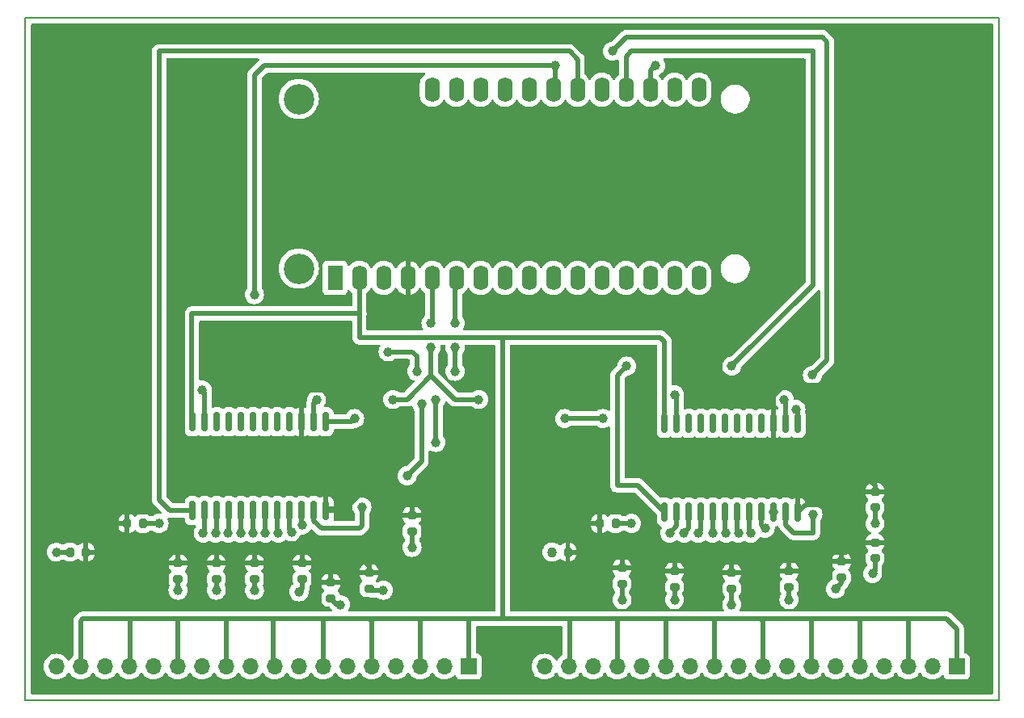
<source format=gbr>
%TF.GenerationSoftware,KiCad,Pcbnew,8.0.8*%
%TF.CreationDate,2025-11-20T00:17:19-08:00*%
%TF.ProjectId,PosturePad,506f7374-7572-4655-9061-642e6b696361,rev?*%
%TF.SameCoordinates,Original*%
%TF.FileFunction,Copper,L1,Top*%
%TF.FilePolarity,Positive*%
%FSLAX46Y46*%
G04 Gerber Fmt 4.6, Leading zero omitted, Abs format (unit mm)*
G04 Created by KiCad (PCBNEW 8.0.8) date 2025-11-20 00:17:19*
%MOMM*%
%LPD*%
G01*
G04 APERTURE LIST*
G04 Aperture macros list*
%AMRoundRect*
0 Rectangle with rounded corners*
0 $1 Rounding radius*
0 $2 $3 $4 $5 $6 $7 $8 $9 X,Y pos of 4 corners*
0 Add a 4 corners polygon primitive as box body*
4,1,4,$2,$3,$4,$5,$6,$7,$8,$9,$2,$3,0*
0 Add four circle primitives for the rounded corners*
1,1,$1+$1,$2,$3*
1,1,$1+$1,$4,$5*
1,1,$1+$1,$6,$7*
1,1,$1+$1,$8,$9*
0 Add four rect primitives between the rounded corners*
20,1,$1+$1,$2,$3,$4,$5,0*
20,1,$1+$1,$4,$5,$6,$7,0*
20,1,$1+$1,$6,$7,$8,$9,0*
20,1,$1+$1,$8,$9,$2,$3,0*%
G04 Aperture macros list end*
%TA.AperFunction,NonConductor*%
%ADD10C,0.200000*%
%TD*%
%TA.AperFunction,SMDPad,CuDef*%
%ADD11RoundRect,0.200000X0.275000X-0.200000X0.275000X0.200000X-0.275000X0.200000X-0.275000X-0.200000X0*%
%TD*%
%TA.AperFunction,SMDPad,CuDef*%
%ADD12RoundRect,0.150000X0.150000X-0.875000X0.150000X0.875000X-0.150000X0.875000X-0.150000X-0.875000X0*%
%TD*%
%TA.AperFunction,SMDPad,CuDef*%
%ADD13RoundRect,0.200000X-0.200000X-0.275000X0.200000X-0.275000X0.200000X0.275000X-0.200000X0.275000X0*%
%TD*%
%TA.AperFunction,SMDPad,CuDef*%
%ADD14RoundRect,0.200000X0.200000X0.275000X-0.200000X0.275000X-0.200000X-0.275000X0.200000X-0.275000X0*%
%TD*%
%TA.AperFunction,ComponentPad*%
%ADD15R,1.700000X1.700000*%
%TD*%
%TA.AperFunction,ComponentPad*%
%ADD16O,1.700000X1.700000*%
%TD*%
%TA.AperFunction,WasherPad*%
%ADD17C,3.200000*%
%TD*%
%TA.AperFunction,ComponentPad*%
%ADD18R,1.600000X2.600000*%
%TD*%
%TA.AperFunction,ComponentPad*%
%ADD19O,1.600000X2.600000*%
%TD*%
%TA.AperFunction,ViaPad*%
%ADD20C,1.000000*%
%TD*%
%TA.AperFunction,Conductor*%
%ADD21C,0.500000*%
%TD*%
G04 APERTURE END LIST*
D10*
X102000000Y-61000000D02*
X204000000Y-61000000D01*
X204000000Y-132500000D01*
X102000000Y-132500000D01*
X102000000Y-61000000D01*
D11*
%TO.P,R11,1*%
%TO.N,Net-(J2-Pin_4)*%
X138000000Y-120825000D03*
%TO.P,R11,2*%
%TO.N,GND*%
X138000000Y-119175000D03*
%TD*%
D12*
%TO.P,U1,1,COM*%
%TO.N,Net-(A1-A7{slash}IO32)*%
X168960000Y-112800000D03*
%TO.P,U1,2,I7*%
%TO.N,Net-(J1-Pin_16)*%
X170230000Y-112800000D03*
%TO.P,U1,3,I6*%
%TO.N,Net-(J1-Pin_14)*%
X171500000Y-112800000D03*
%TO.P,U1,4,I5*%
%TO.N,Net-(J1-Pin_12)*%
X172770000Y-112800000D03*
%TO.P,U1,5,I4*%
%TO.N,Net-(J1-Pin_10)*%
X174040000Y-112800000D03*
%TO.P,U1,6,I3*%
%TO.N,Net-(J1-Pin_8)*%
X175310000Y-112800000D03*
%TO.P,U1,7,I2*%
%TO.N,Net-(J1-Pin_6)*%
X176580000Y-112800000D03*
%TO.P,U1,8,I1*%
%TO.N,Net-(J1-Pin_4)*%
X177850000Y-112800000D03*
%TO.P,U1,9,I0*%
%TO.N,Net-(J1-Pin_2)*%
X179120000Y-112800000D03*
%TO.P,U1,10,S0*%
%TO.N,Net-(A1-A6{slash}IO14)*%
X180390000Y-112800000D03*
%TO.P,U1,11,S1*%
%TO.N,Net-(A1-A10{slash}IO27)*%
X181660000Y-112800000D03*
%TO.P,U1,12,GND*%
%TO.N,GND*%
X182930000Y-112800000D03*
%TO.P,U1,13,S3*%
%TO.N,Net-(A1-DAC1{slash}A1)*%
X182930000Y-103500000D03*
%TO.P,U1,14,S2*%
%TO.N,Net-(A1-DAC2{slash}A0)*%
X181660000Y-103500000D03*
%TO.P,U1,15,~{E}*%
%TO.N,GND*%
X180390000Y-103500000D03*
%TO.P,U1,16,I15*%
%TO.N,unconnected-(U1-I15-Pad16)*%
X179120000Y-103500000D03*
%TO.P,U1,17,I14*%
%TO.N,unconnected-(U1-I14-Pad17)*%
X177850000Y-103500000D03*
%TO.P,U1,18,I13*%
%TO.N,unconnected-(U1-I13-Pad18)*%
X176580000Y-103500000D03*
%TO.P,U1,19,I12*%
%TO.N,unconnected-(U1-I12-Pad19)*%
X175310000Y-103500000D03*
%TO.P,U1,20,I11*%
%TO.N,unconnected-(U1-I11-Pad20)*%
X174040000Y-103500000D03*
%TO.P,U1,21,I10*%
%TO.N,unconnected-(U1-I10-Pad21)*%
X172770000Y-103500000D03*
%TO.P,U1,22,I9*%
%TO.N,unconnected-(U1-I9-Pad22)*%
X171500000Y-103500000D03*
%TO.P,U1,23,I8*%
%TO.N,Net-(J1-Pin_18)*%
X170230000Y-103500000D03*
%TO.P,U1,24,VCC*%
%TO.N,+3.3V*%
X168960000Y-103500000D03*
%TD*%
D11*
%TO.P,R13,1*%
%TO.N,Net-(J2-Pin_8)*%
X131000000Y-119825000D03*
%TO.P,R13,2*%
%TO.N,GND*%
X131000000Y-118175000D03*
%TD*%
%TO.P,R14,1*%
%TO.N,Net-(J2-Pin_10)*%
X126000000Y-119825000D03*
%TO.P,R14,2*%
%TO.N,GND*%
X126000000Y-118175000D03*
%TD*%
D13*
%TO.P,R9,1*%
%TO.N,Net-(J1-Pin_18)*%
X157175000Y-117000000D03*
%TO.P,R9,2*%
%TO.N,GND*%
X158825000Y-117000000D03*
%TD*%
D11*
%TO.P,R3,1*%
%TO.N,Net-(J1-Pin_6)*%
X187500000Y-119650000D03*
%TO.P,R3,2*%
%TO.N,GND*%
X187500000Y-118000000D03*
%TD*%
D13*
%TO.P,R18,1*%
%TO.N,Net-(J2-Pin_18)*%
X106675000Y-117000000D03*
%TO.P,R18,2*%
%TO.N,GND*%
X108325000Y-117000000D03*
%TD*%
D14*
%TO.P,R17,1*%
%TO.N,Net-(J2-Pin_16)*%
X114325000Y-114000000D03*
%TO.P,R17,2*%
%TO.N,GND*%
X112675000Y-114000000D03*
%TD*%
D11*
%TO.P,R6,1*%
%TO.N,Net-(J1-Pin_12)*%
X170000000Y-120650000D03*
%TO.P,R6,2*%
%TO.N,GND*%
X170000000Y-119000000D03*
%TD*%
%TO.P,R4,1*%
%TO.N,Net-(J1-Pin_8)*%
X182000000Y-120650000D03*
%TO.P,R4,2*%
%TO.N,GND*%
X182000000Y-119000000D03*
%TD*%
%TO.P,R1,1*%
%TO.N,Net-(J1-Pin_2)*%
X191000000Y-112325000D03*
%TO.P,R1,2*%
%TO.N,GND*%
X191000000Y-110675000D03*
%TD*%
D12*
%TO.P,U2,1,COM*%
%TO.N,Net-(A1-A9{slash}IO33)*%
X119515000Y-112650000D03*
%TO.P,U2,2,I7*%
%TO.N,Net-(J2-Pin_16)*%
X120785000Y-112650000D03*
%TO.P,U2,3,I6*%
%TO.N,Net-(J2-Pin_14)*%
X122055000Y-112650000D03*
%TO.P,U2,4,I5*%
%TO.N,Net-(J2-Pin_12)*%
X123325000Y-112650000D03*
%TO.P,U2,5,I4*%
%TO.N,Net-(J2-Pin_10)*%
X124595000Y-112650000D03*
%TO.P,U2,6,I3*%
%TO.N,Net-(J2-Pin_8)*%
X125865000Y-112650000D03*
%TO.P,U2,7,I2*%
%TO.N,Net-(J2-Pin_6)*%
X127135000Y-112650000D03*
%TO.P,U2,8,I1*%
%TO.N,Net-(J2-Pin_4)*%
X128405000Y-112650000D03*
%TO.P,U2,9,I0*%
%TO.N,Net-(J2-Pin_2)*%
X129675000Y-112650000D03*
%TO.P,U2,10,S0*%
%TO.N,Net-(A1-A6{slash}IO14)*%
X130945000Y-112650000D03*
%TO.P,U2,11,S1*%
%TO.N,Net-(A1-A10{slash}IO27)*%
X132215000Y-112650000D03*
%TO.P,U2,12,GND*%
%TO.N,GND*%
X133485000Y-112650000D03*
%TO.P,U2,13,S3*%
%TO.N,Net-(A1-DAC1{slash}A1)*%
X133485000Y-103350000D03*
%TO.P,U2,14,S2*%
%TO.N,Net-(A1-DAC2{slash}A0)*%
X132215000Y-103350000D03*
%TO.P,U2,15,~{E}*%
%TO.N,GND*%
X130945000Y-103350000D03*
%TO.P,U2,16,I15*%
%TO.N,unconnected-(U2-I15-Pad16)*%
X129675000Y-103350000D03*
%TO.P,U2,17,I14*%
%TO.N,unconnected-(U2-I14-Pad17)*%
X128405000Y-103350000D03*
%TO.P,U2,18,I13*%
%TO.N,unconnected-(U2-I13-Pad18)*%
X127135000Y-103350000D03*
%TO.P,U2,19,I12*%
%TO.N,unconnected-(U2-I12-Pad19)*%
X125865000Y-103350000D03*
%TO.P,U2,20,I11*%
%TO.N,unconnected-(U2-I11-Pad20)*%
X124595000Y-103350000D03*
%TO.P,U2,21,I10*%
%TO.N,unconnected-(U2-I10-Pad21)*%
X123325000Y-103350000D03*
%TO.P,U2,22,I9*%
%TO.N,unconnected-(U2-I9-Pad22)*%
X122055000Y-103350000D03*
%TO.P,U2,23,I8*%
%TO.N,Net-(J2-Pin_18)*%
X120785000Y-103350000D03*
%TO.P,U2,24,VCC*%
%TO.N,+3.3V*%
X119515000Y-103350000D03*
%TD*%
D11*
%TO.P,R12,1*%
%TO.N,Net-(J2-Pin_6)*%
X134000000Y-121825000D03*
%TO.P,R12,2*%
%TO.N,GND*%
X134000000Y-120175000D03*
%TD*%
D15*
%TO.P,J2,1,Pin_1*%
%TO.N,+3.3V*%
X148440000Y-129000000D03*
D16*
%TO.P,J2,2,Pin_2*%
%TO.N,Net-(J2-Pin_2)*%
X145900000Y-129000000D03*
%TO.P,J2,3,Pin_3*%
%TO.N,+3.3V*%
X143360000Y-129000000D03*
%TO.P,J2,4,Pin_4*%
%TO.N,Net-(J2-Pin_4)*%
X140820000Y-129000000D03*
%TO.P,J2,5,Pin_5*%
%TO.N,+3.3V*%
X138280000Y-129000000D03*
%TO.P,J2,6,Pin_6*%
%TO.N,Net-(J2-Pin_6)*%
X135740000Y-129000000D03*
%TO.P,J2,7,Pin_7*%
%TO.N,+3.3V*%
X133200000Y-129000000D03*
%TO.P,J2,8,Pin_8*%
%TO.N,Net-(J2-Pin_8)*%
X130660000Y-129000000D03*
%TO.P,J2,9,Pin_9*%
%TO.N,+3.3V*%
X128120000Y-129000000D03*
%TO.P,J2,10,Pin_10*%
%TO.N,Net-(J2-Pin_10)*%
X125580000Y-129000000D03*
%TO.P,J2,11,Pin_11*%
%TO.N,+3.3V*%
X123040000Y-129000000D03*
%TO.P,J2,12,Pin_12*%
%TO.N,Net-(J2-Pin_12)*%
X120500000Y-129000000D03*
%TO.P,J2,13,Pin_13*%
%TO.N,+3.3V*%
X117960000Y-129000000D03*
%TO.P,J2,14,Pin_14*%
%TO.N,Net-(J2-Pin_14)*%
X115420000Y-129000000D03*
%TO.P,J2,15,Pin_15*%
%TO.N,+3.3V*%
X112880000Y-129000000D03*
%TO.P,J2,16,Pin_16*%
%TO.N,Net-(J2-Pin_16)*%
X110340000Y-129000000D03*
%TO.P,J2,17,Pin_17*%
%TO.N,+3.3V*%
X107800000Y-129000000D03*
%TO.P,J2,18,Pin_18*%
%TO.N,Net-(J2-Pin_18)*%
X105260000Y-129000000D03*
%TD*%
D11*
%TO.P,R2,1*%
%TO.N,Net-(J1-Pin_4)*%
X191000000Y-117650000D03*
%TO.P,R2,2*%
%TO.N,GND*%
X191000000Y-116000000D03*
%TD*%
D14*
%TO.P,R8,1*%
%TO.N,Net-(J1-Pin_16)*%
X163825000Y-114000000D03*
%TO.P,R8,2*%
%TO.N,GND*%
X162175000Y-114000000D03*
%TD*%
D11*
%TO.P,R5,1*%
%TO.N,Net-(J1-Pin_10)*%
X176000000Y-120825000D03*
%TO.P,R5,2*%
%TO.N,GND*%
X176000000Y-119175000D03*
%TD*%
%TO.P,R10,1*%
%TO.N,Net-(J2-Pin_2)*%
X142500000Y-114825000D03*
%TO.P,R10,2*%
%TO.N,GND*%
X142500000Y-113175000D03*
%TD*%
D17*
%TO.P,A1,*%
%TO.N,*%
X130640000Y-87282500D03*
X130640000Y-69502500D03*
D18*
%TO.P,A1,1,~{RESET}*%
%TO.N,unconnected-(A1-~{RESET}-Pad1)*%
X134450000Y-88252500D03*
D19*
%TO.P,A1,2,3V3*%
%TO.N,+3.3V*%
X136990000Y-88252500D03*
%TO.P,A1,3,NC*%
%TO.N,unconnected-(A1-NC-Pad3)*%
X139530000Y-88252500D03*
%TO.P,A1,4,GND*%
%TO.N,GND*%
X142070000Y-88252500D03*
%TO.P,A1,5,DAC2/A0*%
%TO.N,Net-(A1-DAC2{slash}A0)*%
X144610000Y-88252500D03*
%TO.P,A1,6,DAC1/A1*%
%TO.N,Net-(A1-DAC1{slash}A1)*%
X147150000Y-88252500D03*
%TO.P,A1,7,I34/A2*%
%TO.N,unconnected-(A1-I34{slash}A2-Pad7)*%
X149690000Y-88252500D03*
%TO.P,A1,8,I39/A3*%
%TO.N,unconnected-(A1-I39{slash}A3-Pad8)*%
X152230000Y-88252500D03*
%TO.P,A1,9,IO36/A4*%
%TO.N,unconnected-(A1-IO36{slash}A4-Pad9)*%
X154770000Y-88252500D03*
%TO.P,A1,10,IO4/A5*%
%TO.N,unconnected-(A1-IO4{slash}A5-Pad10)*%
X157310000Y-88252500D03*
%TO.P,A1,11,SCK/IO5*%
%TO.N,unconnected-(A1-SCK{slash}IO5-Pad11)*%
X159850000Y-88252500D03*
%TO.P,A1,12,MOSI/IO18*%
%TO.N,unconnected-(A1-MOSI{slash}IO18-Pad12)*%
X162390000Y-88252500D03*
%TO.P,A1,13,MISO/IO19*%
%TO.N,unconnected-(A1-MISO{slash}IO19-Pad13)*%
X164930000Y-88252500D03*
%TO.P,A1,14,RX/IO16*%
%TO.N,unconnected-(A1-RX{slash}IO16-Pad14)*%
X167470000Y-88252500D03*
%TO.P,A1,15,TX/IO17*%
%TO.N,unconnected-(A1-TX{slash}IO17-Pad15)*%
X170010000Y-88252500D03*
%TO.P,A1,16,IO21*%
%TO.N,unconnected-(A1-IO21-Pad16)*%
X172550000Y-88252500D03*
%TO.P,A1,17,SDA/IO23*%
%TO.N,unconnected-(A1-SDA{slash}IO23-Pad17)*%
X172550000Y-68532500D03*
%TO.P,A1,18,SCL/IO22*%
%TO.N,unconnected-(A1-SCL{slash}IO22-Pad18)*%
X170010000Y-68532500D03*
%TO.P,A1,19,A6/IO14*%
%TO.N,Net-(A1-A6{slash}IO14)*%
X167470000Y-68532500D03*
%TO.P,A1,20,A7/IO32*%
%TO.N,Net-(A1-A7{slash}IO32)*%
X164930000Y-68532500D03*
%TO.P,A1,21,A8/IO15*%
%TO.N,unconnected-(A1-A8{slash}IO15-Pad21)*%
X162390000Y-68532500D03*
%TO.P,A1,22,A9/IO33*%
%TO.N,Net-(A1-A9{slash}IO33)*%
X159850000Y-68532500D03*
%TO.P,A1,23,A10/IO27*%
%TO.N,Net-(A1-A10{slash}IO27)*%
X157310000Y-68532500D03*
%TO.P,A1,24,A11/IO12*%
%TO.N,unconnected-(A1-A11{slash}IO12-Pad24)*%
X154770000Y-68532500D03*
%TO.P,A1,25,A12/IO13*%
%TO.N,unconnected-(A1-A12{slash}IO13-Pad25)*%
X152230000Y-68532500D03*
%TO.P,A1,26,USB*%
%TO.N,unconnected-(A1-USB-Pad26)*%
X149690000Y-68532500D03*
%TO.P,A1,27,EN*%
%TO.N,unconnected-(A1-EN-Pad27)*%
X147150000Y-68532500D03*
%TO.P,A1,28,VBAT*%
%TO.N,unconnected-(A1-VBAT-Pad28)*%
X144610000Y-68532500D03*
%TD*%
D11*
%TO.P,R16,1*%
%TO.N,Net-(J2-Pin_14)*%
X118000000Y-119825000D03*
%TO.P,R16,2*%
%TO.N,GND*%
X118000000Y-118175000D03*
%TD*%
D15*
%TO.P,J1,1,Pin_1*%
%TO.N,+3.3V*%
X199560000Y-129000000D03*
D16*
%TO.P,J1,2,Pin_2*%
%TO.N,Net-(J1-Pin_2)*%
X197020000Y-129000000D03*
%TO.P,J1,3,Pin_3*%
%TO.N,+3.3V*%
X194480000Y-129000000D03*
%TO.P,J1,4,Pin_4*%
%TO.N,Net-(J1-Pin_4)*%
X191940000Y-129000000D03*
%TO.P,J1,5,Pin_5*%
%TO.N,+3.3V*%
X189400000Y-129000000D03*
%TO.P,J1,6,Pin_6*%
%TO.N,Net-(J1-Pin_6)*%
X186860000Y-129000000D03*
%TO.P,J1,7,Pin_7*%
%TO.N,+3.3V*%
X184320000Y-129000000D03*
%TO.P,J1,8,Pin_8*%
%TO.N,Net-(J1-Pin_8)*%
X181780000Y-129000000D03*
%TO.P,J1,9,Pin_9*%
%TO.N,+3.3V*%
X179240000Y-129000000D03*
%TO.P,J1,10,Pin_10*%
%TO.N,Net-(J1-Pin_10)*%
X176700000Y-129000000D03*
%TO.P,J1,11,Pin_11*%
%TO.N,+3.3V*%
X174160000Y-129000000D03*
%TO.P,J1,12,Pin_12*%
%TO.N,Net-(J1-Pin_12)*%
X171620000Y-129000000D03*
%TO.P,J1,13,Pin_13*%
%TO.N,+3.3V*%
X169080000Y-129000000D03*
%TO.P,J1,14,Pin_14*%
%TO.N,Net-(J1-Pin_14)*%
X166540000Y-129000000D03*
%TO.P,J1,15,Pin_15*%
%TO.N,+3.3V*%
X164000000Y-129000000D03*
%TO.P,J1,16,Pin_16*%
%TO.N,Net-(J1-Pin_16)*%
X161460000Y-129000000D03*
%TO.P,J1,17,Pin_17*%
%TO.N,+3.3V*%
X158920000Y-129000000D03*
%TO.P,J1,18,Pin_18*%
%TO.N,Net-(J1-Pin_18)*%
X156380000Y-129000000D03*
%TD*%
D11*
%TO.P,R15,1*%
%TO.N,Net-(J2-Pin_12)*%
X122000000Y-119825000D03*
%TO.P,R15,2*%
%TO.N,GND*%
X122000000Y-118175000D03*
%TD*%
%TO.P,R7,1*%
%TO.N,Net-(J1-Pin_14)*%
X164500000Y-120325000D03*
%TO.P,R7,2*%
%TO.N,GND*%
X164500000Y-118675000D03*
%TD*%
D20*
%TO.N,GND*%
X179000000Y-98000000D03*
X142000000Y-91000000D03*
X141500000Y-98000000D03*
%TO.N,Net-(J1-Pin_2)*%
X191000000Y-114000000D03*
X179500000Y-114500000D03*
%TO.N,Net-(J1-Pin_4)*%
X178000000Y-115000000D03*
X190750000Y-119250000D03*
%TO.N,Net-(J1-Pin_6)*%
X186860000Y-120860000D03*
X176699997Y-115000000D03*
%TO.N,Net-(J1-Pin_8)*%
X182000000Y-122000000D03*
X175399994Y-115000000D03*
%TO.N,Net-(A1-A7{slash}IO32)*%
X165000000Y-97500000D03*
X176000000Y-97500000D03*
%TO.N,Net-(J1-Pin_10)*%
X176000000Y-122500000D03*
X174000000Y-115000000D03*
%TO.N,Net-(J1-Pin_12)*%
X172500000Y-115000000D03*
X170000000Y-122000000D03*
%TO.N,Net-(J1-Pin_14)*%
X171000000Y-115000000D03*
X164500000Y-122000000D03*
%TO.N,Net-(J1-Pin_16)*%
X165500000Y-114000000D03*
X169500000Y-115000000D03*
%TO.N,Net-(J1-Pin_18)*%
X170000000Y-100500000D03*
X157175000Y-117000000D03*
%TO.N,Net-(J2-Pin_2)*%
X129867464Y-114882539D03*
X142500000Y-116500000D03*
%TO.N,Net-(J2-Pin_4)*%
X128500000Y-115000000D03*
X139500000Y-121000000D03*
%TO.N,Net-(J2-Pin_6)*%
X127135000Y-115000000D03*
X135000000Y-122500000D03*
%TO.N,Net-(J2-Pin_8)*%
X125834997Y-115000000D03*
X130660000Y-121160000D03*
%TO.N,Net-(J2-Pin_10)*%
X124534994Y-115000000D03*
X126000000Y-121000000D03*
%TO.N,Net-(J2-Pin_12)*%
X122000000Y-121000000D03*
X123234991Y-115000000D03*
%TO.N,Net-(J2-Pin_14)*%
X118000000Y-121000000D03*
X121934988Y-115000000D03*
%TO.N,Net-(J2-Pin_16)*%
X116000000Y-114000000D03*
X120634985Y-115000000D03*
%TO.N,Net-(J2-Pin_18)*%
X120500000Y-100000000D03*
X105260000Y-117000000D03*
%TO.N,Net-(A1-A6{slash}IO14)*%
X143500000Y-101500000D03*
X180390000Y-112800000D03*
X142000000Y-109000000D03*
X130979859Y-114150000D03*
X168000000Y-66000000D03*
%TO.N,Net-(A1-DAC1{slash}A1)*%
X158500000Y-103000000D03*
X147000000Y-98050000D03*
X182710000Y-102050000D03*
X136500000Y-103000000D03*
X147000000Y-95550000D03*
X162500000Y-103000000D03*
X147000000Y-93000000D03*
%TO.N,Net-(A1-A10{slash}IO27)*%
X137257537Y-112257537D03*
X126000000Y-90000000D03*
X163500000Y-64500000D03*
X157500000Y-66000000D03*
X143000000Y-98050000D03*
X145000000Y-101000000D03*
X140000000Y-96000000D03*
X145000000Y-105500000D03*
X184465077Y-98450000D03*
X184500000Y-113050000D03*
%TO.N,Net-(A1-DAC2{slash}A0)*%
X181500000Y-101000000D03*
X132500000Y-101050000D03*
X149500000Y-101000000D03*
X144500000Y-93000000D03*
X144500000Y-95550000D03*
X140500000Y-101000000D03*
%TD*%
D21*
%TO.N,GND*%
X142070000Y-88552500D02*
X142070000Y-90930000D01*
X139000000Y-102000000D02*
X139000000Y-108500000D01*
X133635000Y-112500000D02*
X135500000Y-112500000D01*
X118000000Y-117000000D02*
X111000000Y-117000000D01*
X181000000Y-100000000D02*
X181500000Y-99500000D01*
X188500000Y-116000000D02*
X188000000Y-115500000D01*
X112675000Y-114000000D02*
X111500000Y-114000000D01*
X187500000Y-117000000D02*
X182000000Y-117000000D01*
X188000000Y-115500000D02*
X188000000Y-117000000D01*
X139000000Y-108500000D02*
X139000000Y-112500000D01*
X188000000Y-101500000D02*
X188000000Y-107000000D01*
X142500000Y-113175000D02*
X142500000Y-112000000D01*
X188000000Y-117000000D02*
X187500000Y-117000000D01*
X133485000Y-112650000D02*
X133635000Y-112500000D01*
X111500000Y-114000000D02*
X111500000Y-117000000D01*
X139000000Y-112500000D02*
X139000000Y-117000000D01*
X126000000Y-117000000D02*
X122000000Y-117000000D01*
X182930000Y-112800000D02*
X183730000Y-112000000D01*
X141000000Y-98000000D02*
X141500000Y-98000000D01*
X138000000Y-101000000D02*
X139000000Y-102000000D01*
X187500000Y-117000000D02*
X187500000Y-118000000D01*
X164500000Y-118675000D02*
X164500000Y-117000000D01*
X135500000Y-112500000D02*
X139000000Y-109000000D01*
X183730000Y-112000000D02*
X186500000Y-112000000D01*
X188000000Y-107000000D02*
X188000000Y-115500000D01*
X191000000Y-116000000D02*
X188500000Y-116000000D01*
X162175000Y-116325000D02*
X161500000Y-117000000D01*
X176000000Y-117000000D02*
X170500000Y-117000000D01*
X111000000Y-117000000D02*
X108325000Y-117000000D01*
X131000000Y-117000000D02*
X126000000Y-117000000D01*
X170500000Y-117000000D02*
X164500000Y-117000000D01*
X138000000Y-101000000D02*
X141000000Y-98000000D01*
X137000000Y-100000000D02*
X138000000Y-101000000D01*
X126000000Y-118175000D02*
X126000000Y-117000000D01*
X122000000Y-118175000D02*
X122000000Y-117000000D01*
X138000000Y-118500000D02*
X136500000Y-117000000D01*
X136500000Y-117000000D02*
X134000000Y-117000000D01*
X130945000Y-100555000D02*
X131500000Y-100000000D01*
X118000000Y-118175000D02*
X118000000Y-117000000D01*
X182000000Y-119000000D02*
X182000000Y-117000000D01*
X164500000Y-117000000D02*
X161500000Y-117000000D01*
X170000000Y-117500000D02*
X170500000Y-117000000D01*
X186500000Y-112000000D02*
X188000000Y-110500000D01*
X161500000Y-117000000D02*
X158825000Y-117000000D01*
X191000000Y-110675000D02*
X191000000Y-110000000D01*
X170000000Y-119000000D02*
X170000000Y-117500000D01*
X182000000Y-117000000D02*
X176000000Y-117000000D01*
X122000000Y-117000000D02*
X118000000Y-117000000D01*
X142070000Y-90930000D02*
X142000000Y-91000000D01*
X186000000Y-99500000D02*
X188000000Y-101500000D01*
X139000000Y-117000000D02*
X136500000Y-117000000D01*
X180390000Y-100610000D02*
X181000000Y-100000000D01*
X181500000Y-99500000D02*
X186000000Y-99500000D01*
X133485000Y-116985000D02*
X133500000Y-117000000D01*
X180390000Y-103500000D02*
X180390000Y-100610000D01*
X138000000Y-119175000D02*
X138000000Y-118500000D01*
X181000000Y-100000000D02*
X179000000Y-98000000D01*
X133500000Y-117000000D02*
X131000000Y-117000000D01*
X134000000Y-117000000D02*
X133500000Y-117000000D01*
X191000000Y-110000000D02*
X188000000Y-107000000D01*
X176000000Y-119175000D02*
X176000000Y-117000000D01*
X130945000Y-103350000D02*
X130945000Y-100555000D01*
X142500000Y-112000000D02*
X139000000Y-108500000D01*
X162175000Y-114000000D02*
X162175000Y-116325000D01*
X131000000Y-118175000D02*
X131000000Y-117000000D01*
X134000000Y-120175000D02*
X134000000Y-117000000D01*
X131500000Y-100000000D02*
X137000000Y-100000000D01*
%TO.N,Net-(J1-Pin_2)*%
X179120000Y-112800000D02*
X179120000Y-114120000D01*
X179120000Y-114120000D02*
X179500000Y-114500000D01*
X191000000Y-114000000D02*
X191000000Y-112325000D01*
%TO.N,Net-(J1-Pin_4)*%
X191000000Y-117650000D02*
X191000000Y-119000000D01*
X177850000Y-112800000D02*
X177850000Y-114850000D01*
X191000000Y-119000000D02*
X190750000Y-119250000D01*
X177850000Y-114850000D02*
X178000000Y-115000000D01*
%TO.N,Net-(J1-Pin_6)*%
X176580000Y-112800000D02*
X176580000Y-114880003D01*
X176580000Y-114880003D02*
X176699997Y-115000000D01*
X187500000Y-120220000D02*
X186860000Y-120860000D01*
X187500000Y-119650000D02*
X187500000Y-120220000D01*
%TO.N,Net-(J1-Pin_8)*%
X182000000Y-122000000D02*
X182000000Y-120650000D01*
X175310000Y-112800000D02*
X175310000Y-114910006D01*
X175310000Y-114910006D02*
X175399994Y-115000000D01*
%TO.N,Net-(A1-A9{slash}IO33)*%
X159850000Y-68350000D02*
X160000000Y-68500000D01*
X116000000Y-111500000D02*
X116000000Y-64500000D01*
X119515000Y-112650000D02*
X117150000Y-112650000D01*
X159850000Y-68232500D02*
X159850000Y-68350000D01*
X116000000Y-64500000D02*
X159000000Y-64500000D01*
X159000000Y-64500000D02*
X159850000Y-65350000D01*
X159850000Y-65350000D02*
X159850000Y-68232500D01*
X117150000Y-112650000D02*
X116000000Y-111500000D01*
%TO.N,Net-(A1-A7{slash}IO32)*%
X184500000Y-89000000D02*
X184500000Y-64500000D01*
X166160000Y-110000000D02*
X168960000Y-112800000D01*
X164930000Y-65070000D02*
X164930000Y-68232500D01*
X165500000Y-64500000D02*
X164930000Y-65070000D01*
X164000000Y-110000000D02*
X166160000Y-110000000D01*
X165000000Y-97500000D02*
X164000000Y-98500000D01*
X176000000Y-97500000D02*
X184500000Y-89000000D01*
X164000000Y-98500000D02*
X164000000Y-110000000D01*
X184500000Y-64500000D02*
X165500000Y-64500000D01*
%TO.N,Net-(J1-Pin_10)*%
X176000000Y-120825000D02*
X176000000Y-122500000D01*
X174040000Y-114960000D02*
X174000000Y-115000000D01*
X174040000Y-112800000D02*
X174040000Y-114960000D01*
%TO.N,Net-(J1-Pin_12)*%
X172770000Y-114730000D02*
X172500000Y-115000000D01*
X170000000Y-122000000D02*
X170000000Y-120650000D01*
X172770000Y-112800000D02*
X172770000Y-114730000D01*
%TO.N,Net-(J1-Pin_14)*%
X171500000Y-112800000D02*
X171500000Y-114500000D01*
X164500000Y-122000000D02*
X164500000Y-120325000D01*
X171500000Y-114500000D02*
X171000000Y-115000000D01*
%TO.N,Net-(J1-Pin_16)*%
X170230000Y-114270000D02*
X169500000Y-115000000D01*
X165500000Y-114000000D02*
X163825000Y-114000000D01*
X170230000Y-112800000D02*
X170230000Y-114270000D01*
%TO.N,Net-(J1-Pin_18)*%
X170230000Y-100730000D02*
X170000000Y-100500000D01*
X170230000Y-103500000D02*
X170230000Y-100730000D01*
%TO.N,Net-(J2-Pin_2)*%
X129867464Y-114882539D02*
X129675000Y-114690075D01*
X142500000Y-116500000D02*
X142500000Y-114825000D01*
X129675000Y-114690075D02*
X129675000Y-112650000D01*
%TO.N,Net-(J2-Pin_4)*%
X139500000Y-121000000D02*
X138175000Y-121000000D01*
X128500000Y-115000000D02*
X128405000Y-114905000D01*
X128405000Y-114905000D02*
X128405000Y-112650000D01*
X138175000Y-121000000D02*
X138000000Y-120825000D01*
%TO.N,Net-(J2-Pin_6)*%
X134675000Y-122500000D02*
X134000000Y-121825000D01*
X135000000Y-122500000D02*
X134675000Y-122500000D01*
X127135000Y-115000000D02*
X127135000Y-112650000D01*
%TO.N,Net-(J2-Pin_8)*%
X131000000Y-119825000D02*
X131000000Y-120820000D01*
X125834997Y-115000000D02*
X125865000Y-114969997D01*
X131000000Y-120820000D02*
X130660000Y-121160000D01*
X125865000Y-114969997D02*
X125865000Y-112650000D01*
%TO.N,Net-(J2-Pin_10)*%
X126000000Y-121000000D02*
X126000000Y-119825000D01*
X124534994Y-115000000D02*
X124595000Y-114939994D01*
X124595000Y-114939994D02*
X124595000Y-112650000D01*
%TO.N,Net-(J2-Pin_12)*%
X123234991Y-115000000D02*
X123325000Y-114909991D01*
X122000000Y-121000000D02*
X122000000Y-119825000D01*
X123325000Y-114909991D02*
X123325000Y-112650000D01*
%TO.N,Net-(J2-Pin_14)*%
X122055000Y-114879988D02*
X122055000Y-112650000D01*
X118000000Y-121000000D02*
X118000000Y-119825000D01*
X121934988Y-115000000D02*
X122055000Y-114879988D01*
%TO.N,Net-(J2-Pin_16)*%
X120634985Y-115000000D02*
X120785000Y-114849985D01*
X120785000Y-114849985D02*
X120785000Y-112650000D01*
X114325000Y-114000000D02*
X116000000Y-114000000D01*
%TO.N,Net-(J2-Pin_18)*%
X120785000Y-100285000D02*
X120785000Y-103350000D01*
X105260000Y-117000000D02*
X106675000Y-117000000D01*
X120500000Y-100000000D02*
X120785000Y-100285000D01*
%TO.N,Net-(A1-A6{slash}IO14)*%
X143500000Y-101500000D02*
X143500000Y-107500000D01*
X167470000Y-68232500D02*
X167470000Y-66530000D01*
X130945000Y-114115141D02*
X130945000Y-112650000D01*
X143500000Y-107500000D02*
X142000000Y-109000000D01*
X130979859Y-114150000D02*
X130945000Y-114115141D01*
X167470000Y-66530000D02*
X168000000Y-66000000D01*
%TO.N,+3.3V*%
X136990000Y-88552500D02*
X136990000Y-91990000D01*
X113000000Y-128880000D02*
X112880000Y-129000000D01*
X118000000Y-124000000D02*
X118000000Y-128960000D01*
X137000000Y-92000000D02*
X119450000Y-92000000D01*
X137000000Y-94500000D02*
X136990000Y-94490000D01*
X148500000Y-124000000D02*
X143500000Y-124000000D01*
X136990000Y-91990000D02*
X137000000Y-92000000D01*
X128000000Y-128880000D02*
X128120000Y-129000000D01*
X179000000Y-124000000D02*
X184500000Y-124000000D01*
X164000000Y-124000000D02*
X169000000Y-124000000D01*
X184320000Y-129000000D02*
X184320000Y-124180000D01*
X164000000Y-129000000D02*
X164000000Y-124000000D01*
X179240000Y-129000000D02*
X179240000Y-124240000D01*
X148500000Y-124000000D02*
X148440000Y-124060000D01*
X159000000Y-128920000D02*
X158920000Y-129000000D01*
X168950000Y-94950000D02*
X168500000Y-94500000D01*
X107800000Y-124200000D02*
X107800000Y-129000000D01*
X152000000Y-94500000D02*
X152000000Y-124000000D01*
X148440000Y-124060000D02*
X148440000Y-129000000D01*
X128000000Y-124000000D02*
X128000000Y-128880000D01*
X152000000Y-124000000D02*
X148500000Y-124000000D01*
X152000000Y-124000000D02*
X159000000Y-124000000D01*
X174160000Y-129000000D02*
X174160000Y-124160000D01*
X159000000Y-124000000D02*
X159000000Y-128920000D01*
X194500000Y-124000000D02*
X198500000Y-124000000D01*
X113000000Y-124000000D02*
X108000000Y-124000000D01*
X168950000Y-103490000D02*
X168950000Y-94950000D01*
X199560000Y-125060000D02*
X199560000Y-129000000D01*
X194480000Y-129000000D02*
X194480000Y-124020000D01*
X189400000Y-129000000D02*
X189400000Y-124100000D01*
X179240000Y-124240000D02*
X179000000Y-124000000D01*
X169000000Y-124000000D02*
X174000000Y-124000000D01*
X113000000Y-124000000D02*
X113000000Y-128880000D01*
X133200000Y-124200000D02*
X133200000Y-129000000D01*
X143500000Y-124000000D02*
X143360000Y-124140000D01*
X123000000Y-124000000D02*
X118000000Y-124000000D01*
X119450000Y-92000000D02*
X119450000Y-103285000D01*
X118000000Y-124000000D02*
X113000000Y-124000000D01*
X169080000Y-129000000D02*
X169080000Y-124080000D01*
X184500000Y-124000000D02*
X189500000Y-124000000D01*
X152000000Y-94500000D02*
X137000000Y-94500000D01*
X123040000Y-124040000D02*
X123040000Y-129000000D01*
X143500000Y-124000000D02*
X138000000Y-124000000D01*
X184320000Y-124180000D02*
X184500000Y-124000000D01*
X174000000Y-124000000D02*
X179000000Y-124000000D01*
X123000000Y-124000000D02*
X123040000Y-124040000D01*
X133000000Y-124000000D02*
X128000000Y-124000000D01*
X138280000Y-124280000D02*
X138280000Y-129000000D01*
X138000000Y-124000000D02*
X138280000Y-124280000D01*
X143360000Y-124140000D02*
X143360000Y-129000000D01*
X174160000Y-124160000D02*
X174000000Y-124000000D01*
X194480000Y-124020000D02*
X194500000Y-124000000D01*
X169080000Y-124080000D02*
X169000000Y-124000000D01*
X198500000Y-124000000D02*
X199560000Y-125060000D01*
X119450000Y-103285000D02*
X119515000Y-103350000D01*
X138000000Y-124000000D02*
X133000000Y-124000000D01*
X189500000Y-124000000D02*
X194500000Y-124000000D01*
X159000000Y-124000000D02*
X164000000Y-124000000D01*
X133000000Y-124000000D02*
X133200000Y-124200000D01*
X189400000Y-124100000D02*
X189500000Y-124000000D01*
X118000000Y-128960000D02*
X117960000Y-129000000D01*
X168960000Y-103500000D02*
X168950000Y-103490000D01*
X136990000Y-94490000D02*
X136990000Y-91000000D01*
X108000000Y-124000000D02*
X107800000Y-124200000D01*
X128000000Y-124000000D02*
X123000000Y-124000000D01*
X168500000Y-94500000D02*
X152000000Y-94500000D01*
%TO.N,Net-(A1-DAC1{slash}A1)*%
X182930000Y-102270000D02*
X182930000Y-103500000D01*
X133485000Y-103350000D02*
X136150000Y-103350000D01*
X182710000Y-102050000D02*
X182930000Y-102270000D01*
X147000000Y-88702500D02*
X147150000Y-88552500D01*
X147000000Y-93000000D02*
X147000000Y-88702500D01*
X158500000Y-103000000D02*
X162500000Y-103000000D01*
X147000000Y-98050000D02*
X147000000Y-95550000D01*
X136150000Y-103350000D02*
X136500000Y-103000000D01*
%TO.N,Net-(A1-A10{slash}IO27)*%
X182500000Y-115000000D02*
X184500000Y-115000000D01*
X157500000Y-66000000D02*
X127000000Y-66000000D01*
X157310000Y-68232500D02*
X157500000Y-68042500D01*
X137000000Y-114500000D02*
X137257537Y-114242463D01*
X132215000Y-113715000D02*
X133000000Y-114500000D01*
X186000000Y-96915077D02*
X184465077Y-98450000D01*
X163500000Y-64500000D02*
X165000000Y-63000000D01*
X145000000Y-105500000D02*
X145000000Y-101000000D01*
X140000000Y-96000000D02*
X142500000Y-96000000D01*
X142500000Y-96000000D02*
X143000000Y-96500000D01*
X185500000Y-63000000D02*
X186000000Y-63500000D01*
X126000000Y-67000000D02*
X126000000Y-90000000D01*
X132215000Y-112650000D02*
X132215000Y-113715000D01*
X186000000Y-63500000D02*
X186000000Y-96915077D01*
X137257537Y-114242463D02*
X137257537Y-112257537D01*
X184500000Y-115000000D02*
X184500000Y-113050000D01*
X157500000Y-68042500D02*
X157500000Y-66000000D01*
X143000000Y-96500000D02*
X143000000Y-98050000D01*
X181660000Y-112800000D02*
X181660000Y-114160000D01*
X165000000Y-63000000D02*
X185500000Y-63000000D01*
X181660000Y-114160000D02*
X182500000Y-115000000D01*
X133000000Y-114500000D02*
X137000000Y-114500000D01*
X127000000Y-66000000D02*
X126000000Y-67000000D01*
%TO.N,Net-(A1-DAC2{slash}A0)*%
X144610000Y-88552500D02*
X144610000Y-92890000D01*
X144500000Y-98500000D02*
X147000000Y-101000000D01*
X132500000Y-101050000D02*
X132215000Y-101335000D01*
X181500000Y-101000000D02*
X181660000Y-101160000D01*
X132215000Y-101335000D02*
X132215000Y-103350000D01*
X144610000Y-92890000D02*
X144500000Y-93000000D01*
X142000000Y-101000000D02*
X140500000Y-101000000D01*
X144500000Y-98500000D02*
X142000000Y-101000000D01*
X181660000Y-101160000D02*
X181660000Y-103500000D01*
X147000000Y-101000000D02*
X149500000Y-101000000D01*
X144500000Y-95550000D02*
X144500000Y-98500000D01*
%TD*%
%TA.AperFunction,Conductor*%
%TO.N,GND*%
G36*
X142320000Y-90029106D02*
G01*
X142374421Y-90020488D01*
X142569031Y-89957254D01*
X142751349Y-89864359D01*
X142916894Y-89744082D01*
X142916895Y-89744082D01*
X143061582Y-89599395D01*
X143061582Y-89599394D01*
X143181861Y-89433847D01*
X143229234Y-89340871D01*
X143277208Y-89290075D01*
X143345028Y-89273279D01*
X143411164Y-89295816D01*
X143450203Y-89340869D01*
X143497713Y-89434111D01*
X143618028Y-89599713D01*
X143618034Y-89599719D01*
X143762781Y-89744466D01*
X143808384Y-89777598D01*
X143851050Y-89832925D01*
X143859500Y-89877916D01*
X143859500Y-92172707D01*
X143839815Y-92239746D01*
X143814168Y-92268557D01*
X143794081Y-92285042D01*
X143789112Y-92289121D01*
X143664090Y-92441460D01*
X143664086Y-92441467D01*
X143571188Y-92615266D01*
X143513975Y-92803870D01*
X143494659Y-93000000D01*
X143513975Y-93196129D01*
X143571188Y-93384733D01*
X143666961Y-93563911D01*
X143665352Y-93564770D01*
X143683679Y-93623271D01*
X143665203Y-93690653D01*
X143613230Y-93737350D01*
X143559699Y-93749500D01*
X137864500Y-93749500D01*
X137797461Y-93729815D01*
X137751706Y-93677011D01*
X137740500Y-93625500D01*
X137740500Y-92136402D01*
X137742883Y-92112209D01*
X137750500Y-92073919D01*
X137750500Y-91926080D01*
X137742883Y-91887790D01*
X137740500Y-91863597D01*
X137740500Y-89877916D01*
X137760185Y-89810877D01*
X137791613Y-89777599D01*
X137837219Y-89744466D01*
X137981966Y-89599719D01*
X137981968Y-89599715D01*
X137981971Y-89599713D01*
X138096942Y-89441467D01*
X138102287Y-89434110D01*
X138149516Y-89341417D01*
X138197489Y-89290623D01*
X138265310Y-89273828D01*
X138331445Y-89296365D01*
X138370483Y-89341417D01*
X138391671Y-89383000D01*
X138417715Y-89434114D01*
X138538028Y-89599713D01*
X138682786Y-89744471D01*
X138804535Y-89832925D01*
X138848390Y-89864787D01*
X138929499Y-89906114D01*
X139030776Y-89957718D01*
X139030778Y-89957718D01*
X139030781Y-89957720D01*
X139105818Y-89982101D01*
X139225465Y-90020977D01*
X139326557Y-90036988D01*
X139427648Y-90053000D01*
X139427649Y-90053000D01*
X139632351Y-90053000D01*
X139632352Y-90053000D01*
X139834534Y-90020977D01*
X140029219Y-89957720D01*
X140211610Y-89864787D01*
X140331619Y-89777596D01*
X140377213Y-89744471D01*
X140377215Y-89744468D01*
X140377219Y-89744466D01*
X140521966Y-89599719D01*
X140521968Y-89599715D01*
X140521971Y-89599713D01*
X140636942Y-89441467D01*
X140642287Y-89434110D01*
X140689795Y-89340869D01*
X140737770Y-89290074D01*
X140805591Y-89273279D01*
X140871725Y-89295816D01*
X140910765Y-89340870D01*
X140958140Y-89433849D01*
X141078417Y-89599394D01*
X141078417Y-89599395D01*
X141223104Y-89744082D01*
X141388650Y-89864359D01*
X141570968Y-89957254D01*
X141765578Y-90020488D01*
X141820000Y-90029107D01*
X141820000Y-88985512D01*
X141877007Y-89018425D01*
X142004174Y-89052500D01*
X142135826Y-89052500D01*
X142262993Y-89018425D01*
X142320000Y-88985512D01*
X142320000Y-90029106D01*
G37*
%TD.AperFunction*%
%TA.AperFunction,Conductor*%
G36*
X203342539Y-61620185D02*
G01*
X203388294Y-61672989D01*
X203399500Y-61724500D01*
X203399500Y-131775500D01*
X203379815Y-131842539D01*
X203327011Y-131888294D01*
X203275500Y-131899500D01*
X102724500Y-131899500D01*
X102657461Y-131879815D01*
X102611706Y-131827011D01*
X102600500Y-131775500D01*
X102600500Y-128999999D01*
X103904341Y-128999999D01*
X103904341Y-129000000D01*
X103924936Y-129235403D01*
X103924938Y-129235413D01*
X103986094Y-129463655D01*
X103986096Y-129463659D01*
X103986097Y-129463663D01*
X103990000Y-129472032D01*
X104085965Y-129677830D01*
X104085967Y-129677834D01*
X104194281Y-129832521D01*
X104221505Y-129871401D01*
X104388599Y-130038495D01*
X104485384Y-130106265D01*
X104582165Y-130174032D01*
X104582167Y-130174033D01*
X104582170Y-130174035D01*
X104796337Y-130273903D01*
X105024592Y-130335063D01*
X105201034Y-130350500D01*
X105259999Y-130355659D01*
X105260000Y-130355659D01*
X105260001Y-130355659D01*
X105318966Y-130350500D01*
X105495408Y-130335063D01*
X105723663Y-130273903D01*
X105937830Y-130174035D01*
X106131401Y-130038495D01*
X106298495Y-129871401D01*
X106428425Y-129685842D01*
X106483002Y-129642217D01*
X106552500Y-129635023D01*
X106614855Y-129666546D01*
X106631575Y-129685842D01*
X106761500Y-129871395D01*
X106761505Y-129871401D01*
X106928599Y-130038495D01*
X107025384Y-130106265D01*
X107122165Y-130174032D01*
X107122167Y-130174033D01*
X107122170Y-130174035D01*
X107336337Y-130273903D01*
X107564592Y-130335063D01*
X107741034Y-130350500D01*
X107799999Y-130355659D01*
X107800000Y-130355659D01*
X107800001Y-130355659D01*
X107858966Y-130350500D01*
X108035408Y-130335063D01*
X108263663Y-130273903D01*
X108477830Y-130174035D01*
X108671401Y-130038495D01*
X108838495Y-129871401D01*
X108968425Y-129685842D01*
X109023002Y-129642217D01*
X109092500Y-129635023D01*
X109154855Y-129666546D01*
X109171575Y-129685842D01*
X109301500Y-129871395D01*
X109301505Y-129871401D01*
X109468599Y-130038495D01*
X109565384Y-130106265D01*
X109662165Y-130174032D01*
X109662167Y-130174033D01*
X109662170Y-130174035D01*
X109876337Y-130273903D01*
X110104592Y-130335063D01*
X110281034Y-130350500D01*
X110339999Y-130355659D01*
X110340000Y-130355659D01*
X110340001Y-130355659D01*
X110398966Y-130350500D01*
X110575408Y-130335063D01*
X110803663Y-130273903D01*
X111017830Y-130174035D01*
X111211401Y-130038495D01*
X111378495Y-129871401D01*
X111508425Y-129685842D01*
X111563002Y-129642217D01*
X111632500Y-129635023D01*
X111694855Y-129666546D01*
X111711575Y-129685842D01*
X111841500Y-129871395D01*
X111841505Y-129871401D01*
X112008599Y-130038495D01*
X112105384Y-130106265D01*
X112202165Y-130174032D01*
X112202167Y-130174033D01*
X112202170Y-130174035D01*
X112416337Y-130273903D01*
X112644592Y-130335063D01*
X112821034Y-130350500D01*
X112879999Y-130355659D01*
X112880000Y-130355659D01*
X112880001Y-130355659D01*
X112938966Y-130350500D01*
X113115408Y-130335063D01*
X113343663Y-130273903D01*
X113557830Y-130174035D01*
X113751401Y-130038495D01*
X113918495Y-129871401D01*
X114048425Y-129685842D01*
X114103002Y-129642217D01*
X114172500Y-129635023D01*
X114234855Y-129666546D01*
X114251575Y-129685842D01*
X114381500Y-129871395D01*
X114381505Y-129871401D01*
X114548599Y-130038495D01*
X114645384Y-130106265D01*
X114742165Y-130174032D01*
X114742167Y-130174033D01*
X114742170Y-130174035D01*
X114956337Y-130273903D01*
X115184592Y-130335063D01*
X115361034Y-130350500D01*
X115419999Y-130355659D01*
X115420000Y-130355659D01*
X115420001Y-130355659D01*
X115478966Y-130350500D01*
X115655408Y-130335063D01*
X115883663Y-130273903D01*
X116097830Y-130174035D01*
X116291401Y-130038495D01*
X116458495Y-129871401D01*
X116588425Y-129685842D01*
X116643002Y-129642217D01*
X116712500Y-129635023D01*
X116774855Y-129666546D01*
X116791575Y-129685842D01*
X116921500Y-129871395D01*
X116921505Y-129871401D01*
X117088599Y-130038495D01*
X117185384Y-130106265D01*
X117282165Y-130174032D01*
X117282167Y-130174033D01*
X117282170Y-130174035D01*
X117496337Y-130273903D01*
X117724592Y-130335063D01*
X117901034Y-130350500D01*
X117959999Y-130355659D01*
X117960000Y-130355659D01*
X117960001Y-130355659D01*
X118018966Y-130350500D01*
X118195408Y-130335063D01*
X118423663Y-130273903D01*
X118637830Y-130174035D01*
X118831401Y-130038495D01*
X118998495Y-129871401D01*
X119128425Y-129685842D01*
X119183002Y-129642217D01*
X119252500Y-129635023D01*
X119314855Y-129666546D01*
X119331575Y-129685842D01*
X119461500Y-129871395D01*
X119461505Y-129871401D01*
X119628599Y-130038495D01*
X119725384Y-130106265D01*
X119822165Y-130174032D01*
X119822167Y-130174033D01*
X119822170Y-130174035D01*
X120036337Y-130273903D01*
X120264592Y-130335063D01*
X120441034Y-130350500D01*
X120499999Y-130355659D01*
X120500000Y-130355659D01*
X120500001Y-130355659D01*
X120558966Y-130350500D01*
X120735408Y-130335063D01*
X120963663Y-130273903D01*
X121177830Y-130174035D01*
X121371401Y-130038495D01*
X121538495Y-129871401D01*
X121668425Y-129685842D01*
X121723002Y-129642217D01*
X121792500Y-129635023D01*
X121854855Y-129666546D01*
X121871575Y-129685842D01*
X122001500Y-129871395D01*
X122001505Y-129871401D01*
X122168599Y-130038495D01*
X122265384Y-130106265D01*
X122362165Y-130174032D01*
X122362167Y-130174033D01*
X122362170Y-130174035D01*
X122576337Y-130273903D01*
X122804592Y-130335063D01*
X122981034Y-130350500D01*
X123039999Y-130355659D01*
X123040000Y-130355659D01*
X123040001Y-130355659D01*
X123098966Y-130350500D01*
X123275408Y-130335063D01*
X123503663Y-130273903D01*
X123717830Y-130174035D01*
X123911401Y-130038495D01*
X124078495Y-129871401D01*
X124208425Y-129685842D01*
X124263002Y-129642217D01*
X124332500Y-129635023D01*
X124394855Y-129666546D01*
X124411575Y-129685842D01*
X124541500Y-129871395D01*
X124541505Y-129871401D01*
X124708599Y-130038495D01*
X124805384Y-130106265D01*
X124902165Y-130174032D01*
X124902167Y-130174033D01*
X124902170Y-130174035D01*
X125116337Y-130273903D01*
X125344592Y-130335063D01*
X125521034Y-130350500D01*
X125579999Y-130355659D01*
X125580000Y-130355659D01*
X125580001Y-130355659D01*
X125638966Y-130350500D01*
X125815408Y-130335063D01*
X126043663Y-130273903D01*
X126257830Y-130174035D01*
X126451401Y-130038495D01*
X126618495Y-129871401D01*
X126748425Y-129685842D01*
X126803002Y-129642217D01*
X126872500Y-129635023D01*
X126934855Y-129666546D01*
X126951575Y-129685842D01*
X127081500Y-129871395D01*
X127081505Y-129871401D01*
X127248599Y-130038495D01*
X127345384Y-130106265D01*
X127442165Y-130174032D01*
X127442167Y-130174033D01*
X127442170Y-130174035D01*
X127656337Y-130273903D01*
X127884592Y-130335063D01*
X128061034Y-130350500D01*
X128119999Y-130355659D01*
X128120000Y-130355659D01*
X128120001Y-130355659D01*
X128178966Y-130350500D01*
X128355408Y-130335063D01*
X128583663Y-130273903D01*
X128797830Y-130174035D01*
X128991401Y-130038495D01*
X129158495Y-129871401D01*
X129288425Y-129685842D01*
X129343002Y-129642217D01*
X129412500Y-129635023D01*
X129474855Y-129666546D01*
X129491575Y-129685842D01*
X129621500Y-129871395D01*
X129621505Y-129871401D01*
X129788599Y-130038495D01*
X129885384Y-130106265D01*
X129982165Y-130174032D01*
X129982167Y-130174033D01*
X129982170Y-130174035D01*
X130196337Y-130273903D01*
X130424592Y-130335063D01*
X130601034Y-130350500D01*
X130659999Y-130355659D01*
X130660000Y-130355659D01*
X130660001Y-130355659D01*
X130718966Y-130350500D01*
X130895408Y-130335063D01*
X131123663Y-130273903D01*
X131337830Y-130174035D01*
X131531401Y-130038495D01*
X131698495Y-129871401D01*
X131828425Y-129685842D01*
X131883002Y-129642217D01*
X131952500Y-129635023D01*
X132014855Y-129666546D01*
X132031575Y-129685842D01*
X132161500Y-129871395D01*
X132161505Y-129871401D01*
X132328599Y-130038495D01*
X132425384Y-130106265D01*
X132522165Y-130174032D01*
X132522167Y-130174033D01*
X132522170Y-130174035D01*
X132736337Y-130273903D01*
X132964592Y-130335063D01*
X133141034Y-130350500D01*
X133199999Y-130355659D01*
X133200000Y-130355659D01*
X133200001Y-130355659D01*
X133258966Y-130350500D01*
X133435408Y-130335063D01*
X133663663Y-130273903D01*
X133877830Y-130174035D01*
X134071401Y-130038495D01*
X134238495Y-129871401D01*
X134368425Y-129685842D01*
X134423002Y-129642217D01*
X134492500Y-129635023D01*
X134554855Y-129666546D01*
X134571575Y-129685842D01*
X134701500Y-129871395D01*
X134701505Y-129871401D01*
X134868599Y-130038495D01*
X134965384Y-130106265D01*
X135062165Y-130174032D01*
X135062167Y-130174033D01*
X135062170Y-130174035D01*
X135276337Y-130273903D01*
X135504592Y-130335063D01*
X135681034Y-130350500D01*
X135739999Y-130355659D01*
X135740000Y-130355659D01*
X135740001Y-130355659D01*
X135798966Y-130350500D01*
X135975408Y-130335063D01*
X136203663Y-130273903D01*
X136417830Y-130174035D01*
X136611401Y-130038495D01*
X136778495Y-129871401D01*
X136908425Y-129685842D01*
X136963002Y-129642217D01*
X137032500Y-129635023D01*
X137094855Y-129666546D01*
X137111575Y-129685842D01*
X137241500Y-129871395D01*
X137241505Y-129871401D01*
X137408599Y-130038495D01*
X137505384Y-130106265D01*
X137602165Y-130174032D01*
X137602167Y-130174033D01*
X137602170Y-130174035D01*
X137816337Y-130273903D01*
X138044592Y-130335063D01*
X138221034Y-130350500D01*
X138279999Y-130355659D01*
X138280000Y-130355659D01*
X138280001Y-130355659D01*
X138338966Y-130350500D01*
X138515408Y-130335063D01*
X138743663Y-130273903D01*
X138957830Y-130174035D01*
X139151401Y-130038495D01*
X139318495Y-129871401D01*
X139448425Y-129685842D01*
X139503002Y-129642217D01*
X139572500Y-129635023D01*
X139634855Y-129666546D01*
X139651575Y-129685842D01*
X139781500Y-129871395D01*
X139781505Y-129871401D01*
X139948599Y-130038495D01*
X140045384Y-130106265D01*
X140142165Y-130174032D01*
X140142167Y-130174033D01*
X140142170Y-130174035D01*
X140356337Y-130273903D01*
X140584592Y-130335063D01*
X140761034Y-130350500D01*
X140819999Y-130355659D01*
X140820000Y-130355659D01*
X140820001Y-130355659D01*
X140878966Y-130350500D01*
X141055408Y-130335063D01*
X141283663Y-130273903D01*
X141497830Y-130174035D01*
X141691401Y-130038495D01*
X141858495Y-129871401D01*
X141988425Y-129685842D01*
X142043002Y-129642217D01*
X142112500Y-129635023D01*
X142174855Y-129666546D01*
X142191575Y-129685842D01*
X142321500Y-129871395D01*
X142321505Y-129871401D01*
X142488599Y-130038495D01*
X142585384Y-130106265D01*
X142682165Y-130174032D01*
X142682167Y-130174033D01*
X142682170Y-130174035D01*
X142896337Y-130273903D01*
X143124592Y-130335063D01*
X143301034Y-130350500D01*
X143359999Y-130355659D01*
X143360000Y-130355659D01*
X143360001Y-130355659D01*
X143418966Y-130350500D01*
X143595408Y-130335063D01*
X143823663Y-130273903D01*
X144037830Y-130174035D01*
X144231401Y-130038495D01*
X144398495Y-129871401D01*
X144528425Y-129685842D01*
X144583002Y-129642217D01*
X144652500Y-129635023D01*
X144714855Y-129666546D01*
X144731575Y-129685842D01*
X144861500Y-129871395D01*
X144861505Y-129871401D01*
X145028599Y-130038495D01*
X145125384Y-130106265D01*
X145222165Y-130174032D01*
X145222167Y-130174033D01*
X145222170Y-130174035D01*
X145436337Y-130273903D01*
X145664592Y-130335063D01*
X145841034Y-130350500D01*
X145899999Y-130355659D01*
X145900000Y-130355659D01*
X145900001Y-130355659D01*
X145958966Y-130350500D01*
X146135408Y-130335063D01*
X146363663Y-130273903D01*
X146577830Y-130174035D01*
X146771401Y-130038495D01*
X146893329Y-129916566D01*
X146954648Y-129883084D01*
X147024340Y-129888068D01*
X147080274Y-129929939D01*
X147097189Y-129960917D01*
X147146202Y-130092328D01*
X147146206Y-130092335D01*
X147232452Y-130207544D01*
X147232455Y-130207547D01*
X147347664Y-130293793D01*
X147347671Y-130293797D01*
X147482517Y-130344091D01*
X147482516Y-130344091D01*
X147489444Y-130344835D01*
X147542127Y-130350500D01*
X149337872Y-130350499D01*
X149397483Y-130344091D01*
X149532331Y-130293796D01*
X149647546Y-130207546D01*
X149733796Y-130092331D01*
X149784091Y-129957483D01*
X149790500Y-129897873D01*
X149790499Y-128102128D01*
X149784091Y-128042517D01*
X149782810Y-128039083D01*
X149733797Y-127907671D01*
X149733793Y-127907664D01*
X149647547Y-127792455D01*
X149647544Y-127792452D01*
X149532335Y-127706206D01*
X149532328Y-127706202D01*
X149397482Y-127655908D01*
X149397483Y-127655908D01*
X149337883Y-127649501D01*
X149337881Y-127649500D01*
X149337873Y-127649500D01*
X149337865Y-127649500D01*
X149314500Y-127649500D01*
X149247461Y-127629815D01*
X149201706Y-127577011D01*
X149190500Y-127525500D01*
X149190500Y-124874500D01*
X149210185Y-124807461D01*
X149262989Y-124761706D01*
X149314500Y-124750500D01*
X151926082Y-124750500D01*
X158125500Y-124750500D01*
X158192539Y-124770185D01*
X158238294Y-124822989D01*
X158249500Y-124874500D01*
X158249500Y-127756282D01*
X158229815Y-127823321D01*
X158196624Y-127857857D01*
X158048594Y-127961508D01*
X157881505Y-128128597D01*
X157751575Y-128314158D01*
X157696998Y-128357783D01*
X157627500Y-128364977D01*
X157565145Y-128333454D01*
X157548425Y-128314158D01*
X157418494Y-128128597D01*
X157251402Y-127961506D01*
X157251395Y-127961501D01*
X157057834Y-127825967D01*
X157057830Y-127825965D01*
X157028521Y-127812298D01*
X156843663Y-127726097D01*
X156843659Y-127726096D01*
X156843655Y-127726094D01*
X156615413Y-127664938D01*
X156615403Y-127664936D01*
X156380001Y-127644341D01*
X156379999Y-127644341D01*
X156144596Y-127664936D01*
X156144586Y-127664938D01*
X155916344Y-127726094D01*
X155916337Y-127726096D01*
X155916337Y-127726097D01*
X155902816Y-127732401D01*
X155702171Y-127825964D01*
X155702169Y-127825965D01*
X155508597Y-127961505D01*
X155341505Y-128128597D01*
X155205965Y-128322169D01*
X155205964Y-128322171D01*
X155106098Y-128536335D01*
X155106094Y-128536344D01*
X155044938Y-128764586D01*
X155044936Y-128764596D01*
X155024341Y-128999999D01*
X155024341Y-129000000D01*
X155044936Y-129235403D01*
X155044938Y-129235413D01*
X155106094Y-129463655D01*
X155106096Y-129463659D01*
X155106097Y-129463663D01*
X155110000Y-129472032D01*
X155205965Y-129677830D01*
X155205967Y-129677834D01*
X155314281Y-129832521D01*
X155341505Y-129871401D01*
X155508599Y-130038495D01*
X155605384Y-130106265D01*
X155702165Y-130174032D01*
X155702167Y-130174033D01*
X155702170Y-130174035D01*
X155916337Y-130273903D01*
X156144592Y-130335063D01*
X156321034Y-130350500D01*
X156379999Y-130355659D01*
X156380000Y-130355659D01*
X156380001Y-130355659D01*
X156438966Y-130350500D01*
X156615408Y-130335063D01*
X156843663Y-130273903D01*
X157057830Y-130174035D01*
X157251401Y-130038495D01*
X157418495Y-129871401D01*
X157548425Y-129685842D01*
X157603002Y-129642217D01*
X157672500Y-129635023D01*
X157734855Y-129666546D01*
X157751575Y-129685842D01*
X157881500Y-129871395D01*
X157881505Y-129871401D01*
X158048599Y-130038495D01*
X158145384Y-130106265D01*
X158242165Y-130174032D01*
X158242167Y-130174033D01*
X158242170Y-130174035D01*
X158456337Y-130273903D01*
X158684592Y-130335063D01*
X158861034Y-130350500D01*
X158919999Y-130355659D01*
X158920000Y-130355659D01*
X158920001Y-130355659D01*
X158978966Y-130350500D01*
X159155408Y-130335063D01*
X159383663Y-130273903D01*
X159597830Y-130174035D01*
X159791401Y-130038495D01*
X159958495Y-129871401D01*
X160088425Y-129685842D01*
X160143002Y-129642217D01*
X160212500Y-129635023D01*
X160274855Y-129666546D01*
X160291575Y-129685842D01*
X160421500Y-129871395D01*
X160421505Y-129871401D01*
X160588599Y-130038495D01*
X160685384Y-130106265D01*
X160782165Y-130174032D01*
X160782167Y-130174033D01*
X160782170Y-130174035D01*
X160996337Y-130273903D01*
X161224592Y-130335063D01*
X161401034Y-130350500D01*
X161459999Y-130355659D01*
X161460000Y-130355659D01*
X161460001Y-130355659D01*
X161518966Y-130350500D01*
X161695408Y-130335063D01*
X161923663Y-130273903D01*
X162137830Y-130174035D01*
X162331401Y-130038495D01*
X162498495Y-129871401D01*
X162628425Y-129685842D01*
X162683002Y-129642217D01*
X162752500Y-129635023D01*
X162814855Y-129666546D01*
X162831575Y-129685842D01*
X162961500Y-129871395D01*
X162961505Y-129871401D01*
X163128599Y-130038495D01*
X163225384Y-130106265D01*
X163322165Y-130174032D01*
X163322167Y-130174033D01*
X163322170Y-130174035D01*
X163536337Y-130273903D01*
X163764592Y-130335063D01*
X163941034Y-130350500D01*
X163999999Y-130355659D01*
X164000000Y-130355659D01*
X164000001Y-130355659D01*
X164058966Y-130350500D01*
X164235408Y-130335063D01*
X164463663Y-130273903D01*
X164677830Y-130174035D01*
X164871401Y-130038495D01*
X165038495Y-129871401D01*
X165168425Y-129685842D01*
X165223002Y-129642217D01*
X165292500Y-129635023D01*
X165354855Y-129666546D01*
X165371575Y-129685842D01*
X165501500Y-129871395D01*
X165501505Y-129871401D01*
X165668599Y-130038495D01*
X165765384Y-130106265D01*
X165862165Y-130174032D01*
X165862167Y-130174033D01*
X165862170Y-130174035D01*
X166076337Y-130273903D01*
X166304592Y-130335063D01*
X166481034Y-130350500D01*
X166539999Y-130355659D01*
X166540000Y-130355659D01*
X166540001Y-130355659D01*
X166598966Y-130350500D01*
X166775408Y-130335063D01*
X167003663Y-130273903D01*
X167217830Y-130174035D01*
X167411401Y-130038495D01*
X167578495Y-129871401D01*
X167708425Y-129685842D01*
X167763002Y-129642217D01*
X167832500Y-129635023D01*
X167894855Y-129666546D01*
X167911575Y-129685842D01*
X168041500Y-129871395D01*
X168041505Y-129871401D01*
X168208599Y-130038495D01*
X168305384Y-130106265D01*
X168402165Y-130174032D01*
X168402167Y-130174033D01*
X168402170Y-130174035D01*
X168616337Y-130273903D01*
X168844592Y-130335063D01*
X169021034Y-130350500D01*
X169079999Y-130355659D01*
X169080000Y-130355659D01*
X169080001Y-130355659D01*
X169138966Y-130350500D01*
X169315408Y-130335063D01*
X169543663Y-130273903D01*
X169757830Y-130174035D01*
X169951401Y-130038495D01*
X170118495Y-129871401D01*
X170248425Y-129685842D01*
X170303002Y-129642217D01*
X170372500Y-129635023D01*
X170434855Y-129666546D01*
X170451575Y-129685842D01*
X170581500Y-129871395D01*
X170581505Y-129871401D01*
X170748599Y-130038495D01*
X170845384Y-130106265D01*
X170942165Y-130174032D01*
X170942167Y-130174033D01*
X170942170Y-130174035D01*
X171156337Y-130273903D01*
X171384592Y-130335063D01*
X171561034Y-130350500D01*
X171619999Y-130355659D01*
X171620000Y-130355659D01*
X171620001Y-130355659D01*
X171678966Y-130350500D01*
X171855408Y-130335063D01*
X172083663Y-130273903D01*
X172297830Y-130174035D01*
X172491401Y-130038495D01*
X172658495Y-129871401D01*
X172788425Y-129685842D01*
X172843002Y-129642217D01*
X172912500Y-129635023D01*
X172974855Y-129666546D01*
X172991575Y-129685842D01*
X173121500Y-129871395D01*
X173121505Y-129871401D01*
X173288599Y-130038495D01*
X173385384Y-130106265D01*
X173482165Y-130174032D01*
X173482167Y-130174033D01*
X173482170Y-130174035D01*
X173696337Y-130273903D01*
X173924592Y-130335063D01*
X174101034Y-130350500D01*
X174159999Y-130355659D01*
X174160000Y-130355659D01*
X174160001Y-130355659D01*
X174218966Y-130350500D01*
X174395408Y-130335063D01*
X174623663Y-130273903D01*
X174837830Y-130174035D01*
X175031401Y-130038495D01*
X175198495Y-129871401D01*
X175328425Y-129685842D01*
X175383002Y-129642217D01*
X175452500Y-129635023D01*
X175514855Y-129666546D01*
X175531575Y-129685842D01*
X175661500Y-129871395D01*
X175661505Y-129871401D01*
X175828599Y-130038495D01*
X175925384Y-130106265D01*
X176022165Y-130174032D01*
X176022167Y-130174033D01*
X176022170Y-130174035D01*
X176236337Y-130273903D01*
X176464592Y-130335063D01*
X176641034Y-130350500D01*
X176699999Y-130355659D01*
X176700000Y-130355659D01*
X176700001Y-130355659D01*
X176758966Y-130350500D01*
X176935408Y-130335063D01*
X177163663Y-130273903D01*
X177377830Y-130174035D01*
X177571401Y-130038495D01*
X177738495Y-129871401D01*
X177868425Y-129685842D01*
X177923002Y-129642217D01*
X177992500Y-129635023D01*
X178054855Y-129666546D01*
X178071575Y-129685842D01*
X178201500Y-129871395D01*
X178201505Y-129871401D01*
X178368599Y-130038495D01*
X178465384Y-130106265D01*
X178562165Y-130174032D01*
X178562167Y-130174033D01*
X178562170Y-130174035D01*
X178776337Y-130273903D01*
X179004592Y-130335063D01*
X179181034Y-130350500D01*
X179239999Y-130355659D01*
X179240000Y-130355659D01*
X179240001Y-130355659D01*
X179298966Y-130350500D01*
X179475408Y-130335063D01*
X179703663Y-130273903D01*
X179917830Y-130174035D01*
X180111401Y-130038495D01*
X180278495Y-129871401D01*
X180408425Y-129685842D01*
X180463002Y-129642217D01*
X180532500Y-129635023D01*
X180594855Y-129666546D01*
X180611575Y-129685842D01*
X180741500Y-129871395D01*
X180741505Y-129871401D01*
X180908599Y-130038495D01*
X181005384Y-130106265D01*
X181102165Y-130174032D01*
X181102167Y-130174033D01*
X181102170Y-130174035D01*
X181316337Y-130273903D01*
X181544592Y-130335063D01*
X181721034Y-130350500D01*
X181779999Y-130355659D01*
X181780000Y-130355659D01*
X181780001Y-130355659D01*
X181838966Y-130350500D01*
X182015408Y-130335063D01*
X182243663Y-130273903D01*
X182457830Y-130174035D01*
X182651401Y-130038495D01*
X182818495Y-129871401D01*
X182948425Y-129685842D01*
X183003002Y-129642217D01*
X183072500Y-129635023D01*
X183134855Y-129666546D01*
X183151575Y-129685842D01*
X183281500Y-129871395D01*
X183281505Y-129871401D01*
X183448599Y-130038495D01*
X183545384Y-130106265D01*
X183642165Y-130174032D01*
X183642167Y-130174033D01*
X183642170Y-130174035D01*
X183856337Y-130273903D01*
X184084592Y-130335063D01*
X184261034Y-130350500D01*
X184319999Y-130355659D01*
X184320000Y-130355659D01*
X184320001Y-130355659D01*
X184378966Y-130350500D01*
X184555408Y-130335063D01*
X184783663Y-130273903D01*
X184997830Y-130174035D01*
X185191401Y-130038495D01*
X185358495Y-129871401D01*
X185488425Y-129685842D01*
X185543002Y-129642217D01*
X185612500Y-129635023D01*
X185674855Y-129666546D01*
X185691575Y-129685842D01*
X185821500Y-129871395D01*
X185821505Y-129871401D01*
X185988599Y-130038495D01*
X186085384Y-130106265D01*
X186182165Y-130174032D01*
X186182167Y-130174033D01*
X186182170Y-130174035D01*
X186396337Y-130273903D01*
X186624592Y-130335063D01*
X186801034Y-130350500D01*
X186859999Y-130355659D01*
X186860000Y-130355659D01*
X186860001Y-130355659D01*
X186918966Y-130350500D01*
X187095408Y-130335063D01*
X187323663Y-130273903D01*
X187537830Y-130174035D01*
X187731401Y-130038495D01*
X187898495Y-129871401D01*
X188028425Y-129685842D01*
X188083002Y-129642217D01*
X188152500Y-129635023D01*
X188214855Y-129666546D01*
X188231575Y-129685842D01*
X188361500Y-129871395D01*
X188361505Y-129871401D01*
X188528599Y-130038495D01*
X188625384Y-130106265D01*
X188722165Y-130174032D01*
X188722167Y-130174033D01*
X188722170Y-130174035D01*
X188936337Y-130273903D01*
X189164592Y-130335063D01*
X189341034Y-130350500D01*
X189399999Y-130355659D01*
X189400000Y-130355659D01*
X189400001Y-130355659D01*
X189458966Y-130350500D01*
X189635408Y-130335063D01*
X189863663Y-130273903D01*
X190077830Y-130174035D01*
X190271401Y-130038495D01*
X190438495Y-129871401D01*
X190568425Y-129685842D01*
X190623002Y-129642217D01*
X190692500Y-129635023D01*
X190754855Y-129666546D01*
X190771575Y-129685842D01*
X190901500Y-129871395D01*
X190901505Y-129871401D01*
X191068599Y-130038495D01*
X191165384Y-130106265D01*
X191262165Y-130174032D01*
X191262167Y-130174033D01*
X191262170Y-130174035D01*
X191476337Y-130273903D01*
X191704592Y-130335063D01*
X191881034Y-130350500D01*
X191939999Y-130355659D01*
X191940000Y-130355659D01*
X191940001Y-130355659D01*
X191998966Y-130350500D01*
X192175408Y-130335063D01*
X192403663Y-130273903D01*
X192617830Y-130174035D01*
X192811401Y-130038495D01*
X192978495Y-129871401D01*
X193108425Y-129685842D01*
X193163002Y-129642217D01*
X193232500Y-129635023D01*
X193294855Y-129666546D01*
X193311575Y-129685842D01*
X193441500Y-129871395D01*
X193441505Y-129871401D01*
X193608599Y-130038495D01*
X193705384Y-130106265D01*
X193802165Y-130174032D01*
X193802167Y-130174033D01*
X193802170Y-130174035D01*
X194016337Y-130273903D01*
X194244592Y-130335063D01*
X194421034Y-130350500D01*
X194479999Y-130355659D01*
X194480000Y-130355659D01*
X194480001Y-130355659D01*
X194538966Y-130350500D01*
X194715408Y-130335063D01*
X194943663Y-130273903D01*
X195157830Y-130174035D01*
X195351401Y-130038495D01*
X195518495Y-129871401D01*
X195648425Y-129685842D01*
X195703002Y-129642217D01*
X195772500Y-129635023D01*
X195834855Y-129666546D01*
X195851575Y-129685842D01*
X195981500Y-129871395D01*
X195981505Y-129871401D01*
X196148599Y-130038495D01*
X196245384Y-130106265D01*
X196342165Y-130174032D01*
X196342167Y-130174033D01*
X196342170Y-130174035D01*
X196556337Y-130273903D01*
X196784592Y-130335063D01*
X196961034Y-130350500D01*
X197019999Y-130355659D01*
X197020000Y-130355659D01*
X197020001Y-130355659D01*
X197078966Y-130350500D01*
X197255408Y-130335063D01*
X197483663Y-130273903D01*
X197697830Y-130174035D01*
X197891401Y-130038495D01*
X198013329Y-129916566D01*
X198074648Y-129883084D01*
X198144340Y-129888068D01*
X198200274Y-129929939D01*
X198217189Y-129960917D01*
X198266202Y-130092328D01*
X198266206Y-130092335D01*
X198352452Y-130207544D01*
X198352455Y-130207547D01*
X198467664Y-130293793D01*
X198467671Y-130293797D01*
X198602517Y-130344091D01*
X198602516Y-130344091D01*
X198609444Y-130344835D01*
X198662127Y-130350500D01*
X200457872Y-130350499D01*
X200517483Y-130344091D01*
X200652331Y-130293796D01*
X200767546Y-130207546D01*
X200853796Y-130092331D01*
X200904091Y-129957483D01*
X200910500Y-129897873D01*
X200910499Y-128102128D01*
X200904091Y-128042517D01*
X200902810Y-128039083D01*
X200853797Y-127907671D01*
X200853793Y-127907664D01*
X200767547Y-127792455D01*
X200767544Y-127792452D01*
X200652335Y-127706206D01*
X200652328Y-127706202D01*
X200517482Y-127655908D01*
X200517483Y-127655908D01*
X200457883Y-127649501D01*
X200457881Y-127649500D01*
X200457873Y-127649500D01*
X200457865Y-127649500D01*
X200434500Y-127649500D01*
X200367461Y-127629815D01*
X200321706Y-127577011D01*
X200310500Y-127525500D01*
X200310500Y-124986079D01*
X200281659Y-124841092D01*
X200281658Y-124841091D01*
X200281658Y-124841087D01*
X200259180Y-124786819D01*
X200225087Y-124704511D01*
X200225080Y-124704498D01*
X200142952Y-124581585D01*
X200142951Y-124581584D01*
X200038416Y-124477049D01*
X198978421Y-123417052D01*
X198978414Y-123417046D01*
X198904729Y-123367812D01*
X198904729Y-123367813D01*
X198855491Y-123334913D01*
X198718917Y-123278343D01*
X198718907Y-123278340D01*
X198573920Y-123249500D01*
X198573918Y-123249500D01*
X194573918Y-123249500D01*
X189573918Y-123249500D01*
X184573918Y-123249500D01*
X182045091Y-123249500D01*
X181999772Y-123236192D01*
X181978014Y-123247328D01*
X181954909Y-123249500D01*
X176940301Y-123249500D01*
X176873262Y-123229815D01*
X176827507Y-123177011D01*
X176817563Y-123107853D01*
X176834172Y-123064516D01*
X176833039Y-123063911D01*
X176928811Y-122884733D01*
X176928811Y-122884732D01*
X176928814Y-122884727D01*
X176986024Y-122696132D01*
X177005341Y-122500000D01*
X176986024Y-122303868D01*
X176928814Y-122115273D01*
X176928811Y-122115269D01*
X176928811Y-122115266D01*
X176867200Y-122000000D01*
X180994659Y-122000000D01*
X181013975Y-122196129D01*
X181071188Y-122384733D01*
X181164086Y-122558532D01*
X181164090Y-122558539D01*
X181289116Y-122710883D01*
X181441460Y-122835909D01*
X181441467Y-122835913D01*
X181615266Y-122928811D01*
X181615269Y-122928811D01*
X181615273Y-122928814D01*
X181803868Y-122986024D01*
X181967063Y-123002097D01*
X181997757Y-123014491D01*
X182010156Y-123006523D01*
X182032937Y-123002097D01*
X182196132Y-122986024D01*
X182384727Y-122928814D01*
X182558538Y-122835910D01*
X182710883Y-122710883D01*
X182835910Y-122558538D01*
X182928814Y-122384727D01*
X182986024Y-122196132D01*
X183005341Y-122000000D01*
X182986024Y-121803868D01*
X182928814Y-121615273D01*
X182928811Y-121615267D01*
X182928811Y-121615266D01*
X182835913Y-121441467D01*
X182835911Y-121441463D01*
X182833574Y-121438616D01*
X182832815Y-121436831D01*
X182832527Y-121436399D01*
X182832608Y-121436344D01*
X182806257Y-121374307D01*
X182818045Y-121305439D01*
X182826682Y-121291659D01*
X182826591Y-121291604D01*
X182830470Y-121285186D01*
X182830472Y-121285185D01*
X182918478Y-121139606D01*
X182969086Y-120977196D01*
X182975500Y-120906616D01*
X182975500Y-120860000D01*
X185854659Y-120860000D01*
X185873975Y-121056129D01*
X185931188Y-121244733D01*
X186024086Y-121418532D01*
X186024090Y-121418539D01*
X186149116Y-121570883D01*
X186301460Y-121695909D01*
X186301467Y-121695913D01*
X186475266Y-121788811D01*
X186475269Y-121788811D01*
X186475273Y-121788814D01*
X186663868Y-121846024D01*
X186860000Y-121865341D01*
X187056132Y-121846024D01*
X187244727Y-121788814D01*
X187279580Y-121770185D01*
X187376215Y-121718532D01*
X187418538Y-121695910D01*
X187570883Y-121570883D01*
X187695910Y-121418538D01*
X187788814Y-121244727D01*
X187846024Y-121056132D01*
X187854871Y-120966299D01*
X187881031Y-120901513D01*
X187890576Y-120890790D01*
X188082952Y-120698415D01*
X188147984Y-120601087D01*
X188165084Y-120575495D01*
X188194766Y-120503837D01*
X188197292Y-120497739D01*
X188206600Y-120475266D01*
X188221659Y-120438912D01*
X188225472Y-120419737D01*
X188257856Y-120357827D01*
X188259410Y-120356246D01*
X188283775Y-120331882D01*
X188330472Y-120285185D01*
X188418478Y-120139606D01*
X188469086Y-119977196D01*
X188475500Y-119906616D01*
X188475500Y-119393384D01*
X188469086Y-119322804D01*
X188446400Y-119250000D01*
X189744659Y-119250000D01*
X189763975Y-119446129D01*
X189821188Y-119634733D01*
X189914086Y-119808532D01*
X189914090Y-119808539D01*
X190039116Y-119960883D01*
X190191460Y-120085909D01*
X190191467Y-120085913D01*
X190365266Y-120178811D01*
X190365269Y-120178811D01*
X190365273Y-120178814D01*
X190553868Y-120236024D01*
X190750000Y-120255341D01*
X190946132Y-120236024D01*
X191134727Y-120178814D01*
X191156903Y-120166961D01*
X191305887Y-120087327D01*
X191308538Y-120085910D01*
X191460883Y-119960883D01*
X191585910Y-119808538D01*
X191649371Y-119689811D01*
X191678811Y-119634733D01*
X191678811Y-119634732D01*
X191678814Y-119634727D01*
X191736024Y-119446132D01*
X191755341Y-119250000D01*
X191743941Y-119134257D01*
X191745727Y-119097909D01*
X191747833Y-119087326D01*
X191750500Y-119073918D01*
X191750500Y-118926083D01*
X191750500Y-118416519D01*
X191770185Y-118349480D01*
X191786820Y-118328837D01*
X191788555Y-118327102D01*
X191830472Y-118285185D01*
X191918478Y-118139606D01*
X191969086Y-117977196D01*
X191975500Y-117906616D01*
X191975500Y-117393384D01*
X191969086Y-117322804D01*
X191918478Y-117160394D01*
X191830472Y-117014815D01*
X191830470Y-117014813D01*
X191830469Y-117014811D01*
X191727984Y-116912326D01*
X191694499Y-116851003D01*
X191699483Y-116781311D01*
X191727985Y-116736963D01*
X191830071Y-116634878D01*
X191830072Y-116634877D01*
X191918019Y-116489395D01*
X191968590Y-116327106D01*
X191975000Y-116256572D01*
X191975000Y-116250000D01*
X190025001Y-116250000D01*
X190025001Y-116256582D01*
X190031408Y-116327102D01*
X190031409Y-116327107D01*
X190081981Y-116489396D01*
X190169927Y-116634877D01*
X190272015Y-116736965D01*
X190305500Y-116798288D01*
X190300516Y-116867980D01*
X190272015Y-116912327D01*
X190169531Y-117014810D01*
X190169530Y-117014811D01*
X190081522Y-117160393D01*
X190030913Y-117322807D01*
X190027068Y-117365122D01*
X190024500Y-117393384D01*
X190024500Y-117906616D01*
X190025573Y-117918427D01*
X190030913Y-117977192D01*
X190030913Y-117977194D01*
X190030914Y-117977196D01*
X190081522Y-118139606D01*
X190169528Y-118285185D01*
X190169529Y-118285186D01*
X190173339Y-118291488D01*
X190191175Y-118359042D01*
X190169658Y-118425516D01*
X190145888Y-118451491D01*
X190039114Y-118539119D01*
X189914090Y-118691460D01*
X189914086Y-118691467D01*
X189821188Y-118865266D01*
X189763975Y-119053870D01*
X189744659Y-119250000D01*
X188446400Y-119250000D01*
X188418478Y-119160394D01*
X188330472Y-119014815D01*
X188330470Y-119014813D01*
X188330469Y-119014811D01*
X188227984Y-118912326D01*
X188194499Y-118851003D01*
X188199483Y-118781311D01*
X188227985Y-118736963D01*
X188330071Y-118634878D01*
X188330072Y-118634877D01*
X188418019Y-118489395D01*
X188468590Y-118327106D01*
X188475000Y-118256572D01*
X188475000Y-118250000D01*
X186525001Y-118250000D01*
X186525001Y-118256582D01*
X186531408Y-118327102D01*
X186531409Y-118327107D01*
X186581981Y-118489396D01*
X186669927Y-118634877D01*
X186772015Y-118736965D01*
X186805500Y-118798288D01*
X186800516Y-118867980D01*
X186772015Y-118912327D01*
X186669531Y-119014810D01*
X186669530Y-119014811D01*
X186581522Y-119160393D01*
X186530913Y-119322807D01*
X186524500Y-119393386D01*
X186524500Y-119830550D01*
X186504815Y-119897589D01*
X186458953Y-119939908D01*
X186301467Y-120024085D01*
X186301460Y-120024090D01*
X186149116Y-120149116D01*
X186024090Y-120301460D01*
X186024086Y-120301467D01*
X185931188Y-120475266D01*
X185873975Y-120663870D01*
X185854659Y-120860000D01*
X182975500Y-120860000D01*
X182975500Y-120393384D01*
X182969086Y-120322804D01*
X182918478Y-120160394D01*
X182830472Y-120014815D01*
X182830470Y-120014813D01*
X182830469Y-120014811D01*
X182727984Y-119912326D01*
X182694499Y-119851003D01*
X182699483Y-119781311D01*
X182727985Y-119736963D01*
X182830071Y-119634878D01*
X182830072Y-119634877D01*
X182918019Y-119489395D01*
X182968590Y-119327106D01*
X182975000Y-119256572D01*
X182975000Y-119250000D01*
X181025001Y-119250000D01*
X181025001Y-119256582D01*
X181031408Y-119327102D01*
X181031409Y-119327107D01*
X181081981Y-119489396D01*
X181169927Y-119634877D01*
X181272015Y-119736965D01*
X181305500Y-119798288D01*
X181300516Y-119867980D01*
X181272015Y-119912327D01*
X181169531Y-120014810D01*
X181169530Y-120014811D01*
X181081522Y-120160393D01*
X181030913Y-120322807D01*
X181024500Y-120393386D01*
X181024500Y-120906613D01*
X181030913Y-120977192D01*
X181030913Y-120977194D01*
X181030914Y-120977196D01*
X181081522Y-121139606D01*
X181169528Y-121285185D01*
X181169529Y-121285186D01*
X181173409Y-121291604D01*
X181171810Y-121292570D01*
X181194036Y-121348389D01*
X181180686Y-121416971D01*
X181166436Y-121438602D01*
X181164095Y-121441454D01*
X181164085Y-121441468D01*
X181071188Y-121615267D01*
X181013975Y-121803870D01*
X180994659Y-122000000D01*
X176867200Y-122000000D01*
X176835913Y-121941467D01*
X176835911Y-121941465D01*
X176835910Y-121941462D01*
X176819536Y-121921511D01*
X176778647Y-121871686D01*
X176751334Y-121807376D01*
X176750500Y-121793021D01*
X176750500Y-121591519D01*
X176770185Y-121524480D01*
X176786820Y-121503837D01*
X176795998Y-121494659D01*
X176830472Y-121460185D01*
X176918478Y-121314606D01*
X176969086Y-121152196D01*
X176975500Y-121081616D01*
X176975500Y-120568384D01*
X176969086Y-120497804D01*
X176918478Y-120335394D01*
X176830472Y-120189815D01*
X176830470Y-120189813D01*
X176830469Y-120189811D01*
X176727984Y-120087326D01*
X176694499Y-120026003D01*
X176699483Y-119956311D01*
X176727985Y-119911963D01*
X176830071Y-119809878D01*
X176830072Y-119809877D01*
X176918019Y-119664395D01*
X176968590Y-119502106D01*
X176975000Y-119431572D01*
X176975000Y-119425000D01*
X175025001Y-119425000D01*
X175025001Y-119431582D01*
X175031408Y-119502102D01*
X175031409Y-119502107D01*
X175081981Y-119664396D01*
X175169927Y-119809877D01*
X175272015Y-119911965D01*
X175305500Y-119973288D01*
X175300516Y-120042980D01*
X175272015Y-120087327D01*
X175169531Y-120189810D01*
X175169530Y-120189811D01*
X175081522Y-120335393D01*
X175030913Y-120497807D01*
X175024500Y-120568386D01*
X175024500Y-121081613D01*
X175030913Y-121152192D01*
X175030913Y-121152194D01*
X175030914Y-121152196D01*
X175081522Y-121314606D01*
X175158209Y-121441462D01*
X175169530Y-121460188D01*
X175213180Y-121503837D01*
X175246666Y-121565160D01*
X175249500Y-121591519D01*
X175249500Y-121793021D01*
X175229815Y-121860060D01*
X175221353Y-121871686D01*
X175164091Y-121941460D01*
X175164086Y-121941467D01*
X175071188Y-122115266D01*
X175013975Y-122303870D01*
X174994659Y-122500000D01*
X175013975Y-122696129D01*
X175013976Y-122696132D01*
X175056377Y-122835910D01*
X175071188Y-122884733D01*
X175166961Y-123063911D01*
X175165352Y-123064770D01*
X175183679Y-123123271D01*
X175165203Y-123190653D01*
X175113230Y-123237350D01*
X175059699Y-123249500D01*
X170045091Y-123249500D01*
X169999772Y-123236192D01*
X169978014Y-123247328D01*
X169954909Y-123249500D01*
X164545091Y-123249500D01*
X164499772Y-123236192D01*
X164478014Y-123247328D01*
X164454909Y-123249500D01*
X152874500Y-123249500D01*
X152807461Y-123229815D01*
X152761706Y-123177011D01*
X152750500Y-123125500D01*
X152750500Y-122000000D01*
X163494659Y-122000000D01*
X163513975Y-122196129D01*
X163571188Y-122384733D01*
X163664086Y-122558532D01*
X163664090Y-122558539D01*
X163789116Y-122710883D01*
X163941460Y-122835909D01*
X163941467Y-122835913D01*
X164115266Y-122928811D01*
X164115269Y-122928811D01*
X164115273Y-122928814D01*
X164303868Y-122986024D01*
X164467063Y-123002097D01*
X164497757Y-123014491D01*
X164510156Y-123006523D01*
X164532937Y-123002097D01*
X164696132Y-122986024D01*
X164884727Y-122928814D01*
X165058538Y-122835910D01*
X165210883Y-122710883D01*
X165335910Y-122558538D01*
X165428814Y-122384727D01*
X165486024Y-122196132D01*
X165505341Y-122000000D01*
X168994659Y-122000000D01*
X169013975Y-122196129D01*
X169071188Y-122384733D01*
X169164086Y-122558532D01*
X169164090Y-122558539D01*
X169289116Y-122710883D01*
X169441460Y-122835909D01*
X169441467Y-122835913D01*
X169615266Y-122928811D01*
X169615269Y-122928811D01*
X169615273Y-122928814D01*
X169803868Y-122986024D01*
X169967063Y-123002097D01*
X169997757Y-123014491D01*
X170010156Y-123006523D01*
X170032937Y-123002097D01*
X170196132Y-122986024D01*
X170384727Y-122928814D01*
X170558538Y-122835910D01*
X170710883Y-122710883D01*
X170835910Y-122558538D01*
X170928814Y-122384727D01*
X170986024Y-122196132D01*
X171005341Y-122000000D01*
X170986024Y-121803868D01*
X170928814Y-121615273D01*
X170928811Y-121615267D01*
X170928811Y-121615266D01*
X170835913Y-121441467D01*
X170835911Y-121441463D01*
X170833574Y-121438616D01*
X170832815Y-121436831D01*
X170832527Y-121436399D01*
X170832608Y-121436344D01*
X170806257Y-121374307D01*
X170818045Y-121305439D01*
X170826682Y-121291659D01*
X170826591Y-121291604D01*
X170830470Y-121285186D01*
X170830472Y-121285185D01*
X170918478Y-121139606D01*
X170969086Y-120977196D01*
X170975500Y-120906616D01*
X170975500Y-120393384D01*
X170969086Y-120322804D01*
X170918478Y-120160394D01*
X170830472Y-120014815D01*
X170830470Y-120014813D01*
X170830469Y-120014811D01*
X170727984Y-119912326D01*
X170694499Y-119851003D01*
X170699483Y-119781311D01*
X170727985Y-119736963D01*
X170830071Y-119634878D01*
X170830072Y-119634877D01*
X170918019Y-119489395D01*
X170968590Y-119327106D01*
X170975000Y-119256572D01*
X170975000Y-119250000D01*
X169025001Y-119250000D01*
X169025001Y-119256582D01*
X169031408Y-119327102D01*
X169031409Y-119327107D01*
X169081981Y-119489396D01*
X169169927Y-119634877D01*
X169272015Y-119736965D01*
X169305500Y-119798288D01*
X169300516Y-119867980D01*
X169272015Y-119912327D01*
X169169531Y-120014810D01*
X169169530Y-120014811D01*
X169081522Y-120160393D01*
X169030913Y-120322807D01*
X169024500Y-120393386D01*
X169024500Y-120906613D01*
X169030913Y-120977192D01*
X169030913Y-120977194D01*
X169030914Y-120977196D01*
X169081522Y-121139606D01*
X169169528Y-121285185D01*
X169169529Y-121285186D01*
X169173409Y-121291604D01*
X169171810Y-121292570D01*
X169194036Y-121348389D01*
X169180686Y-121416971D01*
X169166436Y-121438602D01*
X169164095Y-121441454D01*
X169164085Y-121441468D01*
X169071188Y-121615267D01*
X169013975Y-121803870D01*
X168994659Y-122000000D01*
X165505341Y-122000000D01*
X165486024Y-121803868D01*
X165428814Y-121615273D01*
X165428811Y-121615267D01*
X165428811Y-121615266D01*
X165335913Y-121441467D01*
X165335911Y-121441465D01*
X165335910Y-121441462D01*
X165289349Y-121384727D01*
X165278647Y-121371686D01*
X165251334Y-121307376D01*
X165250500Y-121293021D01*
X165250500Y-121091519D01*
X165270185Y-121024480D01*
X165286820Y-121003837D01*
X165290657Y-121000000D01*
X165330472Y-120960185D01*
X165418478Y-120814606D01*
X165469086Y-120652196D01*
X165475500Y-120581616D01*
X165475500Y-120068384D01*
X165469086Y-119997804D01*
X165418478Y-119835394D01*
X165330472Y-119689815D01*
X165330470Y-119689813D01*
X165330469Y-119689811D01*
X165227984Y-119587326D01*
X165194499Y-119526003D01*
X165199483Y-119456311D01*
X165227985Y-119411963D01*
X165330071Y-119309878D01*
X165330072Y-119309877D01*
X165418019Y-119164395D01*
X165468590Y-119002106D01*
X165475000Y-118931572D01*
X165475000Y-118925000D01*
X163525001Y-118925000D01*
X163525001Y-118931582D01*
X163531408Y-119002102D01*
X163531409Y-119002107D01*
X163581981Y-119164396D01*
X163669927Y-119309877D01*
X163772015Y-119411965D01*
X163805500Y-119473288D01*
X163800516Y-119542980D01*
X163772015Y-119587327D01*
X163669531Y-119689810D01*
X163669530Y-119689811D01*
X163581522Y-119835393D01*
X163530913Y-119997807D01*
X163524500Y-120068386D01*
X163524500Y-120581613D01*
X163530913Y-120652192D01*
X163530913Y-120652194D01*
X163530914Y-120652196D01*
X163581522Y-120814606D01*
X163637145Y-120906618D01*
X163669530Y-120960188D01*
X163713180Y-121003837D01*
X163746666Y-121065160D01*
X163749500Y-121091519D01*
X163749500Y-121293021D01*
X163729815Y-121360060D01*
X163721353Y-121371686D01*
X163664091Y-121441460D01*
X163664086Y-121441467D01*
X163571188Y-121615266D01*
X163513975Y-121803870D01*
X163494659Y-122000000D01*
X152750500Y-122000000D01*
X152750500Y-118918427D01*
X175025000Y-118918427D01*
X175025000Y-118925000D01*
X175750000Y-118925000D01*
X176250000Y-118925000D01*
X176974999Y-118925000D01*
X176974999Y-118918417D01*
X176968591Y-118847897D01*
X176968590Y-118847892D01*
X176936037Y-118743427D01*
X181025000Y-118743427D01*
X181025000Y-118750000D01*
X181750000Y-118750000D01*
X182250000Y-118750000D01*
X182974999Y-118750000D01*
X182974999Y-118743417D01*
X182968591Y-118672897D01*
X182968590Y-118672892D01*
X182918018Y-118510603D01*
X182830072Y-118365122D01*
X182709877Y-118244927D01*
X182564395Y-118156980D01*
X182564396Y-118156980D01*
X182402105Y-118106409D01*
X182402106Y-118106409D01*
X182331572Y-118100000D01*
X182250000Y-118100000D01*
X182250000Y-118750000D01*
X181750000Y-118750000D01*
X181750000Y-118100000D01*
X181749999Y-118099999D01*
X181668417Y-118100000D01*
X181597897Y-118106408D01*
X181597892Y-118106409D01*
X181435603Y-118156981D01*
X181290122Y-118244927D01*
X181169927Y-118365122D01*
X181081980Y-118510604D01*
X181031409Y-118672893D01*
X181025000Y-118743427D01*
X176936037Y-118743427D01*
X176918018Y-118685603D01*
X176830072Y-118540122D01*
X176709877Y-118419927D01*
X176564395Y-118331980D01*
X176564396Y-118331980D01*
X176402105Y-118281409D01*
X176402106Y-118281409D01*
X176331572Y-118275000D01*
X176250000Y-118275000D01*
X176250000Y-118925000D01*
X175750000Y-118925000D01*
X175750000Y-118275000D01*
X175749999Y-118274999D01*
X175668417Y-118275000D01*
X175597897Y-118281408D01*
X175597892Y-118281409D01*
X175435603Y-118331981D01*
X175290122Y-118419927D01*
X175169927Y-118540122D01*
X175081980Y-118685604D01*
X175031409Y-118847893D01*
X175025000Y-118918427D01*
X152750500Y-118918427D01*
X152750500Y-118743427D01*
X169025000Y-118743427D01*
X169025000Y-118750000D01*
X169750000Y-118750000D01*
X170250000Y-118750000D01*
X170974999Y-118750000D01*
X170974999Y-118743417D01*
X170968591Y-118672897D01*
X170968590Y-118672892D01*
X170918018Y-118510603D01*
X170830072Y-118365122D01*
X170709877Y-118244927D01*
X170564395Y-118156980D01*
X170564396Y-118156980D01*
X170402105Y-118106409D01*
X170402106Y-118106409D01*
X170331572Y-118100000D01*
X170250000Y-118100000D01*
X170250000Y-118750000D01*
X169750000Y-118750000D01*
X169750000Y-118100000D01*
X169749999Y-118099999D01*
X169668417Y-118100000D01*
X169597897Y-118106408D01*
X169597892Y-118106409D01*
X169435603Y-118156981D01*
X169290122Y-118244927D01*
X169169927Y-118365122D01*
X169081980Y-118510604D01*
X169031409Y-118672893D01*
X169025000Y-118743427D01*
X152750500Y-118743427D01*
X152750500Y-118418427D01*
X163525000Y-118418427D01*
X163525000Y-118425000D01*
X164250000Y-118425000D01*
X164750000Y-118425000D01*
X165474999Y-118425000D01*
X165474999Y-118418417D01*
X165468591Y-118347897D01*
X165468590Y-118347892D01*
X165418018Y-118185603D01*
X165330072Y-118040122D01*
X165209877Y-117919927D01*
X165064395Y-117831980D01*
X165064396Y-117831980D01*
X164902105Y-117781409D01*
X164902106Y-117781409D01*
X164831572Y-117775000D01*
X164750000Y-117775000D01*
X164750000Y-118425000D01*
X164250000Y-118425000D01*
X164250000Y-117775000D01*
X164249999Y-117774999D01*
X164168417Y-117775000D01*
X164097897Y-117781408D01*
X164097892Y-117781409D01*
X163935603Y-117831981D01*
X163790122Y-117919927D01*
X163669927Y-118040122D01*
X163581980Y-118185604D01*
X163531409Y-118347893D01*
X163525000Y-118418427D01*
X152750500Y-118418427D01*
X152750500Y-117000000D01*
X156169659Y-117000000D01*
X156188975Y-117196129D01*
X156188976Y-117196132D01*
X156231378Y-117335913D01*
X156246188Y-117384732D01*
X156310873Y-117505749D01*
X156319900Y-117527311D01*
X156329629Y-117558532D01*
X156331522Y-117564606D01*
X156419342Y-117709877D01*
X156419530Y-117710188D01*
X156539811Y-117830469D01*
X156539813Y-117830470D01*
X156539815Y-117830472D01*
X156685394Y-117918478D01*
X156847804Y-117969086D01*
X156918384Y-117975500D01*
X156925781Y-117975500D01*
X156961774Y-117980838D01*
X156978868Y-117986024D01*
X157175000Y-118005341D01*
X157371132Y-117986024D01*
X157388225Y-117980838D01*
X157424219Y-117975500D01*
X157431613Y-117975500D01*
X157431616Y-117975500D01*
X157502196Y-117969086D01*
X157664606Y-117918478D01*
X157810185Y-117830472D01*
X157912673Y-117727983D01*
X157973994Y-117694499D01*
X158043685Y-117699483D01*
X158088034Y-117727984D01*
X158190122Y-117830072D01*
X158335604Y-117918019D01*
X158335603Y-117918019D01*
X158497894Y-117968590D01*
X158497893Y-117968590D01*
X158568408Y-117974998D01*
X158568426Y-117974999D01*
X159075000Y-117974999D01*
X159081581Y-117974999D01*
X159152102Y-117968591D01*
X159152107Y-117968590D01*
X159314396Y-117918018D01*
X159459877Y-117830072D01*
X159546522Y-117743427D01*
X186525000Y-117743427D01*
X186525000Y-117750000D01*
X187250000Y-117750000D01*
X187750000Y-117750000D01*
X188474999Y-117750000D01*
X188474999Y-117743417D01*
X188468591Y-117672897D01*
X188468590Y-117672892D01*
X188418018Y-117510603D01*
X188330072Y-117365122D01*
X188209877Y-117244927D01*
X188064395Y-117156980D01*
X188064396Y-117156980D01*
X187902105Y-117106409D01*
X187902106Y-117106409D01*
X187831572Y-117100000D01*
X187750000Y-117100000D01*
X187750000Y-117750000D01*
X187250000Y-117750000D01*
X187250000Y-117100000D01*
X187249999Y-117099999D01*
X187168417Y-117100000D01*
X187097897Y-117106408D01*
X187097892Y-117106409D01*
X186935603Y-117156981D01*
X186790122Y-117244927D01*
X186669927Y-117365122D01*
X186581980Y-117510604D01*
X186531409Y-117672893D01*
X186525000Y-117743427D01*
X159546522Y-117743427D01*
X159580072Y-117709877D01*
X159668019Y-117564395D01*
X159718590Y-117402106D01*
X159725000Y-117331572D01*
X159725000Y-117250000D01*
X159075000Y-117250000D01*
X159075000Y-117974999D01*
X158568426Y-117974999D01*
X158574999Y-117974998D01*
X158575000Y-117974998D01*
X158575000Y-116750000D01*
X159075000Y-116750000D01*
X159724999Y-116750000D01*
X159724999Y-116668417D01*
X159718591Y-116597897D01*
X159718590Y-116597892D01*
X159668018Y-116435603D01*
X159580072Y-116290122D01*
X159459877Y-116169927D01*
X159314395Y-116081980D01*
X159314396Y-116081980D01*
X159152105Y-116031409D01*
X159152106Y-116031409D01*
X159081572Y-116025000D01*
X159075000Y-116025000D01*
X159075000Y-116750000D01*
X158575000Y-116750000D01*
X158575000Y-116025000D01*
X158574999Y-116024999D01*
X158568436Y-116025000D01*
X158568417Y-116025001D01*
X158497897Y-116031408D01*
X158497892Y-116031409D01*
X158335603Y-116081981D01*
X158190122Y-116169927D01*
X158190121Y-116169928D01*
X158088035Y-116272015D01*
X158026712Y-116305500D01*
X157957020Y-116300516D01*
X157912673Y-116272015D01*
X157810188Y-116169530D01*
X157664606Y-116081522D01*
X157631436Y-116071186D01*
X157502196Y-116030914D01*
X157502194Y-116030913D01*
X157502192Y-116030913D01*
X157452778Y-116026423D01*
X157431616Y-116024500D01*
X157431613Y-116024500D01*
X157424219Y-116024500D01*
X157388225Y-116019161D01*
X157382429Y-116017403D01*
X157371130Y-116013975D01*
X157175000Y-115994659D01*
X156978869Y-116013975D01*
X156965613Y-116017996D01*
X156961774Y-116019161D01*
X156925781Y-116024500D01*
X156918384Y-116024500D01*
X156899145Y-116026248D01*
X156847807Y-116030913D01*
X156685393Y-116081522D01*
X156539811Y-116169530D01*
X156419530Y-116289811D01*
X156331520Y-116435396D01*
X156331520Y-116435398D01*
X156319900Y-116472688D01*
X156310873Y-116494250D01*
X156246188Y-116615266D01*
X156188975Y-116803870D01*
X156169659Y-117000000D01*
X152750500Y-117000000D01*
X152750500Y-114331582D01*
X161275001Y-114331582D01*
X161281408Y-114402102D01*
X161281409Y-114402107D01*
X161331981Y-114564396D01*
X161419927Y-114709877D01*
X161540122Y-114830072D01*
X161685604Y-114918019D01*
X161685603Y-114918019D01*
X161847894Y-114968590D01*
X161847893Y-114968590D01*
X161918408Y-114974998D01*
X161918426Y-114974999D01*
X161924999Y-114974998D01*
X161925000Y-114974998D01*
X161925000Y-114250000D01*
X161275001Y-114250000D01*
X161275001Y-114331582D01*
X152750500Y-114331582D01*
X152750500Y-113668427D01*
X161275000Y-113668427D01*
X161275000Y-113750000D01*
X161925000Y-113750000D01*
X161925000Y-113025000D01*
X162425000Y-113025000D01*
X162425000Y-114974999D01*
X162431581Y-114974999D01*
X162502102Y-114968591D01*
X162502107Y-114968590D01*
X162664396Y-114918018D01*
X162809877Y-114830072D01*
X162809878Y-114830071D01*
X162911963Y-114727985D01*
X162973286Y-114694499D01*
X163042977Y-114699483D01*
X163087326Y-114727984D01*
X163189811Y-114830469D01*
X163189813Y-114830470D01*
X163189815Y-114830472D01*
X163335394Y-114918478D01*
X163497804Y-114969086D01*
X163568384Y-114975500D01*
X163568387Y-114975500D01*
X164081613Y-114975500D01*
X164081616Y-114975500D01*
X164152196Y-114969086D01*
X164314606Y-114918478D01*
X164460185Y-114830472D01*
X164503837Y-114786820D01*
X164565160Y-114753334D01*
X164591519Y-114750500D01*
X164793022Y-114750500D01*
X164860061Y-114770185D01*
X164871687Y-114778647D01*
X164941460Y-114835909D01*
X164941467Y-114835913D01*
X165115266Y-114928811D01*
X165115269Y-114928811D01*
X165115273Y-114928814D01*
X165303868Y-114986024D01*
X165500000Y-115005341D01*
X165696132Y-114986024D01*
X165884727Y-114928814D01*
X165904065Y-114918478D01*
X166058532Y-114835913D01*
X166058536Y-114835911D01*
X166058538Y-114835910D01*
X166210883Y-114710883D01*
X166335910Y-114558538D01*
X166398486Y-114441467D01*
X166428811Y-114384733D01*
X166428811Y-114384732D01*
X166428814Y-114384727D01*
X166486024Y-114196132D01*
X166505341Y-114000000D01*
X166486024Y-113803868D01*
X166428814Y-113615273D01*
X166428811Y-113615267D01*
X166428811Y-113615266D01*
X166335913Y-113441467D01*
X166335909Y-113441460D01*
X166210883Y-113289116D01*
X166058539Y-113164090D01*
X166058532Y-113164086D01*
X165884733Y-113071188D01*
X165884727Y-113071186D01*
X165751969Y-113030914D01*
X165696129Y-113013975D01*
X165500000Y-112994659D01*
X165303870Y-113013975D01*
X165115266Y-113071188D01*
X164941467Y-113164086D01*
X164941460Y-113164090D01*
X164871687Y-113221353D01*
X164807377Y-113248666D01*
X164793022Y-113249500D01*
X164591519Y-113249500D01*
X164524480Y-113229815D01*
X164503837Y-113213180D01*
X164460188Y-113169531D01*
X164460188Y-113169530D01*
X164314606Y-113081522D01*
X164262097Y-113065160D01*
X164152196Y-113030914D01*
X164152194Y-113030913D01*
X164152192Y-113030913D01*
X164102778Y-113026423D01*
X164081616Y-113024500D01*
X163568384Y-113024500D01*
X163549145Y-113026248D01*
X163497807Y-113030913D01*
X163335393Y-113081522D01*
X163189811Y-113169530D01*
X163189810Y-113169531D01*
X163087327Y-113272015D01*
X163026004Y-113305500D01*
X162956312Y-113300516D01*
X162911965Y-113272015D01*
X162809877Y-113169927D01*
X162664395Y-113081980D01*
X162664396Y-113081980D01*
X162502105Y-113031409D01*
X162502106Y-113031409D01*
X162431572Y-113025000D01*
X162425000Y-113025000D01*
X161925000Y-113025000D01*
X161924999Y-113024999D01*
X161918436Y-113025000D01*
X161918417Y-113025001D01*
X161847897Y-113031408D01*
X161847892Y-113031409D01*
X161685603Y-113081981D01*
X161540122Y-113169927D01*
X161419927Y-113290122D01*
X161331980Y-113435604D01*
X161281409Y-113597893D01*
X161275000Y-113668427D01*
X152750500Y-113668427D01*
X152750500Y-103000000D01*
X157494659Y-103000000D01*
X157513975Y-103196129D01*
X157571188Y-103384733D01*
X157664086Y-103558532D01*
X157664090Y-103558539D01*
X157789116Y-103710883D01*
X157941460Y-103835909D01*
X157941467Y-103835913D01*
X158115266Y-103928811D01*
X158115269Y-103928811D01*
X158115273Y-103928814D01*
X158303868Y-103986024D01*
X158500000Y-104005341D01*
X158696132Y-103986024D01*
X158884727Y-103928814D01*
X159058538Y-103835910D01*
X159128313Y-103778647D01*
X159192623Y-103751334D01*
X159206978Y-103750500D01*
X161793022Y-103750500D01*
X161860061Y-103770185D01*
X161871687Y-103778647D01*
X161941460Y-103835909D01*
X161941467Y-103835913D01*
X162115266Y-103928811D01*
X162115269Y-103928811D01*
X162115273Y-103928814D01*
X162303868Y-103986024D01*
X162500000Y-104005341D01*
X162696132Y-103986024D01*
X162884727Y-103928814D01*
X162884733Y-103928811D01*
X163063911Y-103833039D01*
X163064770Y-103834647D01*
X163123271Y-103816321D01*
X163190653Y-103834797D01*
X163237350Y-103886770D01*
X163249500Y-103940301D01*
X163249500Y-110073918D01*
X163249500Y-110073920D01*
X163249499Y-110073920D01*
X163278340Y-110218907D01*
X163278343Y-110218917D01*
X163334912Y-110355488D01*
X163334919Y-110355501D01*
X163417048Y-110478415D01*
X163417051Y-110478419D01*
X163521580Y-110582948D01*
X163521584Y-110582951D01*
X163644498Y-110665080D01*
X163644511Y-110665087D01*
X163781082Y-110721656D01*
X163781087Y-110721658D01*
X163781091Y-110721658D01*
X163781092Y-110721659D01*
X163926079Y-110750500D01*
X163926082Y-110750500D01*
X164073918Y-110750500D01*
X165797770Y-110750500D01*
X165864809Y-110770185D01*
X165885451Y-110786819D01*
X168123181Y-113024549D01*
X168156666Y-113085872D01*
X168159500Y-113112230D01*
X168159500Y-113740701D01*
X168162401Y-113777567D01*
X168162402Y-113777573D01*
X168208254Y-113935393D01*
X168208255Y-113935396D01*
X168291917Y-114076862D01*
X168291923Y-114076870D01*
X168408129Y-114193076D01*
X168408133Y-114193079D01*
X168408135Y-114193081D01*
X168549602Y-114276744D01*
X168578058Y-114285011D01*
X168636944Y-114322618D01*
X168666151Y-114386090D01*
X168656405Y-114455277D01*
X168652822Y-114462541D01*
X168571188Y-114615266D01*
X168513975Y-114803870D01*
X168494659Y-115000000D01*
X168513975Y-115196129D01*
X168513976Y-115196132D01*
X168562316Y-115355488D01*
X168571188Y-115384733D01*
X168664086Y-115558532D01*
X168664090Y-115558539D01*
X168789116Y-115710883D01*
X168941460Y-115835909D01*
X168941467Y-115835913D01*
X169115266Y-115928811D01*
X169115269Y-115928811D01*
X169115273Y-115928814D01*
X169303868Y-115986024D01*
X169500000Y-116005341D01*
X169696132Y-115986024D01*
X169884727Y-115928814D01*
X170058538Y-115835910D01*
X170171335Y-115743338D01*
X170235644Y-115716026D01*
X170304512Y-115727817D01*
X170328662Y-115743337D01*
X170345386Y-115757062D01*
X170441460Y-115835909D01*
X170441467Y-115835913D01*
X170615266Y-115928811D01*
X170615269Y-115928811D01*
X170615273Y-115928814D01*
X170803868Y-115986024D01*
X171000000Y-116005341D01*
X171196132Y-115986024D01*
X171384727Y-115928814D01*
X171558538Y-115835910D01*
X171671335Y-115743338D01*
X171735644Y-115716026D01*
X171804512Y-115727817D01*
X171828662Y-115743337D01*
X171845386Y-115757062D01*
X171941460Y-115835909D01*
X171941467Y-115835913D01*
X172115266Y-115928811D01*
X172115269Y-115928811D01*
X172115273Y-115928814D01*
X172303868Y-115986024D01*
X172500000Y-116005341D01*
X172696132Y-115986024D01*
X172884727Y-115928814D01*
X173058538Y-115835910D01*
X173171335Y-115743338D01*
X173235644Y-115716026D01*
X173304512Y-115727817D01*
X173328662Y-115743337D01*
X173345386Y-115757062D01*
X173441460Y-115835909D01*
X173441467Y-115835913D01*
X173615266Y-115928811D01*
X173615269Y-115928811D01*
X173615273Y-115928814D01*
X173803868Y-115986024D01*
X174000000Y-116005341D01*
X174196132Y-115986024D01*
X174384727Y-115928814D01*
X174558538Y-115835910D01*
X174621333Y-115784374D01*
X174685641Y-115757062D01*
X174754509Y-115768853D01*
X174778658Y-115784372D01*
X174841456Y-115835910D01*
X175015267Y-115928814D01*
X175203862Y-115986024D01*
X175399994Y-116005341D01*
X175596126Y-115986024D01*
X175784721Y-115928814D01*
X175958532Y-115835910D01*
X175971330Y-115825406D01*
X176035639Y-115798093D01*
X176104506Y-115809883D01*
X176128657Y-115825404D01*
X176141459Y-115835910D01*
X176141460Y-115835910D01*
X176141462Y-115835912D01*
X176141464Y-115835913D01*
X176315263Y-115928811D01*
X176315266Y-115928811D01*
X176315270Y-115928814D01*
X176503865Y-115986024D01*
X176699997Y-116005341D01*
X176896129Y-115986024D01*
X177084724Y-115928814D01*
X177258535Y-115835910D01*
X177271333Y-115825406D01*
X177335642Y-115798093D01*
X177404509Y-115809883D01*
X177428660Y-115825404D01*
X177441462Y-115835910D01*
X177441463Y-115835910D01*
X177441465Y-115835912D01*
X177441467Y-115835913D01*
X177615266Y-115928811D01*
X177615269Y-115928811D01*
X177615273Y-115928814D01*
X177803868Y-115986024D01*
X178000000Y-116005341D01*
X178196132Y-115986024D01*
X178384727Y-115928814D01*
X178558538Y-115835910D01*
X178710883Y-115710883D01*
X178835910Y-115558538D01*
X178893466Y-115450857D01*
X178942427Y-115401014D01*
X179010565Y-115385553D01*
X179061277Y-115399953D01*
X179115267Y-115428811D01*
X179115273Y-115428814D01*
X179303868Y-115486024D01*
X179500000Y-115505341D01*
X179696132Y-115486024D01*
X179884727Y-115428814D01*
X180058538Y-115335910D01*
X180210883Y-115210883D01*
X180335910Y-115058538D01*
X180411020Y-114918018D01*
X180428811Y-114884733D01*
X180428811Y-114884732D01*
X180428814Y-114884727D01*
X180486024Y-114696132D01*
X180505341Y-114500000D01*
X180501453Y-114460527D01*
X180514471Y-114391884D01*
X180562536Y-114341173D01*
X180615128Y-114324757D01*
X180642569Y-114322598D01*
X180642571Y-114322597D01*
X180642573Y-114322597D01*
X180781757Y-114282160D01*
X180851626Y-114282359D01*
X180910296Y-114320301D01*
X180936108Y-114373221D01*
X180936573Y-114373081D01*
X180937449Y-114375969D01*
X180937967Y-114377031D01*
X180938340Y-114378906D01*
X180938343Y-114378917D01*
X180988498Y-114500001D01*
X180994916Y-114515495D01*
X181007766Y-114534727D01*
X181020975Y-114554496D01*
X181077049Y-114638418D01*
X181077052Y-114638421D01*
X182021580Y-115582948D01*
X182021584Y-115582951D01*
X182144498Y-115665080D01*
X182144511Y-115665087D01*
X182267490Y-115716026D01*
X182281087Y-115721658D01*
X182281091Y-115721658D01*
X182281092Y-115721659D01*
X182426079Y-115750500D01*
X182426082Y-115750500D01*
X184573920Y-115750500D01*
X184687950Y-115727817D01*
X184718913Y-115721658D01*
X184855495Y-115665084D01*
X184978416Y-115582951D01*
X185082951Y-115478416D01*
X185165084Y-115355495D01*
X185221658Y-115218913D01*
X185238146Y-115136024D01*
X185250500Y-115073920D01*
X185250500Y-114000000D01*
X189994659Y-114000000D01*
X190013975Y-114196129D01*
X190013976Y-114196132D01*
X190069422Y-114378913D01*
X190071188Y-114384733D01*
X190164086Y-114558532D01*
X190164090Y-114558539D01*
X190289116Y-114710883D01*
X190441460Y-114835909D01*
X190441467Y-114835913D01*
X190557544Y-114897958D01*
X190607388Y-114946920D01*
X190622849Y-115015058D01*
X190599017Y-115080737D01*
X190543460Y-115123106D01*
X190535982Y-115125701D01*
X190435603Y-115156981D01*
X190290122Y-115244927D01*
X190169927Y-115365122D01*
X190081980Y-115510604D01*
X190031409Y-115672893D01*
X190025000Y-115743427D01*
X190025000Y-115750000D01*
X191974999Y-115750000D01*
X191974999Y-115743417D01*
X191968591Y-115672897D01*
X191968590Y-115672892D01*
X191918018Y-115510603D01*
X191830072Y-115365122D01*
X191709877Y-115244927D01*
X191564396Y-115156981D01*
X191464016Y-115125701D01*
X191405869Y-115086963D01*
X191377895Y-115022938D01*
X191388977Y-114953953D01*
X191435596Y-114901910D01*
X191442437Y-114897966D01*
X191558538Y-114835910D01*
X191710883Y-114710883D01*
X191835910Y-114558538D01*
X191898486Y-114441467D01*
X191928811Y-114384733D01*
X191928811Y-114384732D01*
X191928814Y-114384727D01*
X191986024Y-114196132D01*
X192005341Y-114000000D01*
X191986024Y-113803868D01*
X191928814Y-113615273D01*
X191928811Y-113615267D01*
X191928811Y-113615266D01*
X191835913Y-113441467D01*
X191835911Y-113441465D01*
X191835910Y-113441462D01*
X191818448Y-113420185D01*
X191778647Y-113371686D01*
X191751334Y-113307376D01*
X191750500Y-113293021D01*
X191750500Y-113091519D01*
X191770185Y-113024480D01*
X191786820Y-113003837D01*
X191806765Y-112983892D01*
X191830472Y-112960185D01*
X191918478Y-112814606D01*
X191969086Y-112652196D01*
X191975500Y-112581616D01*
X191975500Y-112068384D01*
X191969086Y-111997804D01*
X191918478Y-111835394D01*
X191830472Y-111689815D01*
X191830470Y-111689813D01*
X191830469Y-111689811D01*
X191727984Y-111587326D01*
X191694499Y-111526003D01*
X191699483Y-111456311D01*
X191727985Y-111411963D01*
X191830071Y-111309878D01*
X191830072Y-111309877D01*
X191918019Y-111164395D01*
X191968590Y-111002106D01*
X191975000Y-110931572D01*
X191975000Y-110925000D01*
X190025001Y-110925000D01*
X190025001Y-110931582D01*
X190031408Y-111002102D01*
X190031409Y-111002107D01*
X190081981Y-111164396D01*
X190169927Y-111309877D01*
X190272015Y-111411965D01*
X190305500Y-111473288D01*
X190300516Y-111542980D01*
X190272015Y-111587327D01*
X190169531Y-111689810D01*
X190169530Y-111689811D01*
X190081522Y-111835393D01*
X190030913Y-111997807D01*
X190024500Y-112068386D01*
X190024500Y-112581613D01*
X190030913Y-112652192D01*
X190030913Y-112652194D01*
X190030914Y-112652196D01*
X190081522Y-112814606D01*
X190145323Y-112920146D01*
X190169530Y-112960188D01*
X190213180Y-113003837D01*
X190246666Y-113065160D01*
X190249500Y-113091519D01*
X190249500Y-113293021D01*
X190229815Y-113360060D01*
X190221353Y-113371686D01*
X190164091Y-113441460D01*
X190164086Y-113441467D01*
X190071188Y-113615266D01*
X190013975Y-113803870D01*
X189994659Y-114000000D01*
X185250500Y-114000000D01*
X185250500Y-113756976D01*
X185270185Y-113689937D01*
X185278632Y-113678329D01*
X185335910Y-113608538D01*
X185341600Y-113597893D01*
X185428811Y-113434733D01*
X185428811Y-113434732D01*
X185428814Y-113434727D01*
X185486024Y-113246132D01*
X185505341Y-113050000D01*
X185486024Y-112853868D01*
X185428814Y-112665273D01*
X185428811Y-112665269D01*
X185428811Y-112665266D01*
X185335913Y-112491467D01*
X185335909Y-112491460D01*
X185210883Y-112339116D01*
X185058539Y-112214090D01*
X185058532Y-112214086D01*
X184884733Y-112121188D01*
X184884727Y-112121186D01*
X184696132Y-112063976D01*
X184696129Y-112063975D01*
X184500000Y-112044659D01*
X184303870Y-112063975D01*
X184115266Y-112121188D01*
X183941467Y-112214086D01*
X183941461Y-112214090D01*
X183932664Y-112221310D01*
X183868354Y-112248622D01*
X183799487Y-112236831D01*
X183747927Y-112189678D01*
X183730000Y-112125456D01*
X183730000Y-111859365D01*
X183729999Y-111859350D01*
X183727100Y-111822510D01*
X183727099Y-111822504D01*
X183681283Y-111664806D01*
X183681282Y-111664803D01*
X183597685Y-111523447D01*
X183597678Y-111523438D01*
X183481561Y-111407321D01*
X183481552Y-111407314D01*
X183340196Y-111323717D01*
X183340193Y-111323716D01*
X183182494Y-111277900D01*
X183182497Y-111277900D01*
X183180000Y-111277703D01*
X183180000Y-112676000D01*
X183160315Y-112743039D01*
X183107511Y-112788794D01*
X183056000Y-112800000D01*
X182804000Y-112800000D01*
X182736961Y-112780315D01*
X182691206Y-112727511D01*
X182680000Y-112676000D01*
X182680000Y-111277703D01*
X182677503Y-111277900D01*
X182519806Y-111323716D01*
X182519803Y-111323717D01*
X182378449Y-111407313D01*
X182372283Y-111412097D01*
X182370389Y-111409655D01*
X182321580Y-111436239D01*
X182251894Y-111431179D01*
X182219227Y-111410159D01*
X182218031Y-111411702D01*
X182211862Y-111406917D01*
X182098802Y-111340054D01*
X182070398Y-111323256D01*
X182070397Y-111323255D01*
X182070396Y-111323255D01*
X182070393Y-111323254D01*
X181912573Y-111277402D01*
X181912567Y-111277401D01*
X181875701Y-111274500D01*
X181875694Y-111274500D01*
X181444306Y-111274500D01*
X181444298Y-111274500D01*
X181407432Y-111277401D01*
X181407426Y-111277402D01*
X181249606Y-111323254D01*
X181249603Y-111323255D01*
X181108137Y-111406917D01*
X181101969Y-111411702D01*
X181100072Y-111409256D01*
X181051358Y-111435857D01*
X180981666Y-111430873D01*
X180949296Y-111410069D01*
X180948031Y-111411702D01*
X180941862Y-111406917D01*
X180828802Y-111340054D01*
X180800398Y-111323256D01*
X180800397Y-111323255D01*
X180800396Y-111323255D01*
X180800393Y-111323254D01*
X180642573Y-111277402D01*
X180642567Y-111277401D01*
X180605701Y-111274500D01*
X180605694Y-111274500D01*
X180174306Y-111274500D01*
X180174298Y-111274500D01*
X180137432Y-111277401D01*
X180137426Y-111277402D01*
X179979606Y-111323254D01*
X179979603Y-111323255D01*
X179838137Y-111406917D01*
X179831969Y-111411702D01*
X179830072Y-111409256D01*
X179781358Y-111435857D01*
X179711666Y-111430873D01*
X179679296Y-111410069D01*
X179678031Y-111411702D01*
X179671862Y-111406917D01*
X179558802Y-111340054D01*
X179530398Y-111323256D01*
X179530397Y-111323255D01*
X179530396Y-111323255D01*
X179530393Y-111323254D01*
X179372573Y-111277402D01*
X179372567Y-111277401D01*
X179335701Y-111274500D01*
X179335694Y-111274500D01*
X178904306Y-111274500D01*
X178904298Y-111274500D01*
X178867432Y-111277401D01*
X178867426Y-111277402D01*
X178709606Y-111323254D01*
X178709603Y-111323255D01*
X178568137Y-111406917D01*
X178561969Y-111411702D01*
X178560072Y-111409256D01*
X178511358Y-111435857D01*
X178441666Y-111430873D01*
X178409296Y-111410069D01*
X178408031Y-111411702D01*
X178401862Y-111406917D01*
X178288802Y-111340054D01*
X178260398Y-111323256D01*
X178260397Y-111323255D01*
X178260396Y-111323255D01*
X178260393Y-111323254D01*
X178102573Y-111277402D01*
X178102567Y-111277401D01*
X178065701Y-111274500D01*
X178065694Y-111274500D01*
X177634306Y-111274500D01*
X177634298Y-111274500D01*
X177597432Y-111277401D01*
X177597426Y-111277402D01*
X177439606Y-111323254D01*
X177439603Y-111323255D01*
X177298137Y-111406917D01*
X177291969Y-111411702D01*
X177290072Y-111409256D01*
X177241358Y-111435857D01*
X177171666Y-111430873D01*
X177139296Y-111410069D01*
X177138031Y-111411702D01*
X177131862Y-111406917D01*
X177018802Y-111340054D01*
X176990398Y-111323256D01*
X176990397Y-111323255D01*
X176990396Y-111323255D01*
X176990393Y-111323254D01*
X176832573Y-111277402D01*
X176832567Y-111277401D01*
X176795701Y-111274500D01*
X176795694Y-111274500D01*
X176364306Y-111274500D01*
X176364298Y-111274500D01*
X176327432Y-111277401D01*
X176327426Y-111277402D01*
X176169606Y-111323254D01*
X176169603Y-111323255D01*
X176028137Y-111406917D01*
X176021969Y-111411702D01*
X176020072Y-111409256D01*
X175971358Y-111435857D01*
X175901666Y-111430873D01*
X175869296Y-111410069D01*
X175868031Y-111411702D01*
X175861862Y-111406917D01*
X175748802Y-111340054D01*
X175720398Y-111323256D01*
X175720397Y-111323255D01*
X175720396Y-111323255D01*
X175720393Y-111323254D01*
X175562573Y-111277402D01*
X175562567Y-111277401D01*
X175525701Y-111274500D01*
X175525694Y-111274500D01*
X175094306Y-111274500D01*
X175094298Y-111274500D01*
X175057432Y-111277401D01*
X175057426Y-111277402D01*
X174899606Y-111323254D01*
X174899603Y-111323255D01*
X174758137Y-111406917D01*
X174751969Y-111411702D01*
X174750072Y-111409256D01*
X174701358Y-111435857D01*
X174631666Y-111430873D01*
X174599296Y-111410069D01*
X174598031Y-111411702D01*
X174591862Y-111406917D01*
X174478802Y-111340054D01*
X174450398Y-111323256D01*
X174450397Y-111323255D01*
X174450396Y-111323255D01*
X174450393Y-111323254D01*
X174292573Y-111277402D01*
X174292567Y-111277401D01*
X174255701Y-111274500D01*
X174255694Y-111274500D01*
X173824306Y-111274500D01*
X173824298Y-111274500D01*
X173787432Y-111277401D01*
X173787426Y-111277402D01*
X173629606Y-111323254D01*
X173629603Y-111323255D01*
X173488137Y-111406917D01*
X173481969Y-111411702D01*
X173480072Y-111409256D01*
X173431358Y-111435857D01*
X173361666Y-111430873D01*
X173329296Y-111410069D01*
X173328031Y-111411702D01*
X173321862Y-111406917D01*
X173208802Y-111340054D01*
X173180398Y-111323256D01*
X173180397Y-111323255D01*
X173180396Y-111323255D01*
X173180393Y-111323254D01*
X173022573Y-111277402D01*
X173022567Y-111277401D01*
X172985701Y-111274500D01*
X172985694Y-111274500D01*
X172554306Y-111274500D01*
X172554298Y-111274500D01*
X172517432Y-111277401D01*
X172517426Y-111277402D01*
X172359606Y-111323254D01*
X172359603Y-111323255D01*
X172218137Y-111406917D01*
X172211969Y-111411702D01*
X172210072Y-111409256D01*
X172161358Y-111435857D01*
X172091666Y-111430873D01*
X172059296Y-111410069D01*
X172058031Y-111411702D01*
X172051862Y-111406917D01*
X171938802Y-111340054D01*
X171910398Y-111323256D01*
X171910397Y-111323255D01*
X171910396Y-111323255D01*
X171910393Y-111323254D01*
X171752573Y-111277402D01*
X171752567Y-111277401D01*
X171715701Y-111274500D01*
X171715694Y-111274500D01*
X171284306Y-111274500D01*
X171284298Y-111274500D01*
X171247432Y-111277401D01*
X171247426Y-111277402D01*
X171089606Y-111323254D01*
X171089603Y-111323255D01*
X170948137Y-111406917D01*
X170941969Y-111411702D01*
X170940072Y-111409256D01*
X170891358Y-111435857D01*
X170821666Y-111430873D01*
X170789296Y-111410069D01*
X170788031Y-111411702D01*
X170781862Y-111406917D01*
X170668802Y-111340054D01*
X170640398Y-111323256D01*
X170640397Y-111323255D01*
X170640396Y-111323255D01*
X170640393Y-111323254D01*
X170482573Y-111277402D01*
X170482567Y-111277401D01*
X170445701Y-111274500D01*
X170445694Y-111274500D01*
X170014306Y-111274500D01*
X170014298Y-111274500D01*
X169977432Y-111277401D01*
X169977426Y-111277402D01*
X169819606Y-111323254D01*
X169819603Y-111323255D01*
X169678137Y-111406917D01*
X169671969Y-111411702D01*
X169670072Y-111409256D01*
X169621358Y-111435857D01*
X169551666Y-111430873D01*
X169519296Y-111410069D01*
X169518031Y-111411702D01*
X169511862Y-111406917D01*
X169398802Y-111340054D01*
X169370398Y-111323256D01*
X169370397Y-111323255D01*
X169370396Y-111323255D01*
X169370393Y-111323254D01*
X169212573Y-111277402D01*
X169212567Y-111277401D01*
X169175701Y-111274500D01*
X169175694Y-111274500D01*
X168744306Y-111274500D01*
X168744298Y-111274500D01*
X168707432Y-111277401D01*
X168616164Y-111303917D01*
X168546295Y-111303717D01*
X168493889Y-111272521D01*
X167639795Y-110418427D01*
X190025000Y-110418427D01*
X190025000Y-110425000D01*
X190750000Y-110425000D01*
X191250000Y-110425000D01*
X191974999Y-110425000D01*
X191974999Y-110418417D01*
X191968591Y-110347897D01*
X191968590Y-110347892D01*
X191918018Y-110185603D01*
X191830072Y-110040122D01*
X191709877Y-109919927D01*
X191564395Y-109831980D01*
X191564396Y-109831980D01*
X191402105Y-109781409D01*
X191402106Y-109781409D01*
X191331572Y-109775000D01*
X191250000Y-109775000D01*
X191250000Y-110425000D01*
X190750000Y-110425000D01*
X190750000Y-109775000D01*
X190749999Y-109774999D01*
X190668417Y-109775000D01*
X190597897Y-109781408D01*
X190597892Y-109781409D01*
X190435603Y-109831981D01*
X190290122Y-109919927D01*
X190169927Y-110040122D01*
X190081980Y-110185604D01*
X190031409Y-110347893D01*
X190025000Y-110418427D01*
X167639795Y-110418427D01*
X166638421Y-109417052D01*
X166638420Y-109417051D01*
X166537355Y-109349523D01*
X166537352Y-109349519D01*
X166515495Y-109334916D01*
X166515490Y-109334913D01*
X166378917Y-109278343D01*
X166378907Y-109278340D01*
X166233920Y-109249500D01*
X166233918Y-109249500D01*
X164874500Y-109249500D01*
X164807461Y-109229815D01*
X164761706Y-109177011D01*
X164750500Y-109125500D01*
X164750500Y-98862229D01*
X164770185Y-98795190D01*
X164786819Y-98774548D01*
X164800484Y-98760883D01*
X165030775Y-98530591D01*
X165092096Y-98497108D01*
X165106295Y-98494871D01*
X165196132Y-98486024D01*
X165384727Y-98428814D01*
X165389839Y-98426082D01*
X165558532Y-98335913D01*
X165558538Y-98335910D01*
X165710883Y-98210883D01*
X165835910Y-98058538D01*
X165882362Y-97971632D01*
X165928811Y-97884733D01*
X165928811Y-97884732D01*
X165928814Y-97884727D01*
X165986024Y-97696132D01*
X166005341Y-97500000D01*
X165986024Y-97303868D01*
X165928814Y-97115273D01*
X165928811Y-97115269D01*
X165928811Y-97115266D01*
X165835913Y-96941467D01*
X165835909Y-96941460D01*
X165710883Y-96789116D01*
X165558539Y-96664090D01*
X165558532Y-96664086D01*
X165384733Y-96571188D01*
X165384727Y-96571186D01*
X165196132Y-96513976D01*
X165196129Y-96513975D01*
X165000000Y-96494659D01*
X164803870Y-96513975D01*
X164615266Y-96571188D01*
X164441467Y-96664086D01*
X164441460Y-96664090D01*
X164289116Y-96789116D01*
X164164090Y-96941460D01*
X164164086Y-96941467D01*
X164071188Y-97115266D01*
X164013975Y-97303870D01*
X164005127Y-97393700D01*
X163978965Y-97458487D01*
X163969405Y-97469225D01*
X163417047Y-98021584D01*
X163404675Y-98040100D01*
X163392357Y-98058538D01*
X163387862Y-98065266D01*
X163334914Y-98144507D01*
X163278343Y-98281082D01*
X163278340Y-98281092D01*
X163249500Y-98426079D01*
X163249500Y-102059698D01*
X163229815Y-102126737D01*
X163177011Y-102172492D01*
X163107853Y-102182436D01*
X163064514Y-102165831D01*
X163063911Y-102166961D01*
X162884733Y-102071188D01*
X162884727Y-102071186D01*
X162696132Y-102013976D01*
X162696129Y-102013975D01*
X162500000Y-101994659D01*
X162303870Y-102013975D01*
X162115266Y-102071188D01*
X161941467Y-102164086D01*
X161941460Y-102164090D01*
X161871687Y-102221353D01*
X161807377Y-102248666D01*
X161793022Y-102249500D01*
X159206978Y-102249500D01*
X159139939Y-102229815D01*
X159128313Y-102221353D01*
X159058539Y-102164090D01*
X159058532Y-102164086D01*
X158884733Y-102071188D01*
X158884727Y-102071186D01*
X158696132Y-102013976D01*
X158696129Y-102013975D01*
X158500000Y-101994659D01*
X158303870Y-102013975D01*
X158115266Y-102071188D01*
X157941467Y-102164086D01*
X157941460Y-102164090D01*
X157789116Y-102289116D01*
X157664090Y-102441460D01*
X157664086Y-102441467D01*
X157571188Y-102615266D01*
X157513975Y-102803870D01*
X157494659Y-103000000D01*
X152750500Y-103000000D01*
X152750500Y-95374500D01*
X152770185Y-95307461D01*
X152822989Y-95261706D01*
X152874500Y-95250500D01*
X168075500Y-95250500D01*
X168142539Y-95270185D01*
X168188294Y-95322989D01*
X168199500Y-95374500D01*
X168199500Y-102377093D01*
X168194576Y-102411688D01*
X168162402Y-102522426D01*
X168162401Y-102522432D01*
X168159500Y-102559298D01*
X168159500Y-104440701D01*
X168162401Y-104477567D01*
X168162402Y-104477573D01*
X168208254Y-104635393D01*
X168208255Y-104635396D01*
X168291917Y-104776862D01*
X168291923Y-104776870D01*
X168408129Y-104893076D01*
X168408133Y-104893079D01*
X168408135Y-104893081D01*
X168549602Y-104976744D01*
X168591224Y-104988836D01*
X168707426Y-105022597D01*
X168707429Y-105022597D01*
X168707431Y-105022598D01*
X168744306Y-105025500D01*
X168744314Y-105025500D01*
X169175686Y-105025500D01*
X169175694Y-105025500D01*
X169212569Y-105022598D01*
X169212571Y-105022597D01*
X169212573Y-105022597D01*
X169254191Y-105010505D01*
X169370398Y-104976744D01*
X169511865Y-104893081D01*
X169511870Y-104893075D01*
X169518031Y-104888298D01*
X169519933Y-104890750D01*
X169568579Y-104864155D01*
X169638274Y-104869104D01*
X169670695Y-104889940D01*
X169671969Y-104888298D01*
X169678132Y-104893078D01*
X169678135Y-104893081D01*
X169819602Y-104976744D01*
X169861224Y-104988836D01*
X169977426Y-105022597D01*
X169977429Y-105022597D01*
X169977431Y-105022598D01*
X170014306Y-105025500D01*
X170014314Y-105025500D01*
X170445686Y-105025500D01*
X170445694Y-105025500D01*
X170482569Y-105022598D01*
X170482571Y-105022597D01*
X170482573Y-105022597D01*
X170524191Y-105010505D01*
X170640398Y-104976744D01*
X170781865Y-104893081D01*
X170781870Y-104893075D01*
X170788031Y-104888298D01*
X170789933Y-104890750D01*
X170838579Y-104864155D01*
X170908274Y-104869104D01*
X170940695Y-104889940D01*
X170941969Y-104888298D01*
X170948132Y-104893078D01*
X170948135Y-104893081D01*
X171089602Y-104976744D01*
X171131224Y-104988836D01*
X171247426Y-105022597D01*
X171247429Y-105022597D01*
X171247431Y-105022598D01*
X171284306Y-105025500D01*
X171284314Y-105025500D01*
X171715686Y-105025500D01*
X171715694Y-105025500D01*
X171752569Y-105022598D01*
X171752571Y-105022597D01*
X171752573Y-105022597D01*
X171794191Y-105010505D01*
X171910398Y-104976744D01*
X172051865Y-104893081D01*
X172051870Y-104893075D01*
X172058031Y-104888298D01*
X172059933Y-104890750D01*
X172108579Y-104864155D01*
X172178274Y-104869104D01*
X172210695Y-104889940D01*
X172211969Y-104888298D01*
X172218132Y-104893078D01*
X172218135Y-104893081D01*
X172359602Y-104976744D01*
X172401224Y-104988836D01*
X172517426Y-105022597D01*
X172517429Y-105022597D01*
X172517431Y-105022598D01*
X172554306Y-105025500D01*
X172554314Y-105025500D01*
X172985686Y-105025500D01*
X172985694Y-105025500D01*
X173022569Y-105022598D01*
X173022571Y-105022597D01*
X173022573Y-105022597D01*
X173064191Y-105010505D01*
X173180398Y-104976744D01*
X173321865Y-104893081D01*
X173321870Y-104893075D01*
X173328031Y-104888298D01*
X173329933Y-104890750D01*
X173378579Y-104864155D01*
X173448274Y-104869104D01*
X173480695Y-104889940D01*
X173481969Y-104888298D01*
X173488132Y-104893078D01*
X173488135Y-104893081D01*
X173629602Y-104976744D01*
X173671224Y-104988836D01*
X173787426Y-105022597D01*
X173787429Y-105022597D01*
X173787431Y-105022598D01*
X173824306Y-105025500D01*
X173824314Y-105025500D01*
X174255686Y-105025500D01*
X174255694Y-105025500D01*
X174292569Y-105022598D01*
X174292571Y-105022597D01*
X174292573Y-105022597D01*
X174334191Y-105010505D01*
X174450398Y-104976744D01*
X174591865Y-104893081D01*
X174591870Y-104893075D01*
X174598031Y-104888298D01*
X174599933Y-104890750D01*
X174648579Y-104864155D01*
X174718274Y-104869104D01*
X174750695Y-104889940D01*
X174751969Y-104888298D01*
X174758132Y-104893078D01*
X174758135Y-104893081D01*
X174899602Y-104976744D01*
X174941224Y-104988836D01*
X175057426Y-105022597D01*
X175057429Y-105022597D01*
X175057431Y-105022598D01*
X175094306Y-105025500D01*
X175094314Y-105025500D01*
X175525686Y-105025500D01*
X175525694Y-105025500D01*
X175562569Y-105022598D01*
X175562571Y-105022597D01*
X175562573Y-105022597D01*
X175604191Y-105010505D01*
X175720398Y-104976744D01*
X175861865Y-104893081D01*
X175861870Y-104893075D01*
X175868031Y-104888298D01*
X175869933Y-104890750D01*
X175918579Y-104864155D01*
X175988274Y-104869104D01*
X176020695Y-104889940D01*
X176021969Y-104888298D01*
X176028132Y-104893078D01*
X176028135Y-104893081D01*
X176169602Y-104976744D01*
X176211224Y-104988836D01*
X176327426Y-105022597D01*
X176327429Y-105022597D01*
X176327431Y-105022598D01*
X176364306Y-105025500D01*
X176364314Y-105025500D01*
X176795686Y-105025500D01*
X176795694Y-105025500D01*
X176832569Y-105022598D01*
X176832571Y-105022597D01*
X176832573Y-105022597D01*
X176874191Y-105010505D01*
X176990398Y-104976744D01*
X177131865Y-104893081D01*
X177131870Y-104893075D01*
X177138031Y-104888298D01*
X177139933Y-104890750D01*
X177188579Y-104864155D01*
X177258274Y-104869104D01*
X177290695Y-104889940D01*
X177291969Y-104888298D01*
X177298132Y-104893078D01*
X177298135Y-104893081D01*
X177439602Y-104976744D01*
X177481224Y-104988836D01*
X177597426Y-105022597D01*
X177597429Y-105022597D01*
X177597431Y-105022598D01*
X177634306Y-105025500D01*
X177634314Y-105025500D01*
X178065686Y-105025500D01*
X178065694Y-105025500D01*
X178102569Y-105022598D01*
X178102571Y-105022597D01*
X178102573Y-105022597D01*
X178144191Y-105010505D01*
X178260398Y-104976744D01*
X178401865Y-104893081D01*
X178401870Y-104893075D01*
X178408031Y-104888298D01*
X178409933Y-104890750D01*
X178458579Y-104864155D01*
X178528274Y-104869104D01*
X178560695Y-104889940D01*
X178561969Y-104888298D01*
X178568132Y-104893078D01*
X178568135Y-104893081D01*
X178709602Y-104976744D01*
X178751224Y-104988836D01*
X178867426Y-105022597D01*
X178867429Y-105022597D01*
X178867431Y-105022598D01*
X178904306Y-105025500D01*
X178904314Y-105025500D01*
X179335686Y-105025500D01*
X179335694Y-105025500D01*
X179372569Y-105022598D01*
X179372571Y-105022597D01*
X179372573Y-105022597D01*
X179414191Y-105010505D01*
X179530398Y-104976744D01*
X179671865Y-104893081D01*
X179671870Y-104893076D01*
X179678026Y-104888301D01*
X179679839Y-104890638D01*
X179728949Y-104863798D01*
X179798643Y-104868756D01*
X179830996Y-104889551D01*
X179832278Y-104887900D01*
X179838447Y-104892685D01*
X179979801Y-104976281D01*
X180137514Y-105022100D01*
X180137511Y-105022100D01*
X180139998Y-105022295D01*
X180140000Y-105022295D01*
X180140000Y-101977703D01*
X180137503Y-101977900D01*
X179979806Y-102023716D01*
X179979803Y-102023717D01*
X179838449Y-102107313D01*
X179832283Y-102112097D01*
X179830389Y-102109655D01*
X179781580Y-102136239D01*
X179711894Y-102131179D01*
X179679227Y-102110159D01*
X179678031Y-102111702D01*
X179671862Y-102106917D01*
X179558802Y-102040054D01*
X179530398Y-102023256D01*
X179530397Y-102023255D01*
X179530396Y-102023255D01*
X179530393Y-102023254D01*
X179372573Y-101977402D01*
X179372567Y-101977401D01*
X179335701Y-101974500D01*
X179335694Y-101974500D01*
X178904306Y-101974500D01*
X178904298Y-101974500D01*
X178867432Y-101977401D01*
X178867426Y-101977402D01*
X178709606Y-102023254D01*
X178709603Y-102023255D01*
X178568137Y-102106917D01*
X178561969Y-102111702D01*
X178560072Y-102109256D01*
X178511358Y-102135857D01*
X178441666Y-102130873D01*
X178409296Y-102110069D01*
X178408031Y-102111702D01*
X178401862Y-102106917D01*
X178288802Y-102040054D01*
X178260398Y-102023256D01*
X178260397Y-102023255D01*
X178260396Y-102023255D01*
X178260393Y-102023254D01*
X178102573Y-101977402D01*
X178102567Y-101977401D01*
X178065701Y-101974500D01*
X178065694Y-101974500D01*
X177634306Y-101974500D01*
X177634298Y-101974500D01*
X177597432Y-101977401D01*
X177597426Y-101977402D01*
X177439606Y-102023254D01*
X177439603Y-102023255D01*
X177298137Y-102106917D01*
X177291969Y-102111702D01*
X177290072Y-102109256D01*
X177241358Y-102135857D01*
X177171666Y-102130873D01*
X177139296Y-102110069D01*
X177138031Y-102111702D01*
X177131862Y-102106917D01*
X177018802Y-102040054D01*
X176990398Y-102023256D01*
X176990397Y-102023255D01*
X176990396Y-102023255D01*
X176990393Y-102023254D01*
X176832573Y-101977402D01*
X176832567Y-101977401D01*
X176795701Y-101974500D01*
X176795694Y-101974500D01*
X176364306Y-101974500D01*
X176364298Y-101974500D01*
X176327432Y-101977401D01*
X176327426Y-101977402D01*
X176169606Y-102023254D01*
X176169603Y-102023255D01*
X176028137Y-102106917D01*
X176021969Y-102111702D01*
X176020072Y-102109256D01*
X175971358Y-102135857D01*
X175901666Y-102130873D01*
X175869296Y-102110069D01*
X175868031Y-102111702D01*
X175861862Y-102106917D01*
X175748802Y-102040054D01*
X175720398Y-102023256D01*
X175720397Y-102023255D01*
X175720396Y-102023255D01*
X175720393Y-102023254D01*
X175562573Y-101977402D01*
X175562567Y-101977401D01*
X175525701Y-101974500D01*
X175525694Y-101974500D01*
X175094306Y-101974500D01*
X175094298Y-101974500D01*
X175057432Y-101977401D01*
X175057426Y-101977402D01*
X174899606Y-102023254D01*
X174899603Y-102023255D01*
X174758137Y-102106917D01*
X174751969Y-102111702D01*
X174750072Y-102109256D01*
X174701358Y-102135857D01*
X174631666Y-102130873D01*
X174599296Y-102110069D01*
X174598031Y-102111702D01*
X174591862Y-102106917D01*
X174478802Y-102040054D01*
X174450398Y-102023256D01*
X174450397Y-102023255D01*
X174450396Y-102023255D01*
X174450393Y-102023254D01*
X174292573Y-101977402D01*
X174292567Y-101977401D01*
X174255701Y-101974500D01*
X174255694Y-101974500D01*
X173824306Y-101974500D01*
X173824298Y-101974500D01*
X173787432Y-101977401D01*
X173787426Y-101977402D01*
X173629606Y-102023254D01*
X173629603Y-102023255D01*
X173488137Y-102106917D01*
X173481969Y-102111702D01*
X173480072Y-102109256D01*
X173431358Y-102135857D01*
X173361666Y-102130873D01*
X173329296Y-102110069D01*
X173328031Y-102111702D01*
X173321862Y-102106917D01*
X173208802Y-102040054D01*
X173180398Y-102023256D01*
X173180397Y-102023255D01*
X173180396Y-102023255D01*
X173180393Y-102023254D01*
X173022573Y-101977402D01*
X173022567Y-101977401D01*
X172985701Y-101974500D01*
X172985694Y-101974500D01*
X172554306Y-101974500D01*
X172554298Y-101974500D01*
X172517432Y-101977401D01*
X172517426Y-101977402D01*
X172359606Y-102023254D01*
X172359603Y-102023255D01*
X172218137Y-102106917D01*
X172211969Y-102111702D01*
X172210072Y-102109256D01*
X172161358Y-102135857D01*
X172091666Y-102130873D01*
X172059296Y-102110069D01*
X172058031Y-102111702D01*
X172051862Y-102106917D01*
X171938802Y-102040054D01*
X171910398Y-102023256D01*
X171910397Y-102023255D01*
X171910396Y-102023255D01*
X171910393Y-102023254D01*
X171752573Y-101977402D01*
X171752567Y-101977401D01*
X171715701Y-101974500D01*
X171715694Y-101974500D01*
X171284306Y-101974500D01*
X171284298Y-101974500D01*
X171247432Y-101977401D01*
X171247426Y-101977402D01*
X171139095Y-102008876D01*
X171069225Y-102008677D01*
X171010555Y-101970735D01*
X170981712Y-101907096D01*
X170980500Y-101889800D01*
X170980500Y-101000000D01*
X180494659Y-101000000D01*
X180513975Y-101196129D01*
X180571188Y-101384733D01*
X180664086Y-101558532D01*
X180664090Y-101558539D01*
X180789116Y-101710882D01*
X180789117Y-101710883D01*
X180864164Y-101772473D01*
X180903499Y-101830218D01*
X180909500Y-101868326D01*
X180909500Y-101890320D01*
X180889815Y-101957359D01*
X180837011Y-102003114D01*
X180767853Y-102013058D01*
X180750906Y-102009397D01*
X180642492Y-101977900D01*
X180640000Y-101977703D01*
X180640000Y-105022295D01*
X180640001Y-105022295D01*
X180642486Y-105022100D01*
X180800198Y-104976281D01*
X180941550Y-104892686D01*
X180947717Y-104887903D01*
X180949630Y-104890369D01*
X180998222Y-104863802D01*
X181067917Y-104868749D01*
X181100762Y-104889853D01*
X181101969Y-104888298D01*
X181108132Y-104893078D01*
X181108135Y-104893081D01*
X181249602Y-104976744D01*
X181291224Y-104988836D01*
X181407426Y-105022597D01*
X181407429Y-105022597D01*
X181407431Y-105022598D01*
X181444306Y-105025500D01*
X181444314Y-105025500D01*
X181875686Y-105025500D01*
X181875694Y-105025500D01*
X181912569Y-105022598D01*
X181912571Y-105022597D01*
X181912573Y-105022597D01*
X181954191Y-105010505D01*
X182070398Y-104976744D01*
X182211865Y-104893081D01*
X182211870Y-104893075D01*
X182218031Y-104888298D01*
X182219933Y-104890750D01*
X182268579Y-104864155D01*
X182338274Y-104869104D01*
X182370695Y-104889940D01*
X182371969Y-104888298D01*
X182378132Y-104893078D01*
X182378135Y-104893081D01*
X182519602Y-104976744D01*
X182561224Y-104988836D01*
X182677426Y-105022597D01*
X182677429Y-105022597D01*
X182677431Y-105022598D01*
X182714306Y-105025500D01*
X182714314Y-105025500D01*
X183145686Y-105025500D01*
X183145694Y-105025500D01*
X183182569Y-105022598D01*
X183182571Y-105022597D01*
X183182573Y-105022597D01*
X183224191Y-105010505D01*
X183340398Y-104976744D01*
X183481865Y-104893081D01*
X183598081Y-104776865D01*
X183681744Y-104635398D01*
X183715505Y-104519191D01*
X183727597Y-104477573D01*
X183727598Y-104477567D01*
X183730499Y-104440701D01*
X183730500Y-104440694D01*
X183730500Y-102559306D01*
X183727598Y-102522431D01*
X183727597Y-102522426D01*
X183685424Y-102377265D01*
X183680500Y-102342670D01*
X183680500Y-102315700D01*
X183685840Y-102279703D01*
X183696024Y-102246131D01*
X183699129Y-102214602D01*
X183715341Y-102050000D01*
X183696024Y-101853868D01*
X183638814Y-101665273D01*
X183638811Y-101665269D01*
X183638811Y-101665266D01*
X183545913Y-101491467D01*
X183545909Y-101491460D01*
X183420883Y-101339116D01*
X183268539Y-101214090D01*
X183268532Y-101214086D01*
X183094733Y-101121188D01*
X183094727Y-101121186D01*
X182906132Y-101063976D01*
X182906129Y-101063975D01*
X182710000Y-101044659D01*
X182635066Y-101052039D01*
X182566419Y-101039020D01*
X182515709Y-100990955D01*
X182499509Y-100940790D01*
X182490948Y-100853870D01*
X182486024Y-100803868D01*
X182428814Y-100615273D01*
X182428811Y-100615269D01*
X182428811Y-100615266D01*
X182335913Y-100441467D01*
X182335909Y-100441460D01*
X182210883Y-100289116D01*
X182058539Y-100164090D01*
X182058532Y-100164086D01*
X181884733Y-100071188D01*
X181884727Y-100071186D01*
X181696132Y-100013976D01*
X181696129Y-100013975D01*
X181500000Y-99994659D01*
X181303870Y-100013975D01*
X181115266Y-100071188D01*
X180941467Y-100164086D01*
X180941460Y-100164090D01*
X180789116Y-100289116D01*
X180664090Y-100441460D01*
X180664086Y-100441467D01*
X180571188Y-100615266D01*
X180513975Y-100803870D01*
X180494659Y-101000000D01*
X170980500Y-101000000D01*
X170980500Y-100732735D01*
X170985037Y-100702147D01*
X170984836Y-100702107D01*
X170985653Y-100697995D01*
X170985841Y-100696734D01*
X170986024Y-100696132D01*
X171005341Y-100500000D01*
X170986024Y-100303868D01*
X170928814Y-100115273D01*
X170928811Y-100115269D01*
X170928811Y-100115266D01*
X170835913Y-99941467D01*
X170835909Y-99941460D01*
X170710883Y-99789116D01*
X170558539Y-99664090D01*
X170558532Y-99664086D01*
X170384733Y-99571188D01*
X170384727Y-99571186D01*
X170196132Y-99513976D01*
X170196129Y-99513975D01*
X170000000Y-99494659D01*
X169999999Y-99494659D01*
X169836653Y-99510746D01*
X169768007Y-99497727D01*
X169717297Y-99449661D01*
X169700500Y-99387343D01*
X169700500Y-94876079D01*
X169671659Y-94731092D01*
X169671658Y-94731091D01*
X169671658Y-94731087D01*
X169662471Y-94708907D01*
X169615087Y-94594511D01*
X169615080Y-94594498D01*
X169532952Y-94471585D01*
X169532951Y-94471584D01*
X169428416Y-94367049D01*
X168978421Y-93917052D01*
X168978414Y-93917046D01*
X168904729Y-93867812D01*
X168904729Y-93867813D01*
X168855491Y-93834913D01*
X168718917Y-93778343D01*
X168718907Y-93778340D01*
X168573920Y-93749500D01*
X168573918Y-93749500D01*
X152073918Y-93749500D01*
X147940301Y-93749500D01*
X147873262Y-93729815D01*
X147827507Y-93677011D01*
X147817563Y-93607853D01*
X147834172Y-93564516D01*
X147833039Y-93563911D01*
X147928811Y-93384733D01*
X147928811Y-93384732D01*
X147928814Y-93384727D01*
X147986024Y-93196132D01*
X148005341Y-93000000D01*
X147986024Y-92803868D01*
X147928814Y-92615273D01*
X147928811Y-92615267D01*
X147928811Y-92615266D01*
X147835913Y-92441467D01*
X147835911Y-92441465D01*
X147835910Y-92441462D01*
X147819536Y-92421511D01*
X147778647Y-92371686D01*
X147751334Y-92307376D01*
X147750500Y-92293021D01*
X147750500Y-89982101D01*
X147770185Y-89915062D01*
X147818206Y-89871616D01*
X147831610Y-89864787D01*
X147997219Y-89744466D01*
X148141966Y-89599719D01*
X148141968Y-89599715D01*
X148141971Y-89599713D01*
X148256942Y-89441467D01*
X148262287Y-89434110D01*
X148309516Y-89341417D01*
X148357489Y-89290623D01*
X148425310Y-89273828D01*
X148491445Y-89296365D01*
X148530483Y-89341417D01*
X148551671Y-89383000D01*
X148577715Y-89434114D01*
X148698028Y-89599713D01*
X148842786Y-89744471D01*
X148964535Y-89832925D01*
X149008390Y-89864787D01*
X149089499Y-89906114D01*
X149190776Y-89957718D01*
X149190778Y-89957718D01*
X149190781Y-89957720D01*
X149265818Y-89982101D01*
X149385465Y-90020977D01*
X149486557Y-90036988D01*
X149587648Y-90053000D01*
X149587649Y-90053000D01*
X149792351Y-90053000D01*
X149792352Y-90053000D01*
X149994534Y-90020977D01*
X150189219Y-89957720D01*
X150371610Y-89864787D01*
X150491619Y-89777596D01*
X150537213Y-89744471D01*
X150537215Y-89744468D01*
X150537219Y-89744466D01*
X150681966Y-89599719D01*
X150681968Y-89599715D01*
X150681971Y-89599713D01*
X150796942Y-89441467D01*
X150802287Y-89434110D01*
X150849516Y-89341417D01*
X150897489Y-89290623D01*
X150965310Y-89273828D01*
X151031445Y-89296365D01*
X151070483Y-89341417D01*
X151091671Y-89383000D01*
X151117715Y-89434114D01*
X151238028Y-89599713D01*
X151382786Y-89744471D01*
X151504535Y-89832925D01*
X151548390Y-89864787D01*
X151629499Y-89906114D01*
X151730776Y-89957718D01*
X151730778Y-89957718D01*
X151730781Y-89957720D01*
X151805818Y-89982101D01*
X151925465Y-90020977D01*
X152026557Y-90036988D01*
X152127648Y-90053000D01*
X152127649Y-90053000D01*
X152332351Y-90053000D01*
X152332352Y-90053000D01*
X152534534Y-90020977D01*
X152729219Y-89957720D01*
X152911610Y-89864787D01*
X153031619Y-89777596D01*
X153077213Y-89744471D01*
X153077215Y-89744468D01*
X153077219Y-89744466D01*
X153221966Y-89599719D01*
X153221968Y-89599715D01*
X153221971Y-89599713D01*
X153336942Y-89441467D01*
X153342287Y-89434110D01*
X153389516Y-89341417D01*
X153437489Y-89290623D01*
X153505310Y-89273828D01*
X153571445Y-89296365D01*
X153610483Y-89341417D01*
X153631671Y-89383000D01*
X153657715Y-89434114D01*
X153778028Y-89599713D01*
X153922786Y-89744471D01*
X154044535Y-89832925D01*
X154088390Y-89864787D01*
X154169499Y-89906114D01*
X154270776Y-89957718D01*
X154270778Y-89957718D01*
X154270781Y-89957720D01*
X154345818Y-89982101D01*
X154465465Y-90020977D01*
X154566557Y-90036988D01*
X154667648Y-90053000D01*
X154667649Y-90053000D01*
X154872351Y-90053000D01*
X154872352Y-90053000D01*
X155074534Y-90020977D01*
X155269219Y-89957720D01*
X155451610Y-89864787D01*
X155571619Y-89777596D01*
X155617213Y-89744471D01*
X155617215Y-89744468D01*
X155617219Y-89744466D01*
X155761966Y-89599719D01*
X155761968Y-89599715D01*
X155761971Y-89599713D01*
X155876942Y-89441467D01*
X155882287Y-89434110D01*
X155929516Y-89341417D01*
X155977489Y-89290623D01*
X156045310Y-89273828D01*
X156111445Y-89296365D01*
X156150483Y-89341417D01*
X156171671Y-89383000D01*
X156197715Y-89434114D01*
X156318028Y-89599713D01*
X156462786Y-89744471D01*
X156584535Y-89832925D01*
X156628390Y-89864787D01*
X156709499Y-89906114D01*
X156810776Y-89957718D01*
X156810778Y-89957718D01*
X156810781Y-89957720D01*
X156885818Y-89982101D01*
X157005465Y-90020977D01*
X157106557Y-90036988D01*
X157207648Y-90053000D01*
X157207649Y-90053000D01*
X157412351Y-90053000D01*
X157412352Y-90053000D01*
X157614534Y-90020977D01*
X157809219Y-89957720D01*
X157991610Y-89864787D01*
X158111619Y-89777596D01*
X158157213Y-89744471D01*
X158157215Y-89744468D01*
X158157219Y-89744466D01*
X158301966Y-89599719D01*
X158301968Y-89599715D01*
X158301971Y-89599713D01*
X158416942Y-89441467D01*
X158422287Y-89434110D01*
X158469516Y-89341417D01*
X158517489Y-89290623D01*
X158585310Y-89273828D01*
X158651445Y-89296365D01*
X158690483Y-89341417D01*
X158711671Y-89383000D01*
X158737715Y-89434114D01*
X158858028Y-89599713D01*
X159002786Y-89744471D01*
X159124535Y-89832925D01*
X159168390Y-89864787D01*
X159249499Y-89906114D01*
X159350776Y-89957718D01*
X159350778Y-89957718D01*
X159350781Y-89957720D01*
X159425818Y-89982101D01*
X159545465Y-90020977D01*
X159646557Y-90036988D01*
X159747648Y-90053000D01*
X159747649Y-90053000D01*
X159952351Y-90053000D01*
X159952352Y-90053000D01*
X160154534Y-90020977D01*
X160349219Y-89957720D01*
X160531610Y-89864787D01*
X160651619Y-89777596D01*
X160697213Y-89744471D01*
X160697215Y-89744468D01*
X160697219Y-89744466D01*
X160841966Y-89599719D01*
X160841968Y-89599715D01*
X160841971Y-89599713D01*
X160956942Y-89441467D01*
X160962287Y-89434110D01*
X161009516Y-89341417D01*
X161057489Y-89290623D01*
X161125310Y-89273828D01*
X161191445Y-89296365D01*
X161230483Y-89341417D01*
X161251671Y-89383000D01*
X161277715Y-89434114D01*
X161398028Y-89599713D01*
X161542786Y-89744471D01*
X161664535Y-89832925D01*
X161708390Y-89864787D01*
X161789499Y-89906114D01*
X161890776Y-89957718D01*
X161890778Y-89957718D01*
X161890781Y-89957720D01*
X161965818Y-89982101D01*
X162085465Y-90020977D01*
X162186557Y-90036988D01*
X162287648Y-90053000D01*
X162287649Y-90053000D01*
X162492351Y-90053000D01*
X162492352Y-90053000D01*
X162694534Y-90020977D01*
X162889219Y-89957720D01*
X163071610Y-89864787D01*
X163191619Y-89777596D01*
X163237213Y-89744471D01*
X163237215Y-89744468D01*
X163237219Y-89744466D01*
X163381966Y-89599719D01*
X163381968Y-89599715D01*
X163381971Y-89599713D01*
X163496942Y-89441467D01*
X163502287Y-89434110D01*
X163549516Y-89341417D01*
X163597489Y-89290623D01*
X163665310Y-89273828D01*
X163731445Y-89296365D01*
X163770483Y-89341417D01*
X163791671Y-89383000D01*
X163817715Y-89434114D01*
X163938028Y-89599713D01*
X164082786Y-89744471D01*
X164204535Y-89832925D01*
X164248390Y-89864787D01*
X164329499Y-89906114D01*
X164430776Y-89957718D01*
X164430778Y-89957718D01*
X164430781Y-89957720D01*
X164505818Y-89982101D01*
X164625465Y-90020977D01*
X164726557Y-90036988D01*
X164827648Y-90053000D01*
X164827649Y-90053000D01*
X165032351Y-90053000D01*
X165032352Y-90053000D01*
X165234534Y-90020977D01*
X165429219Y-89957720D01*
X165611610Y-89864787D01*
X165731619Y-89777596D01*
X165777213Y-89744471D01*
X165777215Y-89744468D01*
X165777219Y-89744466D01*
X165921966Y-89599719D01*
X165921968Y-89599715D01*
X165921971Y-89599713D01*
X166036942Y-89441467D01*
X166042287Y-89434110D01*
X166089516Y-89341417D01*
X166137489Y-89290623D01*
X166205310Y-89273828D01*
X166271445Y-89296365D01*
X166310483Y-89341417D01*
X166331671Y-89383000D01*
X166357715Y-89434114D01*
X166478028Y-89599713D01*
X166622786Y-89744471D01*
X166744535Y-89832925D01*
X166788390Y-89864787D01*
X166869499Y-89906114D01*
X166970776Y-89957718D01*
X166970778Y-89957718D01*
X166970781Y-89957720D01*
X167045818Y-89982101D01*
X167165465Y-90020977D01*
X167266557Y-90036988D01*
X167367648Y-90053000D01*
X167367649Y-90053000D01*
X167572351Y-90053000D01*
X167572352Y-90053000D01*
X167774534Y-90020977D01*
X167969219Y-89957720D01*
X168151610Y-89864787D01*
X168271619Y-89777596D01*
X168317213Y-89744471D01*
X168317215Y-89744468D01*
X168317219Y-89744466D01*
X168461966Y-89599719D01*
X168461968Y-89599715D01*
X168461971Y-89599713D01*
X168576942Y-89441467D01*
X168582287Y-89434110D01*
X168629516Y-89341417D01*
X168677489Y-89290623D01*
X168745310Y-89273828D01*
X168811445Y-89296365D01*
X168850483Y-89341417D01*
X168871671Y-89383000D01*
X168897715Y-89434114D01*
X169018028Y-89599713D01*
X169162786Y-89744471D01*
X169284535Y-89832925D01*
X169328390Y-89864787D01*
X169409499Y-89906114D01*
X169510776Y-89957718D01*
X169510778Y-89957718D01*
X169510781Y-89957720D01*
X169585818Y-89982101D01*
X169705465Y-90020977D01*
X169806557Y-90036988D01*
X169907648Y-90053000D01*
X169907649Y-90053000D01*
X170112351Y-90053000D01*
X170112352Y-90053000D01*
X170314534Y-90020977D01*
X170509219Y-89957720D01*
X170691610Y-89864787D01*
X170811619Y-89777596D01*
X170857213Y-89744471D01*
X170857215Y-89744468D01*
X170857219Y-89744466D01*
X171001966Y-89599719D01*
X171001968Y-89599715D01*
X171001971Y-89599713D01*
X171116942Y-89441467D01*
X171122287Y-89434110D01*
X171169516Y-89341417D01*
X171217489Y-89290623D01*
X171285310Y-89273828D01*
X171351445Y-89296365D01*
X171390483Y-89341417D01*
X171411671Y-89383000D01*
X171437715Y-89434114D01*
X171558028Y-89599713D01*
X171702786Y-89744471D01*
X171824535Y-89832925D01*
X171868390Y-89864787D01*
X171949499Y-89906114D01*
X172050776Y-89957718D01*
X172050778Y-89957718D01*
X172050781Y-89957720D01*
X172125818Y-89982101D01*
X172245465Y-90020977D01*
X172346557Y-90036988D01*
X172447648Y-90053000D01*
X172447649Y-90053000D01*
X172652351Y-90053000D01*
X172652352Y-90053000D01*
X172854534Y-90020977D01*
X173049219Y-89957720D01*
X173231610Y-89864787D01*
X173351619Y-89777596D01*
X173397213Y-89744471D01*
X173397215Y-89744468D01*
X173397219Y-89744466D01*
X173541966Y-89599719D01*
X173541968Y-89599715D01*
X173541971Y-89599713D01*
X173630097Y-89478416D01*
X173662287Y-89434110D01*
X173755220Y-89251719D01*
X173818477Y-89057034D01*
X173850500Y-88854852D01*
X173850500Y-87650148D01*
X173818477Y-87447966D01*
X173755220Y-87253281D01*
X173755218Y-87253278D01*
X173755218Y-87253276D01*
X173709132Y-87162828D01*
X174839500Y-87162828D01*
X174839500Y-87402171D01*
X174876939Y-87638551D01*
X174950898Y-87866174D01*
X175059554Y-88079419D01*
X175200221Y-88273032D01*
X175200225Y-88273037D01*
X175369462Y-88442274D01*
X175369467Y-88442278D01*
X175538347Y-88564976D01*
X175563084Y-88582948D01*
X175670676Y-88637769D01*
X175776325Y-88691601D01*
X175776327Y-88691601D01*
X175776330Y-88691603D01*
X176003949Y-88765561D01*
X176125735Y-88784849D01*
X176240329Y-88803000D01*
X176240334Y-88803000D01*
X176479671Y-88803000D01*
X176584135Y-88786453D01*
X176716051Y-88765561D01*
X176943670Y-88691603D01*
X177156916Y-88582948D01*
X177350539Y-88442273D01*
X177519773Y-88273039D01*
X177660448Y-88079416D01*
X177769103Y-87866170D01*
X177843061Y-87638551D01*
X177863953Y-87506635D01*
X177880500Y-87402171D01*
X177880500Y-87162828D01*
X177852213Y-86984235D01*
X177843061Y-86926449D01*
X177769103Y-86698830D01*
X177769101Y-86698827D01*
X177769101Y-86698825D01*
X177729681Y-86621461D01*
X177660448Y-86485584D01*
X177630020Y-86443703D01*
X177519778Y-86291967D01*
X177519774Y-86291962D01*
X177350537Y-86122725D01*
X177350532Y-86122721D01*
X177156919Y-85982054D01*
X177156918Y-85982053D01*
X177156916Y-85982052D01*
X177090324Y-85948121D01*
X176943674Y-85873398D01*
X176716051Y-85799439D01*
X176479671Y-85762000D01*
X176479666Y-85762000D01*
X176240334Y-85762000D01*
X176240329Y-85762000D01*
X176003948Y-85799439D01*
X175776325Y-85873398D01*
X175563080Y-85982054D01*
X175369467Y-86122721D01*
X175369462Y-86122725D01*
X175200225Y-86291962D01*
X175200221Y-86291967D01*
X175059554Y-86485580D01*
X174950898Y-86698825D01*
X174876939Y-86926448D01*
X174839500Y-87162828D01*
X173709132Y-87162828D01*
X173662419Y-87071150D01*
X173662287Y-87070890D01*
X173654556Y-87060249D01*
X173541971Y-86905286D01*
X173397213Y-86760528D01*
X173231613Y-86640215D01*
X173231612Y-86640214D01*
X173231610Y-86640213D01*
X173174653Y-86611191D01*
X173049223Y-86547281D01*
X172854534Y-86484022D01*
X172679995Y-86456378D01*
X172652352Y-86452000D01*
X172447648Y-86452000D01*
X172423329Y-86455851D01*
X172245465Y-86484022D01*
X172050776Y-86547281D01*
X171868386Y-86640215D01*
X171702786Y-86760528D01*
X171558028Y-86905286D01*
X171437715Y-87070886D01*
X171390485Y-87163580D01*
X171342510Y-87214376D01*
X171274689Y-87231171D01*
X171208554Y-87208634D01*
X171169515Y-87163580D01*
X171122419Y-87071150D01*
X171122287Y-87070890D01*
X171114556Y-87060249D01*
X171001971Y-86905286D01*
X170857213Y-86760528D01*
X170691613Y-86640215D01*
X170691612Y-86640214D01*
X170691610Y-86640213D01*
X170634653Y-86611191D01*
X170509223Y-86547281D01*
X170314534Y-86484022D01*
X170139995Y-86456378D01*
X170112352Y-86452000D01*
X169907648Y-86452000D01*
X169883329Y-86455851D01*
X169705465Y-86484022D01*
X169510776Y-86547281D01*
X169328386Y-86640215D01*
X169162786Y-86760528D01*
X169018028Y-86905286D01*
X168897715Y-87070886D01*
X168850485Y-87163580D01*
X168802510Y-87214376D01*
X168734689Y-87231171D01*
X168668554Y-87208634D01*
X168629515Y-87163580D01*
X168582419Y-87071150D01*
X168582287Y-87070890D01*
X168574556Y-87060249D01*
X168461971Y-86905286D01*
X168317213Y-86760528D01*
X168151613Y-86640215D01*
X168151612Y-86640214D01*
X168151610Y-86640213D01*
X168094653Y-86611191D01*
X167969223Y-86547281D01*
X167774534Y-86484022D01*
X167599995Y-86456378D01*
X167572352Y-86452000D01*
X167367648Y-86452000D01*
X167343329Y-86455851D01*
X167165465Y-86484022D01*
X166970776Y-86547281D01*
X166788386Y-86640215D01*
X166622786Y-86760528D01*
X166478028Y-86905286D01*
X166357715Y-87070886D01*
X166310485Y-87163580D01*
X166262510Y-87214376D01*
X166194689Y-87231171D01*
X166128554Y-87208634D01*
X166089515Y-87163580D01*
X166042419Y-87071150D01*
X166042287Y-87070890D01*
X166034556Y-87060249D01*
X165921971Y-86905286D01*
X165777213Y-86760528D01*
X165611613Y-86640215D01*
X165611612Y-86640214D01*
X165611610Y-86640213D01*
X165554653Y-86611191D01*
X165429223Y-86547281D01*
X165234534Y-86484022D01*
X165059995Y-86456378D01*
X165032352Y-86452000D01*
X164827648Y-86452000D01*
X164803329Y-86455851D01*
X164625465Y-86484022D01*
X164430776Y-86547281D01*
X164248386Y-86640215D01*
X164082786Y-86760528D01*
X163938028Y-86905286D01*
X163817715Y-87070886D01*
X163770485Y-87163580D01*
X163722510Y-87214376D01*
X163654689Y-87231171D01*
X163588554Y-87208634D01*
X163549515Y-87163580D01*
X163502419Y-87071150D01*
X163502287Y-87070890D01*
X163494556Y-87060249D01*
X163381971Y-86905286D01*
X163237213Y-86760528D01*
X163071613Y-86640215D01*
X163071612Y-86640214D01*
X163071610Y-86640213D01*
X163014653Y-86611191D01*
X162889223Y-86547281D01*
X162694534Y-86484022D01*
X162519995Y-86456378D01*
X162492352Y-86452000D01*
X162287648Y-86452000D01*
X162263329Y-86455851D01*
X162085465Y-86484022D01*
X161890776Y-86547281D01*
X161708386Y-86640215D01*
X161542786Y-86760528D01*
X161398028Y-86905286D01*
X161277715Y-87070886D01*
X161230485Y-87163580D01*
X161182510Y-87214376D01*
X161114689Y-87231171D01*
X161048554Y-87208634D01*
X161009515Y-87163580D01*
X160962419Y-87071150D01*
X160962287Y-87070890D01*
X160954556Y-87060249D01*
X160841971Y-86905286D01*
X160697213Y-86760528D01*
X160531613Y-86640215D01*
X160531612Y-86640214D01*
X160531610Y-86640213D01*
X160474653Y-86611191D01*
X160349223Y-86547281D01*
X160154534Y-86484022D01*
X159979995Y-86456378D01*
X159952352Y-86452000D01*
X159747648Y-86452000D01*
X159723329Y-86455851D01*
X159545465Y-86484022D01*
X159350776Y-86547281D01*
X159168386Y-86640215D01*
X159002786Y-86760528D01*
X158858028Y-86905286D01*
X158737715Y-87070886D01*
X158690485Y-87163580D01*
X158642510Y-87214376D01*
X158574689Y-87231171D01*
X158508554Y-87208634D01*
X158469515Y-87163580D01*
X158422419Y-87071150D01*
X158422287Y-87070890D01*
X158414556Y-87060249D01*
X158301971Y-86905286D01*
X158157213Y-86760528D01*
X157991613Y-86640215D01*
X157991612Y-86640214D01*
X157991610Y-86640213D01*
X157934653Y-86611191D01*
X157809223Y-86547281D01*
X157614534Y-86484022D01*
X157439995Y-86456378D01*
X157412352Y-86452000D01*
X157207648Y-86452000D01*
X157183329Y-86455851D01*
X157005465Y-86484022D01*
X156810776Y-86547281D01*
X156628386Y-86640215D01*
X156462786Y-86760528D01*
X156318028Y-86905286D01*
X156197715Y-87070886D01*
X156150485Y-87163580D01*
X156102510Y-87214376D01*
X156034689Y-87231171D01*
X155968554Y-87208634D01*
X155929515Y-87163580D01*
X155882419Y-87071150D01*
X155882287Y-87070890D01*
X155874556Y-87060249D01*
X155761971Y-86905286D01*
X155617213Y-86760528D01*
X155451613Y-86640215D01*
X155451612Y-86640214D01*
X155451610Y-86640213D01*
X155394653Y-86611191D01*
X155269223Y-86547281D01*
X155074534Y-86484022D01*
X154899995Y-86456378D01*
X154872352Y-86452000D01*
X154667648Y-86452000D01*
X154643329Y-86455851D01*
X154465465Y-86484022D01*
X154270776Y-86547281D01*
X154088386Y-86640215D01*
X153922786Y-86760528D01*
X153778028Y-86905286D01*
X153657715Y-87070886D01*
X153610485Y-87163580D01*
X153562510Y-87214376D01*
X153494689Y-87231171D01*
X153428554Y-87208634D01*
X153389515Y-87163580D01*
X153342419Y-87071150D01*
X153342287Y-87070890D01*
X153334556Y-87060249D01*
X153221971Y-86905286D01*
X153077213Y-86760528D01*
X152911613Y-86640215D01*
X152911612Y-86640214D01*
X152911610Y-86640213D01*
X152854653Y-86611191D01*
X152729223Y-86547281D01*
X152534534Y-86484022D01*
X152359995Y-86456378D01*
X152332352Y-86452000D01*
X152127648Y-86452000D01*
X152103329Y-86455851D01*
X151925465Y-86484022D01*
X151730776Y-86547281D01*
X151548386Y-86640215D01*
X151382786Y-86760528D01*
X151238028Y-86905286D01*
X151117715Y-87070886D01*
X151070485Y-87163580D01*
X151022510Y-87214376D01*
X150954689Y-87231171D01*
X150888554Y-87208634D01*
X150849515Y-87163580D01*
X150802419Y-87071150D01*
X150802287Y-87070890D01*
X150794556Y-87060249D01*
X150681971Y-86905286D01*
X150537213Y-86760528D01*
X150371613Y-86640215D01*
X150371612Y-86640214D01*
X150371610Y-86640213D01*
X150314653Y-86611191D01*
X150189223Y-86547281D01*
X149994534Y-86484022D01*
X149819995Y-86456378D01*
X149792352Y-86452000D01*
X149587648Y-86452000D01*
X149563329Y-86455851D01*
X149385465Y-86484022D01*
X149190776Y-86547281D01*
X149008386Y-86640215D01*
X148842786Y-86760528D01*
X148698028Y-86905286D01*
X148577715Y-87070886D01*
X148530485Y-87163580D01*
X148482510Y-87214376D01*
X148414689Y-87231171D01*
X148348554Y-87208634D01*
X148309515Y-87163580D01*
X148262419Y-87071150D01*
X148262287Y-87070890D01*
X148254556Y-87060249D01*
X148141971Y-86905286D01*
X147997213Y-86760528D01*
X147831613Y-86640215D01*
X147831612Y-86640214D01*
X147831610Y-86640213D01*
X147774653Y-86611191D01*
X147649223Y-86547281D01*
X147454534Y-86484022D01*
X147279995Y-86456378D01*
X147252352Y-86452000D01*
X147047648Y-86452000D01*
X147023329Y-86455851D01*
X146845465Y-86484022D01*
X146650776Y-86547281D01*
X146468386Y-86640215D01*
X146302786Y-86760528D01*
X146158028Y-86905286D01*
X146037715Y-87070886D01*
X145990485Y-87163580D01*
X145942510Y-87214376D01*
X145874689Y-87231171D01*
X145808554Y-87208634D01*
X145769515Y-87163580D01*
X145722419Y-87071150D01*
X145722287Y-87070890D01*
X145714556Y-87060249D01*
X145601971Y-86905286D01*
X145457213Y-86760528D01*
X145291613Y-86640215D01*
X145291612Y-86640214D01*
X145291610Y-86640213D01*
X145234653Y-86611191D01*
X145109223Y-86547281D01*
X144914534Y-86484022D01*
X144739995Y-86456378D01*
X144712352Y-86452000D01*
X144507648Y-86452000D01*
X144483329Y-86455851D01*
X144305465Y-86484022D01*
X144110776Y-86547281D01*
X143928386Y-86640215D01*
X143762786Y-86760528D01*
X143618028Y-86905286D01*
X143497713Y-87070888D01*
X143450203Y-87164130D01*
X143402228Y-87214926D01*
X143334407Y-87231720D01*
X143268272Y-87209182D01*
X143229234Y-87164128D01*
X143181861Y-87071152D01*
X143061582Y-86905605D01*
X143061582Y-86905604D01*
X142916895Y-86760917D01*
X142751349Y-86640640D01*
X142569029Y-86547744D01*
X142374413Y-86484509D01*
X142320000Y-86475890D01*
X142320000Y-88119488D01*
X142262993Y-88086575D01*
X142135826Y-88052500D01*
X142004174Y-88052500D01*
X141877007Y-88086575D01*
X141820000Y-88119488D01*
X141820000Y-86475890D01*
X141765586Y-86484509D01*
X141570970Y-86547744D01*
X141388650Y-86640640D01*
X141223105Y-86760917D01*
X141223104Y-86760917D01*
X141078417Y-86905604D01*
X141078417Y-86905605D01*
X140958140Y-87071150D01*
X140910765Y-87164129D01*
X140862790Y-87214925D01*
X140794969Y-87231720D01*
X140728834Y-87209182D01*
X140689795Y-87164129D01*
X140642419Y-87071150D01*
X140642287Y-87070890D01*
X140634556Y-87060249D01*
X140521971Y-86905286D01*
X140377213Y-86760528D01*
X140211613Y-86640215D01*
X140211612Y-86640214D01*
X140211610Y-86640213D01*
X140154653Y-86611191D01*
X140029223Y-86547281D01*
X139834534Y-86484022D01*
X139659995Y-86456378D01*
X139632352Y-86452000D01*
X139427648Y-86452000D01*
X139403329Y-86455851D01*
X139225465Y-86484022D01*
X139030776Y-86547281D01*
X138848386Y-86640215D01*
X138682786Y-86760528D01*
X138538028Y-86905286D01*
X138417715Y-87070886D01*
X138370485Y-87163580D01*
X138322510Y-87214376D01*
X138254689Y-87231171D01*
X138188554Y-87208634D01*
X138149515Y-87163580D01*
X138102419Y-87071150D01*
X138102287Y-87070890D01*
X138094556Y-87060249D01*
X137981971Y-86905286D01*
X137837213Y-86760528D01*
X137671613Y-86640215D01*
X137671612Y-86640214D01*
X137671610Y-86640213D01*
X137614653Y-86611191D01*
X137489223Y-86547281D01*
X137294534Y-86484022D01*
X137119995Y-86456378D01*
X137092352Y-86452000D01*
X136887648Y-86452000D01*
X136863329Y-86455851D01*
X136685465Y-86484022D01*
X136490776Y-86547281D01*
X136308386Y-86640215D01*
X136142786Y-86760528D01*
X135998032Y-86905282D01*
X135971668Y-86941570D01*
X135916338Y-86984235D01*
X135846724Y-86990214D01*
X135784929Y-86957608D01*
X135750572Y-86896769D01*
X135748060Y-86881938D01*
X135747640Y-86878033D01*
X135744091Y-86845017D01*
X135708298Y-86749052D01*
X135693797Y-86710171D01*
X135693793Y-86710164D01*
X135607547Y-86594955D01*
X135607544Y-86594952D01*
X135492335Y-86508706D01*
X135492328Y-86508702D01*
X135357482Y-86458408D01*
X135357483Y-86458408D01*
X135297883Y-86452001D01*
X135297881Y-86452000D01*
X135297873Y-86452000D01*
X135297864Y-86452000D01*
X133602129Y-86452000D01*
X133602123Y-86452001D01*
X133542516Y-86458408D01*
X133407671Y-86508702D01*
X133407664Y-86508706D01*
X133292455Y-86594952D01*
X133292452Y-86594955D01*
X133206206Y-86710164D01*
X133206202Y-86710171D01*
X133155908Y-86845017D01*
X133149501Y-86904616D01*
X133149500Y-86904635D01*
X133149500Y-89600370D01*
X133149501Y-89600376D01*
X133155908Y-89659983D01*
X133206202Y-89794828D01*
X133206206Y-89794835D01*
X133292452Y-89910044D01*
X133292455Y-89910047D01*
X133407664Y-89996293D01*
X133407671Y-89996297D01*
X133542517Y-90046591D01*
X133542516Y-90046591D01*
X133549444Y-90047335D01*
X133602127Y-90053000D01*
X135297872Y-90052999D01*
X135357483Y-90046591D01*
X135492331Y-89996296D01*
X135607546Y-89910046D01*
X135693796Y-89794831D01*
X135744091Y-89659983D01*
X135748061Y-89623056D01*
X135774796Y-89558511D01*
X135832188Y-89518661D01*
X135902013Y-89516166D01*
X135962102Y-89551817D01*
X135971667Y-89563429D01*
X135998032Y-89599717D01*
X135998034Y-89599719D01*
X136142781Y-89744466D01*
X136188384Y-89777598D01*
X136231050Y-89832925D01*
X136239500Y-89877916D01*
X136239500Y-91125500D01*
X136219815Y-91192539D01*
X136167011Y-91238294D01*
X136115500Y-91249500D01*
X126045091Y-91249500D01*
X125999772Y-91236192D01*
X125978014Y-91247328D01*
X125954909Y-91249500D01*
X119376080Y-91249500D01*
X119231092Y-91278340D01*
X119231082Y-91278343D01*
X119094511Y-91334912D01*
X119094498Y-91334919D01*
X118971584Y-91417048D01*
X118971580Y-91417051D01*
X118867051Y-91521580D01*
X118867048Y-91521584D01*
X118784919Y-91644498D01*
X118784912Y-91644511D01*
X118728343Y-91781082D01*
X118728340Y-91781092D01*
X118699500Y-91926079D01*
X118699500Y-103358919D01*
X118712117Y-103422345D01*
X118714500Y-103446538D01*
X118714500Y-104290701D01*
X118717401Y-104327567D01*
X118717402Y-104327573D01*
X118763254Y-104485393D01*
X118763255Y-104485396D01*
X118846917Y-104626862D01*
X118846923Y-104626870D01*
X118963129Y-104743076D01*
X118963133Y-104743079D01*
X118963135Y-104743081D01*
X119104602Y-104826744D01*
X119141245Y-104837390D01*
X119262426Y-104872597D01*
X119262429Y-104872597D01*
X119262431Y-104872598D01*
X119299306Y-104875500D01*
X119299314Y-104875500D01*
X119730686Y-104875500D01*
X119730694Y-104875500D01*
X119767569Y-104872598D01*
X119767571Y-104872597D01*
X119767573Y-104872597D01*
X119809191Y-104860505D01*
X119925398Y-104826744D01*
X120066865Y-104743081D01*
X120066870Y-104743075D01*
X120073031Y-104738298D01*
X120074933Y-104740750D01*
X120123579Y-104714155D01*
X120193274Y-104719104D01*
X120225695Y-104739940D01*
X120226969Y-104738298D01*
X120233132Y-104743078D01*
X120233135Y-104743081D01*
X120374602Y-104826744D01*
X120411245Y-104837390D01*
X120532426Y-104872597D01*
X120532429Y-104872597D01*
X120532431Y-104872598D01*
X120569306Y-104875500D01*
X120569314Y-104875500D01*
X121000686Y-104875500D01*
X121000694Y-104875500D01*
X121037569Y-104872598D01*
X121037571Y-104872597D01*
X121037573Y-104872597D01*
X121079191Y-104860505D01*
X121195398Y-104826744D01*
X121336865Y-104743081D01*
X121336870Y-104743075D01*
X121343031Y-104738298D01*
X121344933Y-104740750D01*
X121393579Y-104714155D01*
X121463274Y-104719104D01*
X121495695Y-104739940D01*
X121496969Y-104738298D01*
X121503132Y-104743078D01*
X121503135Y-104743081D01*
X121644602Y-104826744D01*
X121681245Y-104837390D01*
X121802426Y-104872597D01*
X121802429Y-104872597D01*
X121802431Y-104872598D01*
X121839306Y-104875500D01*
X121839314Y-104875500D01*
X122270686Y-104875500D01*
X122270694Y-104875500D01*
X122307569Y-104872598D01*
X122307571Y-104872597D01*
X122307573Y-104872597D01*
X122349191Y-104860505D01*
X122465398Y-104826744D01*
X122606865Y-104743081D01*
X122606870Y-104743075D01*
X122613031Y-104738298D01*
X122614933Y-104740750D01*
X122663579Y-104714155D01*
X122733274Y-104719104D01*
X122765695Y-104739940D01*
X122766969Y-104738298D01*
X122773132Y-104743078D01*
X122773135Y-104743081D01*
X122914602Y-104826744D01*
X122951245Y-104837390D01*
X123072426Y-104872597D01*
X123072429Y-104872597D01*
X123072431Y-104872598D01*
X123109306Y-104875500D01*
X123109314Y-104875500D01*
X123540686Y-104875500D01*
X123540694Y-104875500D01*
X123577569Y-104872598D01*
X123577571Y-104872597D01*
X123577573Y-104872597D01*
X123619191Y-104860505D01*
X123735398Y-104826744D01*
X123876865Y-104743081D01*
X123876870Y-104743075D01*
X123883031Y-104738298D01*
X123884933Y-104740750D01*
X123933579Y-104714155D01*
X124003274Y-104719104D01*
X124035695Y-104739940D01*
X124036969Y-104738298D01*
X124043132Y-104743078D01*
X124043135Y-104743081D01*
X124184602Y-104826744D01*
X124221245Y-104837390D01*
X124342426Y-104872597D01*
X124342429Y-104872597D01*
X124342431Y-104872598D01*
X124379306Y-104875500D01*
X124379314Y-104875500D01*
X124810686Y-104875500D01*
X124810694Y-104875500D01*
X124847569Y-104872598D01*
X124847571Y-104872597D01*
X124847573Y-104872597D01*
X124889191Y-104860505D01*
X125005398Y-104826744D01*
X125146865Y-104743081D01*
X125146870Y-104743075D01*
X125153031Y-104738298D01*
X125154933Y-104740750D01*
X125203579Y-104714155D01*
X125273274Y-104719104D01*
X125305695Y-104739940D01*
X125306969Y-104738298D01*
X125313132Y-104743078D01*
X125313135Y-104743081D01*
X125454602Y-104826744D01*
X125491245Y-104837390D01*
X125612426Y-104872597D01*
X125612429Y-104872597D01*
X125612431Y-104872598D01*
X125649306Y-104875500D01*
X125649314Y-104875500D01*
X126080686Y-104875500D01*
X126080694Y-104875500D01*
X126117569Y-104872598D01*
X126117571Y-104872597D01*
X126117573Y-104872597D01*
X126159191Y-104860505D01*
X126275398Y-104826744D01*
X126416865Y-104743081D01*
X126416870Y-104743075D01*
X126423031Y-104738298D01*
X126424933Y-104740750D01*
X126473579Y-104714155D01*
X126543274Y-104719104D01*
X126575695Y-104739940D01*
X126576969Y-104738298D01*
X126583132Y-104743078D01*
X126583135Y-104743081D01*
X126724602Y-104826744D01*
X126761245Y-104837390D01*
X126882426Y-104872597D01*
X126882429Y-104872597D01*
X126882431Y-104872598D01*
X126919306Y-104875500D01*
X126919314Y-104875500D01*
X127350686Y-104875500D01*
X127350694Y-104875500D01*
X127387569Y-104872598D01*
X127387571Y-104872597D01*
X127387573Y-104872597D01*
X127429191Y-104860505D01*
X127545398Y-104826744D01*
X127686865Y-104743081D01*
X127686870Y-104743075D01*
X127693031Y-104738298D01*
X127694933Y-104740750D01*
X127743579Y-104714155D01*
X127813274Y-104719104D01*
X127845695Y-104739940D01*
X127846969Y-104738298D01*
X127853132Y-104743078D01*
X127853135Y-104743081D01*
X127994602Y-104826744D01*
X128031245Y-104837390D01*
X128152426Y-104872597D01*
X128152429Y-104872597D01*
X128152431Y-104872598D01*
X128189306Y-104875500D01*
X128189314Y-104875500D01*
X128620686Y-104875500D01*
X128620694Y-104875500D01*
X128657569Y-104872598D01*
X128657571Y-104872597D01*
X128657573Y-104872597D01*
X128699191Y-104860505D01*
X128815398Y-104826744D01*
X128956865Y-104743081D01*
X128956870Y-104743075D01*
X128963031Y-104738298D01*
X128964933Y-104740750D01*
X129013579Y-104714155D01*
X129083274Y-104719104D01*
X129115695Y-104739940D01*
X129116969Y-104738298D01*
X129123132Y-104743078D01*
X129123135Y-104743081D01*
X129264602Y-104826744D01*
X129301245Y-104837390D01*
X129422426Y-104872597D01*
X129422429Y-104872597D01*
X129422431Y-104872598D01*
X129459306Y-104875500D01*
X129459314Y-104875500D01*
X129890686Y-104875500D01*
X129890694Y-104875500D01*
X129927569Y-104872598D01*
X129927571Y-104872597D01*
X129927573Y-104872597D01*
X129969191Y-104860505D01*
X130085398Y-104826744D01*
X130226865Y-104743081D01*
X130226870Y-104743076D01*
X130233026Y-104738301D01*
X130234839Y-104740638D01*
X130283949Y-104713798D01*
X130353643Y-104718756D01*
X130385996Y-104739551D01*
X130387278Y-104737900D01*
X130393447Y-104742685D01*
X130534801Y-104826281D01*
X130692514Y-104872100D01*
X130692511Y-104872100D01*
X130694998Y-104872295D01*
X130695000Y-104872295D01*
X130695000Y-101827703D01*
X131195000Y-101827703D01*
X131195000Y-104872295D01*
X131195001Y-104872295D01*
X131197486Y-104872100D01*
X131355198Y-104826281D01*
X131496550Y-104742686D01*
X131502717Y-104737903D01*
X131504630Y-104740369D01*
X131553222Y-104713802D01*
X131622917Y-104718749D01*
X131655762Y-104739853D01*
X131656969Y-104738298D01*
X131663132Y-104743078D01*
X131663135Y-104743081D01*
X131804602Y-104826744D01*
X131841245Y-104837390D01*
X131962426Y-104872597D01*
X131962429Y-104872597D01*
X131962431Y-104872598D01*
X131999306Y-104875500D01*
X131999314Y-104875500D01*
X132430686Y-104875500D01*
X132430694Y-104875500D01*
X132467569Y-104872598D01*
X132467571Y-104872597D01*
X132467573Y-104872597D01*
X132509191Y-104860505D01*
X132625398Y-104826744D01*
X132766865Y-104743081D01*
X132766870Y-104743075D01*
X132773031Y-104738298D01*
X132774933Y-104740750D01*
X132823579Y-104714155D01*
X132893274Y-104719104D01*
X132925695Y-104739940D01*
X132926969Y-104738298D01*
X132933132Y-104743078D01*
X132933135Y-104743081D01*
X133074602Y-104826744D01*
X133111245Y-104837390D01*
X133232426Y-104872597D01*
X133232429Y-104872597D01*
X133232431Y-104872598D01*
X133269306Y-104875500D01*
X133269314Y-104875500D01*
X133700686Y-104875500D01*
X133700694Y-104875500D01*
X133737569Y-104872598D01*
X133737571Y-104872597D01*
X133737573Y-104872597D01*
X133779191Y-104860505D01*
X133895398Y-104826744D01*
X134036865Y-104743081D01*
X134153081Y-104626865D01*
X134236744Y-104485398D01*
X134282598Y-104327569D01*
X134285500Y-104290694D01*
X134285500Y-104224500D01*
X134305185Y-104157461D01*
X134357989Y-104111706D01*
X134409500Y-104100500D01*
X136223920Y-104100500D01*
X136321462Y-104081096D01*
X136368913Y-104071658D01*
X136505495Y-104015084D01*
X136505498Y-104015081D01*
X136507326Y-104014105D01*
X136509312Y-104013502D01*
X136511124Y-104012752D01*
X136511197Y-104012930D01*
X136553628Y-104000058D01*
X136696132Y-103986024D01*
X136884727Y-103928814D01*
X137058538Y-103835910D01*
X137210883Y-103710883D01*
X137335910Y-103558538D01*
X137428814Y-103384727D01*
X137486024Y-103196132D01*
X137505341Y-103000000D01*
X137486024Y-102803868D01*
X137428814Y-102615273D01*
X137428811Y-102615269D01*
X137428811Y-102615266D01*
X137335913Y-102441467D01*
X137335909Y-102441460D01*
X137210883Y-102289116D01*
X137058539Y-102164090D01*
X137058532Y-102164086D01*
X136884733Y-102071188D01*
X136884727Y-102071186D01*
X136696132Y-102013976D01*
X136696129Y-102013975D01*
X136500000Y-101994659D01*
X136303870Y-102013975D01*
X136115266Y-102071188D01*
X135941467Y-102164086D01*
X135941460Y-102164090D01*
X135789116Y-102289116D01*
X135664090Y-102441460D01*
X135664086Y-102441467D01*
X135614652Y-102533953D01*
X135565690Y-102583797D01*
X135505294Y-102599500D01*
X134409500Y-102599500D01*
X134342461Y-102579815D01*
X134296706Y-102527011D01*
X134285500Y-102475500D01*
X134285500Y-102409313D01*
X134285499Y-102409298D01*
X134284353Y-102394740D01*
X134282598Y-102372431D01*
X134280323Y-102364602D01*
X134236745Y-102214606D01*
X134236744Y-102214603D01*
X134236744Y-102214602D01*
X134153081Y-102073135D01*
X134153079Y-102073133D01*
X134153076Y-102073129D01*
X134036870Y-101956923D01*
X134036862Y-101956917D01*
X133897706Y-101874621D01*
X133895398Y-101873256D01*
X133895397Y-101873255D01*
X133895396Y-101873255D01*
X133895393Y-101873254D01*
X133737573Y-101827402D01*
X133737567Y-101827401D01*
X133700701Y-101824500D01*
X133700694Y-101824500D01*
X133420851Y-101824500D01*
X133353812Y-101804815D01*
X133308057Y-101752011D01*
X133298113Y-101682853D01*
X133324997Y-101621836D01*
X133328366Y-101617729D01*
X133335910Y-101608538D01*
X133398486Y-101491467D01*
X133428811Y-101434733D01*
X133428811Y-101434732D01*
X133428814Y-101434727D01*
X133486024Y-101246132D01*
X133505341Y-101050000D01*
X133486024Y-100853868D01*
X133428814Y-100665273D01*
X133428811Y-100665269D01*
X133428811Y-100665266D01*
X133335913Y-100491467D01*
X133335909Y-100491460D01*
X133210883Y-100339116D01*
X133058539Y-100214090D01*
X133058532Y-100214086D01*
X132884733Y-100121188D01*
X132884727Y-100121186D01*
X132696132Y-100063976D01*
X132696129Y-100063975D01*
X132500000Y-100044659D01*
X132303870Y-100063975D01*
X132115266Y-100121188D01*
X131941467Y-100214086D01*
X131941460Y-100214090D01*
X131789116Y-100339116D01*
X131664090Y-100491460D01*
X131664086Y-100491467D01*
X131571188Y-100665266D01*
X131513975Y-100853870D01*
X131494659Y-101050000D01*
X131494659Y-101050001D01*
X131496832Y-101072068D01*
X131493115Y-101109832D01*
X131494530Y-101110114D01*
X131464500Y-101261079D01*
X131464500Y-101740320D01*
X131444815Y-101807359D01*
X131392011Y-101853114D01*
X131322853Y-101863058D01*
X131305906Y-101859397D01*
X131197492Y-101827900D01*
X131195000Y-101827703D01*
X130695000Y-101827703D01*
X130692503Y-101827900D01*
X130534806Y-101873716D01*
X130534803Y-101873717D01*
X130393449Y-101957313D01*
X130387283Y-101962097D01*
X130385389Y-101959655D01*
X130336580Y-101986239D01*
X130266894Y-101981179D01*
X130234227Y-101960159D01*
X130233031Y-101961702D01*
X130226862Y-101956917D01*
X130087706Y-101874621D01*
X130085398Y-101873256D01*
X130085397Y-101873255D01*
X130085396Y-101873255D01*
X130085393Y-101873254D01*
X129927573Y-101827402D01*
X129927567Y-101827401D01*
X129890701Y-101824500D01*
X129890694Y-101824500D01*
X129459306Y-101824500D01*
X129459298Y-101824500D01*
X129422432Y-101827401D01*
X129422426Y-101827402D01*
X129264606Y-101873254D01*
X129264603Y-101873255D01*
X129123137Y-101956917D01*
X129116969Y-101961702D01*
X129115072Y-101959256D01*
X129066358Y-101985857D01*
X128996666Y-101980873D01*
X128964296Y-101960069D01*
X128963031Y-101961702D01*
X128956862Y-101956917D01*
X128817706Y-101874621D01*
X128815398Y-101873256D01*
X128815397Y-101873255D01*
X128815396Y-101873255D01*
X128815393Y-101873254D01*
X128657573Y-101827402D01*
X128657567Y-101827401D01*
X128620701Y-101824500D01*
X128620694Y-101824500D01*
X128189306Y-101824500D01*
X128189298Y-101824500D01*
X128152432Y-101827401D01*
X128152426Y-101827402D01*
X127994606Y-101873254D01*
X127994603Y-101873255D01*
X127853137Y-101956917D01*
X127846969Y-101961702D01*
X127845072Y-101959256D01*
X127796358Y-101985857D01*
X127726666Y-101980873D01*
X127694296Y-101960069D01*
X127693031Y-101961702D01*
X127686862Y-101956917D01*
X127547706Y-101874621D01*
X127545398Y-101873256D01*
X127545397Y-101873255D01*
X127545396Y-101873255D01*
X127545393Y-101873254D01*
X127387573Y-101827402D01*
X127387567Y-101827401D01*
X127350701Y-101824500D01*
X127350694Y-101824500D01*
X126919306Y-101824500D01*
X126919298Y-101824500D01*
X126882432Y-101827401D01*
X126882426Y-101827402D01*
X126724606Y-101873254D01*
X126724603Y-101873255D01*
X126583137Y-101956917D01*
X126576969Y-101961702D01*
X126575072Y-101959256D01*
X126526358Y-101985857D01*
X126456666Y-101980873D01*
X126424296Y-101960069D01*
X126423031Y-101961702D01*
X126416862Y-101956917D01*
X126277706Y-101874621D01*
X126275398Y-101873256D01*
X126275397Y-101873255D01*
X126275396Y-101873255D01*
X126275393Y-101873254D01*
X126117573Y-101827402D01*
X126117567Y-101827401D01*
X126080701Y-101824500D01*
X126080694Y-101824500D01*
X125649306Y-101824500D01*
X125649298Y-101824500D01*
X125612432Y-101827401D01*
X125612426Y-101827402D01*
X125454606Y-101873254D01*
X125454603Y-101873255D01*
X125313137Y-101956917D01*
X125306969Y-101961702D01*
X125305072Y-101959256D01*
X125256358Y-101985857D01*
X125186666Y-101980873D01*
X125154296Y-101960069D01*
X125153031Y-101961702D01*
X125146862Y-101956917D01*
X125007706Y-101874621D01*
X125005398Y-101873256D01*
X125005397Y-101873255D01*
X125005396Y-101873255D01*
X125005393Y-101873254D01*
X124847573Y-101827402D01*
X124847567Y-101827401D01*
X124810701Y-101824500D01*
X124810694Y-101824500D01*
X124379306Y-101824500D01*
X124379298Y-101824500D01*
X124342432Y-101827401D01*
X124342426Y-101827402D01*
X124184606Y-101873254D01*
X124184603Y-101873255D01*
X124043137Y-101956917D01*
X124036969Y-101961702D01*
X124035072Y-101959256D01*
X123986358Y-101985857D01*
X123916666Y-101980873D01*
X123884296Y-101960069D01*
X123883031Y-101961702D01*
X123876862Y-101956917D01*
X123737706Y-101874621D01*
X123735398Y-101873256D01*
X123735397Y-101873255D01*
X123735396Y-101873255D01*
X123735393Y-101873254D01*
X123577573Y-101827402D01*
X123577567Y-101827401D01*
X123540701Y-101824500D01*
X123540694Y-101824500D01*
X123109306Y-101824500D01*
X123109298Y-101824500D01*
X123072432Y-101827401D01*
X123072426Y-101827402D01*
X122914606Y-101873254D01*
X122914603Y-101873255D01*
X122773137Y-101956917D01*
X122766969Y-101961702D01*
X122765072Y-101959256D01*
X122716358Y-101985857D01*
X122646666Y-101980873D01*
X122614296Y-101960069D01*
X122613031Y-101961702D01*
X122606862Y-101956917D01*
X122467706Y-101874621D01*
X122465398Y-101873256D01*
X122465397Y-101873255D01*
X122465396Y-101873255D01*
X122465393Y-101873254D01*
X122307573Y-101827402D01*
X122307567Y-101827401D01*
X122270701Y-101824500D01*
X122270694Y-101824500D01*
X121839306Y-101824500D01*
X121839298Y-101824500D01*
X121802432Y-101827401D01*
X121802426Y-101827402D01*
X121694095Y-101858876D01*
X121624225Y-101858677D01*
X121565555Y-101820735D01*
X121536712Y-101757096D01*
X121535500Y-101739800D01*
X121535500Y-100211079D01*
X121505470Y-100060113D01*
X121506890Y-100059830D01*
X121503167Y-100022065D01*
X121505341Y-100000000D01*
X121486024Y-99803868D01*
X121428814Y-99615273D01*
X121428811Y-99615269D01*
X121428811Y-99615266D01*
X121335913Y-99441467D01*
X121335909Y-99441460D01*
X121210883Y-99289116D01*
X121058539Y-99164090D01*
X121058532Y-99164086D01*
X120884733Y-99071188D01*
X120884727Y-99071186D01*
X120696132Y-99013976D01*
X120696129Y-99013975D01*
X120500000Y-98994659D01*
X120499999Y-98994659D01*
X120336653Y-99010746D01*
X120268007Y-98997727D01*
X120217297Y-98949661D01*
X120200500Y-98887343D01*
X120200500Y-92874500D01*
X120220185Y-92807461D01*
X120272989Y-92761706D01*
X120324500Y-92750500D01*
X136115500Y-92750500D01*
X136182539Y-92770185D01*
X136228294Y-92822989D01*
X136239500Y-92874500D01*
X136239500Y-94563918D01*
X136239500Y-94563920D01*
X136239499Y-94563920D01*
X136268340Y-94708907D01*
X136268343Y-94708917D01*
X136324913Y-94845490D01*
X136324917Y-94845497D01*
X136331594Y-94855489D01*
X136331596Y-94855496D01*
X136331598Y-94855495D01*
X136407048Y-94968416D01*
X136486371Y-95047738D01*
X136486372Y-95047739D01*
X136521580Y-95082948D01*
X136521584Y-95082951D01*
X136644498Y-95165080D01*
X136644511Y-95165087D01*
X136781082Y-95221656D01*
X136781087Y-95221658D01*
X136781091Y-95221658D01*
X136781092Y-95221659D01*
X136926079Y-95250500D01*
X136926082Y-95250500D01*
X139059699Y-95250500D01*
X139126738Y-95270185D01*
X139172493Y-95322989D01*
X139182437Y-95392147D01*
X139165827Y-95435483D01*
X139166961Y-95436089D01*
X139071188Y-95615266D01*
X139013975Y-95803870D01*
X138994659Y-96000000D01*
X139013975Y-96196129D01*
X139071188Y-96384733D01*
X139164086Y-96558532D01*
X139164090Y-96558539D01*
X139289116Y-96710883D01*
X139441460Y-96835909D01*
X139441467Y-96835913D01*
X139615266Y-96928811D01*
X139615269Y-96928811D01*
X139615273Y-96928814D01*
X139803868Y-96986024D01*
X140000000Y-97005341D01*
X140196132Y-96986024D01*
X140384727Y-96928814D01*
X140558538Y-96835910D01*
X140628313Y-96778647D01*
X140692623Y-96751334D01*
X140706978Y-96750500D01*
X142125500Y-96750500D01*
X142192539Y-96770185D01*
X142238294Y-96822989D01*
X142249500Y-96874500D01*
X142249500Y-97343021D01*
X142229815Y-97410060D01*
X142221353Y-97421686D01*
X142164091Y-97491460D01*
X142164086Y-97491467D01*
X142071188Y-97665266D01*
X142013975Y-97853870D01*
X141994659Y-98050000D01*
X142013975Y-98246129D01*
X142013976Y-98246132D01*
X142069391Y-98428811D01*
X142071188Y-98434733D01*
X142164086Y-98608532D01*
X142164090Y-98608539D01*
X142289116Y-98760883D01*
X142441460Y-98885909D01*
X142441467Y-98885913D01*
X142615267Y-98978811D01*
X142615273Y-98978814D01*
X142681654Y-98998950D01*
X142740091Y-99037246D01*
X142768548Y-99101058D01*
X142757989Y-99170125D01*
X142733339Y-99205291D01*
X141725451Y-100213181D01*
X141664128Y-100246666D01*
X141637770Y-100249500D01*
X141206978Y-100249500D01*
X141139939Y-100229815D01*
X141128313Y-100221353D01*
X141058539Y-100164090D01*
X141058532Y-100164086D01*
X140884733Y-100071188D01*
X140884727Y-100071186D01*
X140696132Y-100013976D01*
X140696129Y-100013975D01*
X140500000Y-99994659D01*
X140303870Y-100013975D01*
X140115266Y-100071188D01*
X139941467Y-100164086D01*
X139941460Y-100164090D01*
X139789116Y-100289116D01*
X139664090Y-100441460D01*
X139664086Y-100441467D01*
X139571188Y-100615266D01*
X139513975Y-100803870D01*
X139494659Y-101000000D01*
X139513975Y-101196129D01*
X139571188Y-101384733D01*
X139664086Y-101558532D01*
X139664090Y-101558539D01*
X139789116Y-101710883D01*
X139941460Y-101835909D01*
X139941467Y-101835913D01*
X140115266Y-101928811D01*
X140115269Y-101928811D01*
X140115273Y-101928814D01*
X140303868Y-101986024D01*
X140500000Y-102005341D01*
X140696132Y-101986024D01*
X140884727Y-101928814D01*
X140909554Y-101915544D01*
X141014597Y-101859397D01*
X141058538Y-101835910D01*
X141128313Y-101778647D01*
X141192623Y-101751334D01*
X141206978Y-101750500D01*
X142073920Y-101750500D01*
X142171462Y-101731096D01*
X142218913Y-101721658D01*
X142270474Y-101700300D01*
X142361124Y-101662753D01*
X142362199Y-101665350D01*
X142418723Y-101653493D01*
X142484004Y-101678394D01*
X142525460Y-101734637D01*
X142527620Y-101741112D01*
X142571186Y-101884728D01*
X142664084Y-102058529D01*
X142664087Y-102058533D01*
X142664090Y-102058538D01*
X142721354Y-102128314D01*
X142748666Y-102192620D01*
X142749500Y-102206976D01*
X142749500Y-107137769D01*
X142729815Y-107204808D01*
X142713181Y-107225450D01*
X141969225Y-107969405D01*
X141907902Y-108002890D01*
X141893700Y-108005127D01*
X141803870Y-108013975D01*
X141615266Y-108071188D01*
X141441467Y-108164086D01*
X141441460Y-108164090D01*
X141289116Y-108289116D01*
X141164090Y-108441460D01*
X141164086Y-108441467D01*
X141071188Y-108615266D01*
X141013975Y-108803870D01*
X140994659Y-109000000D01*
X141013975Y-109196129D01*
X141071188Y-109384733D01*
X141164086Y-109558532D01*
X141164090Y-109558539D01*
X141289116Y-109710883D01*
X141441460Y-109835909D01*
X141441467Y-109835913D01*
X141615266Y-109928811D01*
X141615269Y-109928811D01*
X141615273Y-109928814D01*
X141803868Y-109986024D01*
X142000000Y-110005341D01*
X142196132Y-109986024D01*
X142384727Y-109928814D01*
X142401354Y-109919927D01*
X142558532Y-109835913D01*
X142558538Y-109835910D01*
X142710883Y-109710883D01*
X142835910Y-109558538D01*
X142911536Y-109417052D01*
X142928811Y-109384733D01*
X142928811Y-109384732D01*
X142928814Y-109384727D01*
X142986024Y-109196132D01*
X142994871Y-109106299D01*
X143021031Y-109041513D01*
X143030584Y-109030782D01*
X144082951Y-107978416D01*
X144165084Y-107855495D01*
X144221658Y-107718913D01*
X144250500Y-107573918D01*
X144250500Y-107426083D01*
X144250500Y-106440301D01*
X144270185Y-106373262D01*
X144322989Y-106327507D01*
X144392147Y-106317563D01*
X144435483Y-106334172D01*
X144436089Y-106333039D01*
X144615266Y-106428811D01*
X144615269Y-106428811D01*
X144615273Y-106428814D01*
X144803868Y-106486024D01*
X145000000Y-106505341D01*
X145196132Y-106486024D01*
X145384727Y-106428814D01*
X145558538Y-106335910D01*
X145710883Y-106210883D01*
X145835910Y-106058538D01*
X145928814Y-105884727D01*
X145986024Y-105696132D01*
X146005341Y-105500000D01*
X145986024Y-105303868D01*
X145928814Y-105115273D01*
X145928811Y-105115269D01*
X145928811Y-105115266D01*
X145835913Y-104941467D01*
X145835911Y-104941465D01*
X145835910Y-104941462D01*
X145819536Y-104921511D01*
X145778647Y-104871686D01*
X145751334Y-104807376D01*
X145750500Y-104793021D01*
X145750500Y-101706976D01*
X145770185Y-101639937D01*
X145778632Y-101628329D01*
X145835910Y-101558538D01*
X145902089Y-101434727D01*
X145928812Y-101384731D01*
X145928812Y-101384730D01*
X145928814Y-101384727D01*
X145960588Y-101279980D01*
X145998885Y-101221544D01*
X146062697Y-101193088D01*
X146131764Y-101203648D01*
X146166929Y-101228297D01*
X146521586Y-101582954D01*
X146549639Y-101601697D01*
X146591723Y-101629816D01*
X146644505Y-101665084D01*
X146644507Y-101665085D01*
X146644511Y-101665087D01*
X146781082Y-101721656D01*
X146781087Y-101721658D01*
X146781091Y-101721658D01*
X146781092Y-101721659D01*
X146926079Y-101750500D01*
X146926082Y-101750500D01*
X146926083Y-101750500D01*
X147073917Y-101750500D01*
X148793022Y-101750500D01*
X148860061Y-101770185D01*
X148871687Y-101778647D01*
X148941460Y-101835909D01*
X148941467Y-101835913D01*
X149115266Y-101928811D01*
X149115269Y-101928811D01*
X149115273Y-101928814D01*
X149303868Y-101986024D01*
X149500000Y-102005341D01*
X149696132Y-101986024D01*
X149884727Y-101928814D01*
X149909554Y-101915544D01*
X150014597Y-101859397D01*
X150058538Y-101835910D01*
X150210883Y-101710883D01*
X150335910Y-101558538D01*
X150402085Y-101434733D01*
X150428811Y-101384733D01*
X150428812Y-101384731D01*
X150428814Y-101384727D01*
X150486024Y-101196132D01*
X150505341Y-101000000D01*
X150486024Y-100803868D01*
X150428814Y-100615273D01*
X150428811Y-100615269D01*
X150428811Y-100615266D01*
X150335913Y-100441467D01*
X150335909Y-100441460D01*
X150210883Y-100289116D01*
X150058539Y-100164090D01*
X150058532Y-100164086D01*
X149884733Y-100071188D01*
X149884727Y-100071186D01*
X149696132Y-100013976D01*
X149696129Y-100013975D01*
X149500000Y-99994659D01*
X149303870Y-100013975D01*
X149115266Y-100071188D01*
X148941467Y-100164086D01*
X148941460Y-100164090D01*
X148871687Y-100221353D01*
X148807377Y-100248666D01*
X148793022Y-100249500D01*
X147362230Y-100249500D01*
X147295191Y-100229815D01*
X147274549Y-100213181D01*
X145286819Y-98225451D01*
X145253334Y-98164128D01*
X145250500Y-98137770D01*
X145250500Y-96256976D01*
X145270185Y-96189937D01*
X145278632Y-96178329D01*
X145335910Y-96108538D01*
X145428814Y-95934727D01*
X145486024Y-95746132D01*
X145505341Y-95550000D01*
X145489253Y-95386653D01*
X145502272Y-95318008D01*
X145550337Y-95267298D01*
X145612656Y-95250500D01*
X145887344Y-95250500D01*
X145954383Y-95270185D01*
X146000138Y-95322989D01*
X146010747Y-95386654D01*
X145994659Y-95550000D01*
X146013975Y-95746129D01*
X146071188Y-95934733D01*
X146164084Y-96108529D01*
X146164087Y-96108533D01*
X146164090Y-96108538D01*
X146221354Y-96178314D01*
X146248666Y-96242620D01*
X146249500Y-96256976D01*
X146249500Y-97343021D01*
X146229815Y-97410060D01*
X146221353Y-97421686D01*
X146164091Y-97491460D01*
X146164086Y-97491467D01*
X146071188Y-97665266D01*
X146013975Y-97853870D01*
X145994659Y-98050000D01*
X146013975Y-98246129D01*
X146013976Y-98246132D01*
X146069391Y-98428811D01*
X146071188Y-98434733D01*
X146164086Y-98608532D01*
X146164090Y-98608539D01*
X146289116Y-98760883D01*
X146441460Y-98885909D01*
X146441467Y-98885913D01*
X146615266Y-98978811D01*
X146615269Y-98978811D01*
X146615273Y-98978814D01*
X146803868Y-99036024D01*
X147000000Y-99055341D01*
X147196132Y-99036024D01*
X147384727Y-98978814D01*
X147439269Y-98949661D01*
X147558532Y-98885913D01*
X147558538Y-98885910D01*
X147710883Y-98760883D01*
X147835910Y-98608538D01*
X147904202Y-98480773D01*
X147928811Y-98434733D01*
X147928811Y-98434732D01*
X147928814Y-98434727D01*
X147986024Y-98246132D01*
X148005341Y-98050000D01*
X147986024Y-97853868D01*
X147928814Y-97665273D01*
X147928811Y-97665269D01*
X147928811Y-97665266D01*
X147835913Y-97491467D01*
X147835911Y-97491465D01*
X147835910Y-97491462D01*
X147819536Y-97471511D01*
X147778647Y-97421686D01*
X147751334Y-97357376D01*
X147750500Y-97343021D01*
X147750500Y-96256976D01*
X147770185Y-96189937D01*
X147778632Y-96178329D01*
X147835910Y-96108538D01*
X147928814Y-95934727D01*
X147986024Y-95746132D01*
X148005341Y-95550000D01*
X147989253Y-95386653D01*
X148002272Y-95318008D01*
X148050337Y-95267298D01*
X148112656Y-95250500D01*
X151125500Y-95250500D01*
X151192539Y-95270185D01*
X151238294Y-95322989D01*
X151249500Y-95374500D01*
X151249500Y-123125500D01*
X151229815Y-123192539D01*
X151177011Y-123238294D01*
X151125500Y-123249500D01*
X135940301Y-123249500D01*
X135873262Y-123229815D01*
X135827507Y-123177011D01*
X135817563Y-123107853D01*
X135834172Y-123064516D01*
X135833039Y-123063911D01*
X135928811Y-122884733D01*
X135928811Y-122884732D01*
X135928814Y-122884727D01*
X135986024Y-122696132D01*
X136005341Y-122500000D01*
X135986024Y-122303868D01*
X135928814Y-122115273D01*
X135928811Y-122115269D01*
X135928811Y-122115266D01*
X135835913Y-121941467D01*
X135835909Y-121941460D01*
X135710883Y-121789116D01*
X135558539Y-121664090D01*
X135558532Y-121664086D01*
X135384733Y-121571188D01*
X135384727Y-121571186D01*
X135196132Y-121513976D01*
X135196129Y-121513975D01*
X135048879Y-121499473D01*
X134984092Y-121473312D01*
X134943733Y-121416278D01*
X134942658Y-121412993D01*
X134918478Y-121335394D01*
X134830472Y-121189815D01*
X134830470Y-121189813D01*
X134830469Y-121189811D01*
X134727984Y-121087326D01*
X134694499Y-121026003D01*
X134699483Y-120956311D01*
X134727985Y-120911963D01*
X134830071Y-120809878D01*
X134830072Y-120809877D01*
X134918019Y-120664395D01*
X134947936Y-120568386D01*
X137024500Y-120568386D01*
X137024500Y-121081613D01*
X137030913Y-121152192D01*
X137030913Y-121152194D01*
X137030914Y-121152196D01*
X137081522Y-121314606D01*
X137158209Y-121441462D01*
X137169530Y-121460188D01*
X137289811Y-121580469D01*
X137289813Y-121580470D01*
X137289815Y-121580472D01*
X137435394Y-121668478D01*
X137597804Y-121719086D01*
X137668384Y-121725500D01*
X137963190Y-121725500D01*
X137987382Y-121727883D01*
X138101080Y-121750500D01*
X138101082Y-121750500D01*
X138248917Y-121750500D01*
X138793022Y-121750500D01*
X138860061Y-121770185D01*
X138871687Y-121778647D01*
X138941460Y-121835909D01*
X138941467Y-121835913D01*
X139115266Y-121928811D01*
X139115269Y-121928811D01*
X139115273Y-121928814D01*
X139303868Y-121986024D01*
X139500000Y-122005341D01*
X139696132Y-121986024D01*
X139884727Y-121928814D01*
X140058538Y-121835910D01*
X140210883Y-121710883D01*
X140335910Y-121558538D01*
X140398488Y-121441463D01*
X140428811Y-121384733D01*
X140428811Y-121384732D01*
X140428814Y-121384727D01*
X140486024Y-121196132D01*
X140505341Y-121000000D01*
X140486024Y-120803868D01*
X140428814Y-120615273D01*
X140428811Y-120615269D01*
X140428811Y-120615266D01*
X140335913Y-120441467D01*
X140335909Y-120441460D01*
X140210883Y-120289116D01*
X140058539Y-120164090D01*
X140058532Y-120164086D01*
X139884733Y-120071188D01*
X139884727Y-120071186D01*
X139758997Y-120033046D01*
X139696129Y-120013975D01*
X139500000Y-119994659D01*
X139303870Y-120013975D01*
X139115266Y-120071188D01*
X138936089Y-120166961D01*
X138935114Y-120165137D01*
X138877421Y-120183191D01*
X138810044Y-120164693D01*
X138787549Y-120146891D01*
X138727984Y-120087326D01*
X138694499Y-120026003D01*
X138699483Y-119956311D01*
X138727985Y-119911963D01*
X138830071Y-119809878D01*
X138830072Y-119809877D01*
X138918019Y-119664395D01*
X138968590Y-119502106D01*
X138975000Y-119431572D01*
X138975000Y-119425000D01*
X137025001Y-119425000D01*
X137025001Y-119431582D01*
X137031408Y-119502102D01*
X137031409Y-119502107D01*
X137081981Y-119664396D01*
X137169927Y-119809877D01*
X137272015Y-119911965D01*
X137305500Y-119973288D01*
X137300516Y-120042980D01*
X137272015Y-120087327D01*
X137169531Y-120189810D01*
X137169530Y-120189811D01*
X137081522Y-120335393D01*
X137030913Y-120497807D01*
X137024500Y-120568386D01*
X134947936Y-120568386D01*
X134968590Y-120502106D01*
X134975000Y-120431572D01*
X134975000Y-120425000D01*
X133025001Y-120425000D01*
X133025001Y-120431582D01*
X133031408Y-120502102D01*
X133031409Y-120502107D01*
X133081981Y-120664396D01*
X133169927Y-120809877D01*
X133272015Y-120911965D01*
X133305500Y-120973288D01*
X133300516Y-121042980D01*
X133272015Y-121087327D01*
X133169531Y-121189810D01*
X133169530Y-121189811D01*
X133081522Y-121335393D01*
X133030913Y-121497807D01*
X133024500Y-121568386D01*
X133024500Y-122081613D01*
X133030913Y-122152192D01*
X133030913Y-122152194D01*
X133030914Y-122152196D01*
X133081522Y-122314606D01*
X133123915Y-122384733D01*
X133169530Y-122460188D01*
X133289811Y-122580469D01*
X133289813Y-122580470D01*
X133289815Y-122580472D01*
X133435394Y-122668478D01*
X133597804Y-122719086D01*
X133668384Y-122725500D01*
X133787771Y-122725500D01*
X133854810Y-122745185D01*
X133875452Y-122761819D01*
X134141803Y-123028170D01*
X134160611Y-123053528D01*
X134160702Y-123053468D01*
X134161936Y-123055315D01*
X134163479Y-123057395D01*
X134166961Y-123063909D01*
X134165354Y-123064767D01*
X134183679Y-123123280D01*
X134165198Y-123190661D01*
X134113222Y-123237354D01*
X134059699Y-123249500D01*
X107926076Y-123249500D01*
X107897242Y-123255234D01*
X107897243Y-123255235D01*
X107781092Y-123278339D01*
X107781086Y-123278341D01*
X107705864Y-123309500D01*
X107644509Y-123334914D01*
X107644496Y-123334921D01*
X107595269Y-123367813D01*
X107521588Y-123417044D01*
X107521580Y-123417050D01*
X107217047Y-123721584D01*
X107217043Y-123721589D01*
X107175007Y-123784504D01*
X107175006Y-123784506D01*
X107134919Y-123844499D01*
X107134912Y-123844511D01*
X107078343Y-123981082D01*
X107078340Y-123981092D01*
X107049500Y-124126079D01*
X107049500Y-127812298D01*
X107029815Y-127879337D01*
X106996625Y-127913872D01*
X106928595Y-127961507D01*
X106761505Y-128128597D01*
X106631575Y-128314158D01*
X106576998Y-128357783D01*
X106507500Y-128364977D01*
X106445145Y-128333454D01*
X106428425Y-128314158D01*
X106298494Y-128128597D01*
X106131402Y-127961506D01*
X106131395Y-127961501D01*
X105937834Y-127825967D01*
X105937830Y-127825965D01*
X105908521Y-127812298D01*
X105723663Y-127726097D01*
X105723659Y-127726096D01*
X105723655Y-127726094D01*
X105495413Y-127664938D01*
X105495403Y-127664936D01*
X105260001Y-127644341D01*
X105259999Y-127644341D01*
X105024596Y-127664936D01*
X105024586Y-127664938D01*
X104796344Y-127726094D01*
X104796337Y-127726096D01*
X104796337Y-127726097D01*
X104782816Y-127732401D01*
X104582171Y-127825964D01*
X104582169Y-127825965D01*
X104388597Y-127961505D01*
X104221505Y-128128597D01*
X104085965Y-128322169D01*
X104085964Y-128322171D01*
X103986098Y-128536335D01*
X103986094Y-128536344D01*
X103924938Y-128764586D01*
X103924936Y-128764596D01*
X103904341Y-128999999D01*
X102600500Y-128999999D01*
X102600500Y-121000000D01*
X116994659Y-121000000D01*
X117013975Y-121196129D01*
X117013976Y-121196132D01*
X117061452Y-121352640D01*
X117071188Y-121384733D01*
X117164086Y-121558532D01*
X117164090Y-121558539D01*
X117289116Y-121710883D01*
X117441460Y-121835909D01*
X117441467Y-121835913D01*
X117615266Y-121928811D01*
X117615269Y-121928811D01*
X117615273Y-121928814D01*
X117803868Y-121986024D01*
X118000000Y-122005341D01*
X118196132Y-121986024D01*
X118384727Y-121928814D01*
X118558538Y-121835910D01*
X118710883Y-121710883D01*
X118835910Y-121558538D01*
X118898488Y-121441463D01*
X118928811Y-121384733D01*
X118928811Y-121384732D01*
X118928814Y-121384727D01*
X118986024Y-121196132D01*
X119005341Y-121000000D01*
X120994659Y-121000000D01*
X121013975Y-121196129D01*
X121013976Y-121196132D01*
X121061452Y-121352640D01*
X121071188Y-121384733D01*
X121164086Y-121558532D01*
X121164090Y-121558539D01*
X121289116Y-121710883D01*
X121441460Y-121835909D01*
X121441467Y-121835913D01*
X121615266Y-121928811D01*
X121615269Y-121928811D01*
X121615273Y-121928814D01*
X121803868Y-121986024D01*
X122000000Y-122005341D01*
X122196132Y-121986024D01*
X122384727Y-121928814D01*
X122558538Y-121835910D01*
X122710883Y-121710883D01*
X122835910Y-121558538D01*
X122898488Y-121441463D01*
X122928811Y-121384733D01*
X122928811Y-121384732D01*
X122928814Y-121384727D01*
X122986024Y-121196132D01*
X123005341Y-121000000D01*
X124994659Y-121000000D01*
X125013975Y-121196129D01*
X125013976Y-121196132D01*
X125061452Y-121352640D01*
X125071188Y-121384733D01*
X125164086Y-121558532D01*
X125164090Y-121558539D01*
X125289116Y-121710883D01*
X125441460Y-121835909D01*
X125441467Y-121835913D01*
X125615266Y-121928811D01*
X125615269Y-121928811D01*
X125615273Y-121928814D01*
X125803868Y-121986024D01*
X126000000Y-122005341D01*
X126196132Y-121986024D01*
X126384727Y-121928814D01*
X126558538Y-121835910D01*
X126710883Y-121710883D01*
X126835910Y-121558538D01*
X126898488Y-121441463D01*
X126928811Y-121384733D01*
X126928811Y-121384732D01*
X126928814Y-121384727D01*
X126986024Y-121196132D01*
X126989583Y-121160000D01*
X129654659Y-121160000D01*
X129673975Y-121356129D01*
X129678694Y-121371686D01*
X129721857Y-121513975D01*
X129731188Y-121544733D01*
X129824086Y-121718532D01*
X129824090Y-121718539D01*
X129949116Y-121870883D01*
X130101460Y-121995909D01*
X130101467Y-121995913D01*
X130275266Y-122088811D01*
X130275269Y-122088811D01*
X130275273Y-122088814D01*
X130463868Y-122146024D01*
X130660000Y-122165341D01*
X130856132Y-122146024D01*
X131044727Y-122088814D01*
X131058194Y-122081616D01*
X131200894Y-122005341D01*
X131218538Y-121995910D01*
X131370883Y-121870883D01*
X131495910Y-121718538D01*
X131569708Y-121580472D01*
X131588811Y-121544733D01*
X131588811Y-121544732D01*
X131588814Y-121544727D01*
X131646024Y-121356132D01*
X131661616Y-121197815D01*
X131670456Y-121162525D01*
X131699868Y-121091519D01*
X131705091Y-121078911D01*
X131714528Y-121056128D01*
X131721659Y-121038912D01*
X131746910Y-120911965D01*
X131747974Y-120906618D01*
X131747975Y-120906613D01*
X131750500Y-120893921D01*
X131750500Y-120591519D01*
X131770185Y-120524480D01*
X131786820Y-120503837D01*
X131792919Y-120497738D01*
X131830472Y-120460185D01*
X131918478Y-120314606D01*
X131969086Y-120152196D01*
X131975500Y-120081616D01*
X131975500Y-119918427D01*
X133025000Y-119918427D01*
X133025000Y-119925000D01*
X133750000Y-119925000D01*
X134250000Y-119925000D01*
X134974999Y-119925000D01*
X134974999Y-119918417D01*
X134968591Y-119847897D01*
X134968590Y-119847892D01*
X134918018Y-119685603D01*
X134830072Y-119540122D01*
X134709877Y-119419927D01*
X134564395Y-119331980D01*
X134564396Y-119331980D01*
X134402105Y-119281409D01*
X134402106Y-119281409D01*
X134331572Y-119275000D01*
X134250000Y-119275000D01*
X134250000Y-119925000D01*
X133750000Y-119925000D01*
X133750000Y-119275000D01*
X133749999Y-119274999D01*
X133668417Y-119275000D01*
X133597897Y-119281408D01*
X133597892Y-119281409D01*
X133435603Y-119331981D01*
X133290122Y-119419927D01*
X133169927Y-119540122D01*
X133081980Y-119685604D01*
X133031409Y-119847893D01*
X133025000Y-119918427D01*
X131975500Y-119918427D01*
X131975500Y-119568384D01*
X131969086Y-119497804D01*
X131918478Y-119335394D01*
X131830472Y-119189815D01*
X131830470Y-119189813D01*
X131830469Y-119189811D01*
X131727984Y-119087326D01*
X131694499Y-119026003D01*
X131699483Y-118956311D01*
X131723831Y-118918427D01*
X137025000Y-118918427D01*
X137025000Y-118925000D01*
X137750000Y-118925000D01*
X138250000Y-118925000D01*
X138974999Y-118925000D01*
X138974999Y-118918417D01*
X138968591Y-118847897D01*
X138968590Y-118847892D01*
X138918018Y-118685603D01*
X138830072Y-118540122D01*
X138709877Y-118419927D01*
X138564395Y-118331980D01*
X138564396Y-118331980D01*
X138402105Y-118281409D01*
X138402106Y-118281409D01*
X138331572Y-118275000D01*
X138250000Y-118275000D01*
X138250000Y-118925000D01*
X137750000Y-118925000D01*
X137750000Y-118275000D01*
X137749999Y-118274999D01*
X137668417Y-118275000D01*
X137597897Y-118281408D01*
X137597892Y-118281409D01*
X137435603Y-118331981D01*
X137290122Y-118419927D01*
X137169927Y-118540122D01*
X137081980Y-118685604D01*
X137031409Y-118847893D01*
X137025000Y-118918427D01*
X131723831Y-118918427D01*
X131727985Y-118911963D01*
X131830071Y-118809878D01*
X131830072Y-118809877D01*
X131918019Y-118664395D01*
X131968590Y-118502106D01*
X131975000Y-118431572D01*
X131975000Y-118425000D01*
X130025001Y-118425000D01*
X130025001Y-118431582D01*
X130031408Y-118502102D01*
X130031409Y-118502107D01*
X130081981Y-118664396D01*
X130169927Y-118809877D01*
X130272015Y-118911965D01*
X130305500Y-118973288D01*
X130300516Y-119042980D01*
X130272015Y-119087327D01*
X130169531Y-119189810D01*
X130169530Y-119189811D01*
X130081522Y-119335393D01*
X130030913Y-119497807D01*
X130025782Y-119554275D01*
X130024500Y-119568384D01*
X130024500Y-120081616D01*
X130030914Y-120152196D01*
X130048858Y-120209783D01*
X130063085Y-120255440D01*
X130064235Y-120325301D01*
X130027433Y-120384693D01*
X130023366Y-120388181D01*
X129949112Y-120449121D01*
X129824090Y-120601460D01*
X129824086Y-120601467D01*
X129731188Y-120775266D01*
X129673975Y-120963870D01*
X129654659Y-121160000D01*
X126989583Y-121160000D01*
X127005341Y-121000000D01*
X126986024Y-120803868D01*
X126928814Y-120615273D01*
X126871927Y-120508846D01*
X126857686Y-120440445D01*
X126875167Y-120386248D01*
X126918478Y-120314606D01*
X126969086Y-120152196D01*
X126975500Y-120081616D01*
X126975500Y-119568384D01*
X126969086Y-119497804D01*
X126918478Y-119335394D01*
X126830472Y-119189815D01*
X126830470Y-119189813D01*
X126830469Y-119189811D01*
X126727984Y-119087326D01*
X126694499Y-119026003D01*
X126699483Y-118956311D01*
X126727985Y-118911963D01*
X126830071Y-118809878D01*
X126830072Y-118809877D01*
X126918019Y-118664395D01*
X126968590Y-118502106D01*
X126975000Y-118431572D01*
X126975000Y-118425000D01*
X125025001Y-118425000D01*
X125025001Y-118431582D01*
X125031408Y-118502102D01*
X125031409Y-118502107D01*
X125081981Y-118664396D01*
X125169927Y-118809877D01*
X125272015Y-118911965D01*
X125305500Y-118973288D01*
X125300516Y-119042980D01*
X125272015Y-119087327D01*
X125169531Y-119189810D01*
X125169530Y-119189811D01*
X125081522Y-119335393D01*
X125030913Y-119497807D01*
X125025782Y-119554275D01*
X125024500Y-119568384D01*
X125024500Y-120081616D01*
X125025019Y-120087326D01*
X125030913Y-120152192D01*
X125030913Y-120152194D01*
X125030914Y-120152196D01*
X125077426Y-120301460D01*
X125081522Y-120314606D01*
X125124829Y-120386244D01*
X125142665Y-120453799D01*
X125128071Y-120508846D01*
X125071188Y-120615268D01*
X125071188Y-120615269D01*
X125071186Y-120615273D01*
X125056445Y-120663868D01*
X125013975Y-120803870D01*
X124994659Y-121000000D01*
X123005341Y-121000000D01*
X122986024Y-120803868D01*
X122928814Y-120615273D01*
X122871927Y-120508846D01*
X122857686Y-120440445D01*
X122875167Y-120386248D01*
X122918478Y-120314606D01*
X122969086Y-120152196D01*
X122975500Y-120081616D01*
X122975500Y-119568384D01*
X122969086Y-119497804D01*
X122918478Y-119335394D01*
X122830472Y-119189815D01*
X122830470Y-119189813D01*
X122830469Y-119189811D01*
X122727984Y-119087326D01*
X122694499Y-119026003D01*
X122699483Y-118956311D01*
X122727985Y-118911963D01*
X122830071Y-118809878D01*
X122830072Y-118809877D01*
X122918019Y-118664395D01*
X122968590Y-118502106D01*
X122975000Y-118431572D01*
X122975000Y-118425000D01*
X121025001Y-118425000D01*
X121025001Y-118431582D01*
X121031408Y-118502102D01*
X121031409Y-118502107D01*
X121081981Y-118664396D01*
X121169927Y-118809877D01*
X121272015Y-118911965D01*
X121305500Y-118973288D01*
X121300516Y-119042980D01*
X121272015Y-119087327D01*
X121169531Y-119189810D01*
X121169530Y-119189811D01*
X121081522Y-119335393D01*
X121030913Y-119497807D01*
X121025782Y-119554275D01*
X121024500Y-119568384D01*
X121024500Y-120081616D01*
X121025019Y-120087326D01*
X121030913Y-120152192D01*
X121030913Y-120152194D01*
X121030914Y-120152196D01*
X121077426Y-120301460D01*
X121081522Y-120314606D01*
X121124829Y-120386244D01*
X121142665Y-120453799D01*
X121128071Y-120508846D01*
X121071188Y-120615268D01*
X121071188Y-120615269D01*
X121071186Y-120615273D01*
X121056445Y-120663868D01*
X121013975Y-120803870D01*
X120994659Y-121000000D01*
X119005341Y-121000000D01*
X118986024Y-120803868D01*
X118928814Y-120615273D01*
X118871927Y-120508846D01*
X118857686Y-120440445D01*
X118875167Y-120386248D01*
X118918478Y-120314606D01*
X118969086Y-120152196D01*
X118975500Y-120081616D01*
X118975500Y-119568384D01*
X118969086Y-119497804D01*
X118918478Y-119335394D01*
X118830472Y-119189815D01*
X118830470Y-119189813D01*
X118830469Y-119189811D01*
X118727984Y-119087326D01*
X118694499Y-119026003D01*
X118699483Y-118956311D01*
X118727985Y-118911963D01*
X118830071Y-118809878D01*
X118830072Y-118809877D01*
X118918019Y-118664395D01*
X118968590Y-118502106D01*
X118975000Y-118431572D01*
X118975000Y-118425000D01*
X117025001Y-118425000D01*
X117025001Y-118431582D01*
X117031408Y-118502102D01*
X117031409Y-118502107D01*
X117081981Y-118664396D01*
X117169927Y-118809877D01*
X117272015Y-118911965D01*
X117305500Y-118973288D01*
X117300516Y-119042980D01*
X117272015Y-119087327D01*
X117169531Y-119189810D01*
X117169530Y-119189811D01*
X117081522Y-119335393D01*
X117030913Y-119497807D01*
X117025782Y-119554275D01*
X117024500Y-119568384D01*
X117024500Y-120081616D01*
X117025019Y-120087326D01*
X117030913Y-120152192D01*
X117030913Y-120152194D01*
X117030914Y-120152196D01*
X117077426Y-120301460D01*
X117081522Y-120314606D01*
X117124829Y-120386244D01*
X117142665Y-120453799D01*
X117128071Y-120508846D01*
X117071188Y-120615268D01*
X117071188Y-120615269D01*
X117071186Y-120615273D01*
X117056445Y-120663868D01*
X117013975Y-120803870D01*
X116994659Y-121000000D01*
X102600500Y-121000000D01*
X102600500Y-117000000D01*
X104254659Y-117000000D01*
X104273975Y-117196129D01*
X104273976Y-117196132D01*
X104316377Y-117335910D01*
X104331188Y-117384733D01*
X104424086Y-117558532D01*
X104424090Y-117558539D01*
X104549116Y-117710883D01*
X104701460Y-117835909D01*
X104701467Y-117835913D01*
X104875266Y-117928811D01*
X104875269Y-117928811D01*
X104875273Y-117928814D01*
X105063868Y-117986024D01*
X105260000Y-118005341D01*
X105456132Y-117986024D01*
X105644727Y-117928814D01*
X105651863Y-117925000D01*
X105818532Y-117835913D01*
X105818538Y-117835910D01*
X105856182Y-117805015D01*
X105920492Y-117777702D01*
X105989359Y-117789492D01*
X106022529Y-117813187D01*
X106039811Y-117830469D01*
X106039813Y-117830470D01*
X106039815Y-117830472D01*
X106185394Y-117918478D01*
X106347804Y-117969086D01*
X106418384Y-117975500D01*
X106418387Y-117975500D01*
X106931613Y-117975500D01*
X106931616Y-117975500D01*
X107002196Y-117969086D01*
X107164606Y-117918478D01*
X107310185Y-117830472D01*
X107412673Y-117727983D01*
X107473994Y-117694499D01*
X107543685Y-117699483D01*
X107588034Y-117727984D01*
X107690122Y-117830072D01*
X107835604Y-117918019D01*
X107835603Y-117918019D01*
X107997894Y-117968590D01*
X107997893Y-117968590D01*
X108068408Y-117974998D01*
X108068426Y-117974999D01*
X108575000Y-117974999D01*
X108581581Y-117974999D01*
X108652102Y-117968591D01*
X108652107Y-117968590D01*
X108813083Y-117918427D01*
X117025000Y-117918427D01*
X117025000Y-117925000D01*
X117750000Y-117925000D01*
X118250000Y-117925000D01*
X118974999Y-117925000D01*
X118974999Y-117918427D01*
X121025000Y-117918427D01*
X121025000Y-117925000D01*
X121750000Y-117925000D01*
X122250000Y-117925000D01*
X122974999Y-117925000D01*
X122974999Y-117918427D01*
X125025000Y-117918427D01*
X125025000Y-117925000D01*
X125750000Y-117925000D01*
X126250000Y-117925000D01*
X126974999Y-117925000D01*
X126974999Y-117918427D01*
X130025000Y-117918427D01*
X130025000Y-117925000D01*
X130750000Y-117925000D01*
X131250000Y-117925000D01*
X131974999Y-117925000D01*
X131974999Y-117918417D01*
X131968591Y-117847897D01*
X131968590Y-117847892D01*
X131918018Y-117685603D01*
X131830072Y-117540122D01*
X131709877Y-117419927D01*
X131564395Y-117331980D01*
X131564396Y-117331980D01*
X131402105Y-117281409D01*
X131402106Y-117281409D01*
X131331572Y-117275000D01*
X131250000Y-117275000D01*
X131250000Y-117925000D01*
X130750000Y-117925000D01*
X130750000Y-117275000D01*
X130749999Y-117274999D01*
X130668417Y-117275000D01*
X130597897Y-117281408D01*
X130597892Y-117281409D01*
X130435603Y-117331981D01*
X130290122Y-117419927D01*
X130169927Y-117540122D01*
X130081980Y-117685604D01*
X130031409Y-117847893D01*
X130025000Y-117918427D01*
X126974999Y-117918427D01*
X126974999Y-117918417D01*
X126968591Y-117847897D01*
X126968590Y-117847892D01*
X126918018Y-117685603D01*
X126830072Y-117540122D01*
X126709877Y-117419927D01*
X126564395Y-117331980D01*
X126564396Y-117331980D01*
X126402105Y-117281409D01*
X126402106Y-117281409D01*
X126331572Y-117275000D01*
X126250000Y-117275000D01*
X126250000Y-117925000D01*
X125750000Y-117925000D01*
X125750000Y-117275000D01*
X125749999Y-117274999D01*
X125668417Y-117275000D01*
X125597897Y-117281408D01*
X125597892Y-117281409D01*
X125435603Y-117331981D01*
X125290122Y-117419927D01*
X125169927Y-117540122D01*
X125081980Y-117685604D01*
X125031409Y-117847893D01*
X125025000Y-117918427D01*
X122974999Y-117918427D01*
X122974999Y-117918417D01*
X122968591Y-117847897D01*
X122968590Y-117847892D01*
X122918018Y-117685603D01*
X122830072Y-117540122D01*
X122709877Y-117419927D01*
X122564395Y-117331980D01*
X122564396Y-117331980D01*
X122402105Y-117281409D01*
X122402106Y-117281409D01*
X122331572Y-117275000D01*
X122250000Y-117275000D01*
X122250000Y-117925000D01*
X121750000Y-117925000D01*
X121750000Y-117275000D01*
X121749999Y-117274999D01*
X121668417Y-117275000D01*
X121597897Y-117281408D01*
X121597892Y-117281409D01*
X121435603Y-117331981D01*
X121290122Y-117419927D01*
X121169927Y-117540122D01*
X121081980Y-117685604D01*
X121031409Y-117847893D01*
X121025000Y-117918427D01*
X118974999Y-117918427D01*
X118974999Y-117918417D01*
X118968591Y-117847897D01*
X118968590Y-117847892D01*
X118918018Y-117685603D01*
X118830072Y-117540122D01*
X118709877Y-117419927D01*
X118564395Y-117331980D01*
X118564396Y-117331980D01*
X118402105Y-117281409D01*
X118402106Y-117281409D01*
X118331572Y-117275000D01*
X118250000Y-117275000D01*
X118250000Y-117925000D01*
X117750000Y-117925000D01*
X117750000Y-117275000D01*
X117749999Y-117274999D01*
X117668417Y-117275000D01*
X117597897Y-117281408D01*
X117597892Y-117281409D01*
X117435603Y-117331981D01*
X117290122Y-117419927D01*
X117169927Y-117540122D01*
X117081980Y-117685604D01*
X117031409Y-117847893D01*
X117025000Y-117918427D01*
X108813083Y-117918427D01*
X108814396Y-117918018D01*
X108959877Y-117830072D01*
X109080072Y-117709877D01*
X109168019Y-117564395D01*
X109218590Y-117402106D01*
X109225000Y-117331572D01*
X109225000Y-117250000D01*
X108575000Y-117250000D01*
X108575000Y-117974999D01*
X108068426Y-117974999D01*
X108074999Y-117974998D01*
X108075000Y-117974998D01*
X108075000Y-116750000D01*
X108575000Y-116750000D01*
X109224999Y-116750000D01*
X109224999Y-116668417D01*
X109218591Y-116597897D01*
X109218590Y-116597892D01*
X109188085Y-116500000D01*
X141494659Y-116500000D01*
X141513975Y-116696129D01*
X141571188Y-116884733D01*
X141664086Y-117058532D01*
X141664090Y-117058539D01*
X141789116Y-117210883D01*
X141941460Y-117335909D01*
X141941467Y-117335913D01*
X142115266Y-117428811D01*
X142115269Y-117428811D01*
X142115273Y-117428814D01*
X142303868Y-117486024D01*
X142500000Y-117505341D01*
X142696132Y-117486024D01*
X142884727Y-117428814D01*
X142901354Y-117419927D01*
X143058532Y-117335913D01*
X143058538Y-117335910D01*
X143210883Y-117210883D01*
X143335910Y-117058538D01*
X143382362Y-116971632D01*
X143428811Y-116884733D01*
X143428811Y-116884732D01*
X143428814Y-116884727D01*
X143486024Y-116696132D01*
X143505341Y-116500000D01*
X143486024Y-116303868D01*
X143428814Y-116115273D01*
X143428811Y-116115269D01*
X143428811Y-116115266D01*
X143335913Y-115941467D01*
X143335911Y-115941465D01*
X143335910Y-115941462D01*
X143319536Y-115921511D01*
X143278647Y-115871686D01*
X143251334Y-115807376D01*
X143250500Y-115793021D01*
X143250500Y-115591519D01*
X143270185Y-115524480D01*
X143286820Y-115503837D01*
X143304633Y-115486024D01*
X143330472Y-115460185D01*
X143418478Y-115314606D01*
X143469086Y-115152196D01*
X143475500Y-115081616D01*
X143475500Y-114568384D01*
X143469086Y-114497804D01*
X143418478Y-114335394D01*
X143330472Y-114189815D01*
X143330470Y-114189813D01*
X143330469Y-114189811D01*
X143227984Y-114087326D01*
X143194499Y-114026003D01*
X143199483Y-113956311D01*
X143227985Y-113911963D01*
X143330071Y-113809878D01*
X143330072Y-113809877D01*
X143418019Y-113664395D01*
X143468590Y-113502106D01*
X143475000Y-113431572D01*
X143475000Y-113425000D01*
X141525001Y-113425000D01*
X141525001Y-113431582D01*
X141531408Y-113502102D01*
X141531409Y-113502107D01*
X141581981Y-113664396D01*
X141669927Y-113809877D01*
X141772015Y-113911965D01*
X141805500Y-113973288D01*
X141800516Y-114042980D01*
X141772015Y-114087327D01*
X141669531Y-114189810D01*
X141669530Y-114189811D01*
X141581522Y-114335393D01*
X141530913Y-114497807D01*
X141525782Y-114554275D01*
X141524500Y-114568384D01*
X141524500Y-115081616D01*
X141524622Y-115082953D01*
X141530913Y-115152192D01*
X141530913Y-115152194D01*
X141530914Y-115152196D01*
X141581522Y-115314606D01*
X141657977Y-115441078D01*
X141669530Y-115460188D01*
X141713180Y-115503837D01*
X141746666Y-115565160D01*
X141749500Y-115591519D01*
X141749500Y-115793021D01*
X141729815Y-115860060D01*
X141721353Y-115871686D01*
X141664091Y-115941460D01*
X141664086Y-115941467D01*
X141571188Y-116115266D01*
X141513975Y-116303870D01*
X141494659Y-116500000D01*
X109188085Y-116500000D01*
X109168018Y-116435603D01*
X109080072Y-116290122D01*
X108959877Y-116169927D01*
X108814395Y-116081980D01*
X108814396Y-116081980D01*
X108652105Y-116031409D01*
X108652106Y-116031409D01*
X108581572Y-116025000D01*
X108575000Y-116025000D01*
X108575000Y-116750000D01*
X108075000Y-116750000D01*
X108075000Y-116025000D01*
X108074999Y-116024999D01*
X108068436Y-116025000D01*
X108068417Y-116025001D01*
X107997897Y-116031408D01*
X107997892Y-116031409D01*
X107835603Y-116081981D01*
X107690122Y-116169927D01*
X107690121Y-116169928D01*
X107588035Y-116272015D01*
X107526712Y-116305500D01*
X107457020Y-116300516D01*
X107412673Y-116272015D01*
X107310188Y-116169530D01*
X107164606Y-116081522D01*
X107131436Y-116071186D01*
X107002196Y-116030914D01*
X107002194Y-116030913D01*
X107002192Y-116030913D01*
X106952778Y-116026423D01*
X106931616Y-116024500D01*
X106418384Y-116024500D01*
X106399145Y-116026248D01*
X106347807Y-116030913D01*
X106185393Y-116081522D01*
X106039811Y-116169530D01*
X106022527Y-116186814D01*
X105961203Y-116220298D01*
X105891512Y-116215312D01*
X105856183Y-116194984D01*
X105818539Y-116164090D01*
X105818532Y-116164086D01*
X105644733Y-116071188D01*
X105644727Y-116071186D01*
X105511969Y-116030914D01*
X105456129Y-116013975D01*
X105260000Y-115994659D01*
X105063870Y-116013975D01*
X104875266Y-116071188D01*
X104701467Y-116164086D01*
X104701460Y-116164090D01*
X104549116Y-116289116D01*
X104424090Y-116441460D01*
X104424086Y-116441467D01*
X104331188Y-116615266D01*
X104273975Y-116803870D01*
X104254659Y-117000000D01*
X102600500Y-117000000D01*
X102600500Y-114331582D01*
X111775001Y-114331582D01*
X111781408Y-114402102D01*
X111781409Y-114402107D01*
X111831981Y-114564396D01*
X111919927Y-114709877D01*
X112040122Y-114830072D01*
X112185604Y-114918019D01*
X112185603Y-114918019D01*
X112347894Y-114968590D01*
X112347893Y-114968590D01*
X112418408Y-114974998D01*
X112418426Y-114974999D01*
X112424999Y-114974998D01*
X112425000Y-114974998D01*
X112425000Y-114250000D01*
X111775001Y-114250000D01*
X111775001Y-114331582D01*
X102600500Y-114331582D01*
X102600500Y-113668427D01*
X111775000Y-113668427D01*
X111775000Y-113750000D01*
X112425000Y-113750000D01*
X112425000Y-113025000D01*
X112925000Y-113025000D01*
X112925000Y-114974999D01*
X112931581Y-114974999D01*
X113002102Y-114968591D01*
X113002107Y-114968590D01*
X113164396Y-114918018D01*
X113309877Y-114830072D01*
X113309878Y-114830071D01*
X113411963Y-114727985D01*
X113473286Y-114694499D01*
X113542977Y-114699483D01*
X113587326Y-114727984D01*
X113689811Y-114830469D01*
X113689813Y-114830470D01*
X113689815Y-114830472D01*
X113835394Y-114918478D01*
X113997804Y-114969086D01*
X114068384Y-114975500D01*
X114068387Y-114975500D01*
X114581613Y-114975500D01*
X114581616Y-114975500D01*
X114652196Y-114969086D01*
X114814606Y-114918478D01*
X114960185Y-114830472D01*
X115003837Y-114786820D01*
X115065160Y-114753334D01*
X115091519Y-114750500D01*
X115293022Y-114750500D01*
X115360061Y-114770185D01*
X115371687Y-114778647D01*
X115441460Y-114835909D01*
X115441467Y-114835913D01*
X115615266Y-114928811D01*
X115615269Y-114928811D01*
X115615273Y-114928814D01*
X115803868Y-114986024D01*
X116000000Y-115005341D01*
X116196132Y-114986024D01*
X116384727Y-114928814D01*
X116404065Y-114918478D01*
X116558532Y-114835913D01*
X116558536Y-114835911D01*
X116558538Y-114835910D01*
X116710883Y-114710883D01*
X116835910Y-114558538D01*
X116898486Y-114441467D01*
X116928811Y-114384733D01*
X116928811Y-114384732D01*
X116928814Y-114384727D01*
X116986024Y-114196132D01*
X117005341Y-114000000D01*
X116986024Y-113803868D01*
X116928814Y-113615273D01*
X116925214Y-113608538D01*
X116906426Y-113573387D01*
X116892184Y-113504985D01*
X116917184Y-113439741D01*
X116973489Y-113398370D01*
X117039957Y-113393314D01*
X117040794Y-113393480D01*
X117040806Y-113393486D01*
X117040806Y-113393483D01*
X117058444Y-113396991D01*
X117076081Y-113400500D01*
X117076082Y-113400500D01*
X117076083Y-113400500D01*
X117223918Y-113400500D01*
X118590500Y-113400500D01*
X118657539Y-113420185D01*
X118703294Y-113472989D01*
X118714500Y-113524500D01*
X118714500Y-113590701D01*
X118717401Y-113627567D01*
X118717402Y-113627573D01*
X118763254Y-113785393D01*
X118763255Y-113785396D01*
X118846917Y-113926862D01*
X118846923Y-113926870D01*
X118963129Y-114043076D01*
X118963133Y-114043079D01*
X118963135Y-114043081D01*
X119104602Y-114126744D01*
X119146224Y-114138836D01*
X119262426Y-114172597D01*
X119262429Y-114172597D01*
X119262431Y-114172598D01*
X119299306Y-114175500D01*
X119299314Y-114175500D01*
X119730686Y-114175500D01*
X119730694Y-114175500D01*
X119746792Y-114174233D01*
X119815169Y-114188597D01*
X119864926Y-114237649D01*
X119880265Y-114305814D01*
X119856316Y-114371451D01*
X119852375Y-114376515D01*
X119799075Y-114441461D01*
X119799071Y-114441467D01*
X119706173Y-114615266D01*
X119648960Y-114803870D01*
X119629644Y-115000000D01*
X119648960Y-115196129D01*
X119648961Y-115196132D01*
X119697301Y-115355488D01*
X119706173Y-115384733D01*
X119799071Y-115558532D01*
X119799075Y-115558539D01*
X119924101Y-115710883D01*
X120076445Y-115835909D01*
X120076452Y-115835913D01*
X120250251Y-115928811D01*
X120250254Y-115928811D01*
X120250258Y-115928814D01*
X120438853Y-115986024D01*
X120634985Y-116005341D01*
X120831117Y-115986024D01*
X121019712Y-115928814D01*
X121193523Y-115835910D01*
X121206321Y-115825406D01*
X121270630Y-115798093D01*
X121339497Y-115809883D01*
X121363648Y-115825404D01*
X121376450Y-115835910D01*
X121376451Y-115835910D01*
X121376453Y-115835912D01*
X121376455Y-115835913D01*
X121550254Y-115928811D01*
X121550257Y-115928811D01*
X121550261Y-115928814D01*
X121738856Y-115986024D01*
X121934988Y-116005341D01*
X122131120Y-115986024D01*
X122319715Y-115928814D01*
X122493526Y-115835910D01*
X122506324Y-115825406D01*
X122570633Y-115798093D01*
X122639500Y-115809883D01*
X122663651Y-115825404D01*
X122676453Y-115835910D01*
X122676454Y-115835910D01*
X122676456Y-115835912D01*
X122676458Y-115835913D01*
X122850257Y-115928811D01*
X122850260Y-115928811D01*
X122850264Y-115928814D01*
X123038859Y-115986024D01*
X123234991Y-116005341D01*
X123431123Y-115986024D01*
X123619718Y-115928814D01*
X123793529Y-115835910D01*
X123806327Y-115825406D01*
X123870636Y-115798093D01*
X123939503Y-115809883D01*
X123963654Y-115825404D01*
X123976456Y-115835910D01*
X123976457Y-115835910D01*
X123976459Y-115835912D01*
X123976461Y-115835913D01*
X124150260Y-115928811D01*
X124150263Y-115928811D01*
X124150267Y-115928814D01*
X124338862Y-115986024D01*
X124534994Y-116005341D01*
X124731126Y-115986024D01*
X124919721Y-115928814D01*
X125093532Y-115835910D01*
X125106330Y-115825406D01*
X125170639Y-115798093D01*
X125239506Y-115809883D01*
X125263657Y-115825404D01*
X125276459Y-115835910D01*
X125276460Y-115835910D01*
X125276462Y-115835912D01*
X125276464Y-115835913D01*
X125450263Y-115928811D01*
X125450266Y-115928811D01*
X125450270Y-115928814D01*
X125638865Y-115986024D01*
X125834997Y-116005341D01*
X126031129Y-115986024D01*
X126219724Y-115928814D01*
X126393535Y-115835910D01*
X126406333Y-115825406D01*
X126470642Y-115798093D01*
X126539509Y-115809883D01*
X126563660Y-115825404D01*
X126576462Y-115835910D01*
X126576463Y-115835910D01*
X126576465Y-115835912D01*
X126576467Y-115835913D01*
X126750266Y-115928811D01*
X126750269Y-115928811D01*
X126750273Y-115928814D01*
X126938868Y-115986024D01*
X127135000Y-116005341D01*
X127331132Y-115986024D01*
X127519727Y-115928814D01*
X127693538Y-115835910D01*
X127738834Y-115798735D01*
X127803144Y-115771422D01*
X127872011Y-115783212D01*
X127896166Y-115798736D01*
X127941459Y-115835908D01*
X127941467Y-115835913D01*
X128115266Y-115928811D01*
X128115269Y-115928811D01*
X128115273Y-115928814D01*
X128303868Y-115986024D01*
X128500000Y-116005341D01*
X128696132Y-115986024D01*
X128884727Y-115928814D01*
X129058538Y-115835910D01*
X129179923Y-115736290D01*
X129244231Y-115708978D01*
X129313099Y-115720769D01*
X129317016Y-115722773D01*
X129430089Y-
... [39864 chars truncated]
</source>
